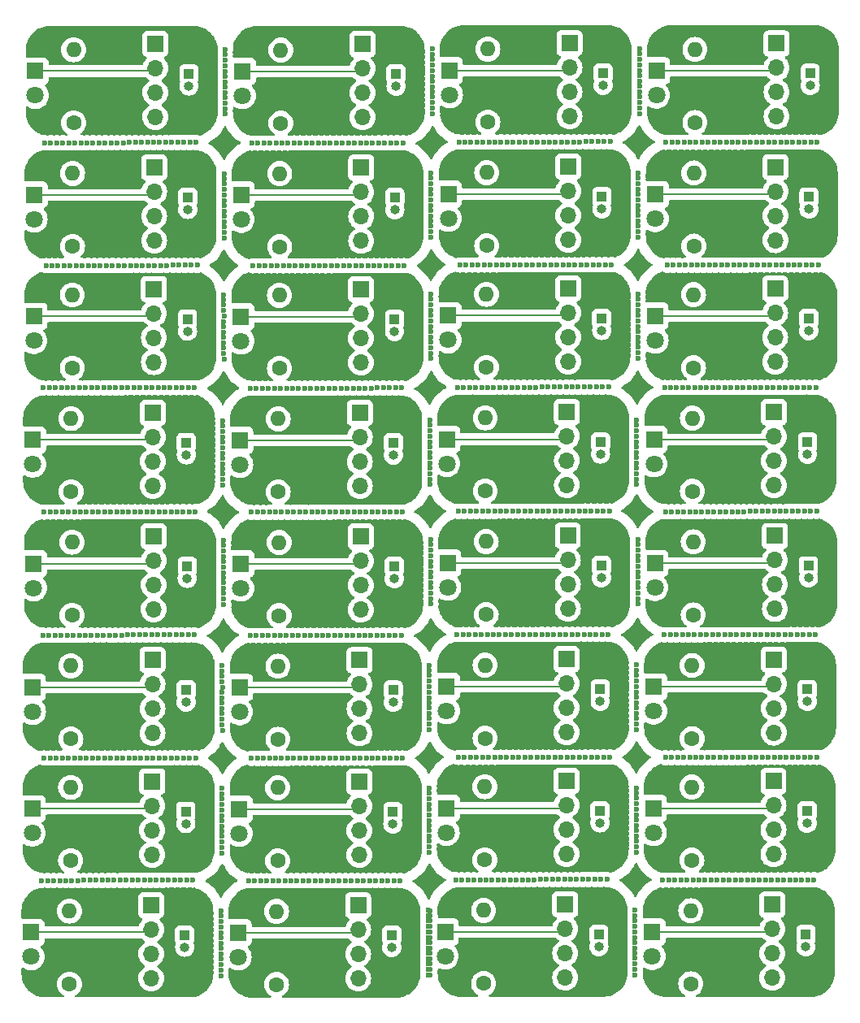
<source format=gbr>
%TF.GenerationSoftware,KiCad,Pcbnew,8.0.4*%
%TF.CreationDate,2024-08-16T15:36:08-07:00*%
%TF.ProjectId,LED2 full perf board,4c454432-2066-4756-9c6c-207065726620,rev?*%
%TF.SameCoordinates,Original*%
%TF.FileFunction,Copper,L2,Bot*%
%TF.FilePolarity,Positive*%
%FSLAX46Y46*%
G04 Gerber Fmt 4.6, Leading zero omitted, Abs format (unit mm)*
G04 Created by KiCad (PCBNEW 8.0.4) date 2024-08-16 15:36:08*
%MOMM*%
%LPD*%
G01*
G04 APERTURE LIST*
%TA.AperFunction,ComponentPad*%
%ADD10R,1.800000X1.800000*%
%TD*%
%TA.AperFunction,ComponentPad*%
%ADD11C,1.800000*%
%TD*%
%TA.AperFunction,ComponentPad*%
%ADD12R,1.700000X1.700000*%
%TD*%
%TA.AperFunction,ComponentPad*%
%ADD13O,1.700000X1.700000*%
%TD*%
%TA.AperFunction,ComponentPad*%
%ADD14R,1.000000X1.000000*%
%TD*%
%TA.AperFunction,ComponentPad*%
%ADD15O,1.000000X1.000000*%
%TD*%
%TA.AperFunction,ComponentPad*%
%ADD16C,1.600000*%
%TD*%
%TA.AperFunction,ComponentPad*%
%ADD17O,1.600000X1.600000*%
%TD*%
%TA.AperFunction,ViaPad*%
%ADD18C,0.600000*%
%TD*%
%TA.AperFunction,Conductor*%
%ADD19C,0.200000*%
%TD*%
G04 APERTURE END LIST*
D10*
%TO.P,D1,1,K*%
%TO.N,N/C*%
X139981320Y-79571320D03*
D11*
%TO.P,D1,2,A*%
X139981320Y-82111320D03*
%TD*%
D12*
%TO.P,BatteryChargeModule1,1,Bat+*%
%TO.N,N/C*%
X152360000Y-89605000D03*
D13*
%TO.P,BatteryChargeModule1,2,Bat-*%
X152360000Y-92145000D03*
%TO.P,BatteryChargeModule1,3,+*%
X152360000Y-94685000D03*
%TO.P,BatteryChargeModule1,4,-*%
X152360000Y-97225000D03*
%TD*%
D12*
%TO.P,BatteryChargeModule1,1,Bat+*%
%TO.N,N/C*%
X152481320Y-76726320D03*
D13*
%TO.P,BatteryChargeModule1,2,Bat-*%
X152481320Y-79266320D03*
%TO.P,BatteryChargeModule1,3,+*%
X152481320Y-81806320D03*
%TO.P,BatteryChargeModule1,4,-*%
X152481320Y-84346320D03*
%TD*%
D14*
%TO.P,BT1,1,+*%
%TO.N,N/C*%
X155981320Y-79846320D03*
D15*
%TO.P,BT1,2,-*%
X155981320Y-81116320D03*
%TD*%
D10*
%TO.P,D1,1,K*%
%TO.N,N/C*%
X139807500Y-130885000D03*
D11*
%TO.P,D1,2,A*%
X139807500Y-133425000D03*
%TD*%
D12*
%TO.P,BatteryChargeModule1,1,Bat+*%
%TO.N,N/C*%
X152186180Y-140918680D03*
D13*
%TO.P,BatteryChargeModule1,2,Bat-*%
X152186180Y-143458680D03*
%TO.P,BatteryChargeModule1,3,+*%
X152186180Y-145998680D03*
%TO.P,BatteryChargeModule1,4,-*%
X152186180Y-148538680D03*
%TD*%
D16*
%TO.P,R1,1*%
%TO.N,N/C*%
X144008680Y-72293680D03*
D17*
%TO.P,R1,2*%
X144008680Y-64673680D03*
%TD*%
D10*
%TO.P,D1,1,K*%
%TO.N,N/C*%
X140008680Y-66898680D03*
D11*
%TO.P,D1,2,A*%
X140008680Y-69438680D03*
%TD*%
D16*
%TO.P,R1,1*%
%TO.N,N/C*%
X143860000Y-97845000D03*
D17*
%TO.P,R1,2*%
X143860000Y-90225000D03*
%TD*%
D12*
%TO.P,BatteryChargeModule1,1,Bat+*%
%TO.N,N/C*%
X152630000Y-51175000D03*
D13*
%TO.P,BatteryChargeModule1,2,Bat-*%
X152630000Y-53715000D03*
%TO.P,BatteryChargeModule1,3,+*%
X152630000Y-56255000D03*
%TO.P,BatteryChargeModule1,4,-*%
X152630000Y-58795000D03*
%TD*%
D16*
%TO.P,R1,1*%
%TO.N,N/C*%
X144130000Y-59415000D03*
D17*
%TO.P,R1,2*%
X144130000Y-51795000D03*
%TD*%
D14*
%TO.P,BT1,1,+*%
%TO.N,N/C*%
X156130000Y-54295000D03*
D15*
%TO.P,BT1,2,-*%
X156130000Y-55565000D03*
%TD*%
D14*
%TO.P,BT1,1,+*%
%TO.N,N/C*%
X156008680Y-67173680D03*
D15*
%TO.P,BT1,2,-*%
X156008680Y-68443680D03*
%TD*%
D10*
%TO.P,D1,1,K*%
%TO.N,N/C*%
X139860000Y-92450000D03*
D11*
%TO.P,D1,2,A*%
X139860000Y-94990000D03*
%TD*%
D12*
%TO.P,BatteryChargeModule1,1,Bat+*%
%TO.N,N/C*%
X152508680Y-64053680D03*
D13*
%TO.P,BatteryChargeModule1,2,Bat-*%
X152508680Y-66593680D03*
%TO.P,BatteryChargeModule1,3,+*%
X152508680Y-69133680D03*
%TO.P,BatteryChargeModule1,4,-*%
X152508680Y-71673680D03*
%TD*%
D16*
%TO.P,R1,1*%
%TO.N,N/C*%
X143981320Y-84966320D03*
D17*
%TO.P,R1,2*%
X143981320Y-77346320D03*
%TD*%
D14*
%TO.P,BT1,1,+*%
%TO.N,N/C*%
X155860000Y-92725000D03*
D15*
%TO.P,BT1,2,-*%
X155860000Y-93995000D03*
%TD*%
D14*
%TO.P,BT1,1,+*%
%TO.N,N/C*%
X155807500Y-131160000D03*
D15*
%TO.P,BT1,2,-*%
X155807500Y-132430000D03*
%TD*%
D14*
%TO.P,BT1,1,+*%
%TO.N,N/C*%
X155956180Y-105608680D03*
D15*
%TO.P,BT1,2,-*%
X155956180Y-106878680D03*
%TD*%
D16*
%TO.P,R1,1*%
%TO.N,N/C*%
X143686180Y-149158680D03*
D17*
%TO.P,R1,2*%
X143686180Y-141538680D03*
%TD*%
D16*
%TO.P,R1,1*%
%TO.N,N/C*%
X143807500Y-136280000D03*
D17*
%TO.P,R1,2*%
X143807500Y-128660000D03*
%TD*%
D12*
%TO.P,BatteryChargeModule1,1,Bat+*%
%TO.N,N/C*%
X152334860Y-115367360D03*
D13*
%TO.P,BatteryChargeModule1,2,Bat-*%
X152334860Y-117907360D03*
%TO.P,BatteryChargeModule1,3,+*%
X152334860Y-120447360D03*
%TO.P,BatteryChargeModule1,4,-*%
X152334860Y-122987360D03*
%TD*%
D12*
%TO.P,BatteryChargeModule1,1,Bat+*%
%TO.N,N/C*%
X152456180Y-102488680D03*
D13*
%TO.P,BatteryChargeModule1,2,Bat-*%
X152456180Y-105028680D03*
%TO.P,BatteryChargeModule1,3,+*%
X152456180Y-107568680D03*
%TO.P,BatteryChargeModule1,4,-*%
X152456180Y-110108680D03*
%TD*%
D16*
%TO.P,R1,1*%
%TO.N,N/C*%
X143956180Y-110728680D03*
D17*
%TO.P,R1,2*%
X143956180Y-103108680D03*
%TD*%
D14*
%TO.P,BT1,1,+*%
%TO.N,N/C*%
X155834860Y-118487360D03*
D15*
%TO.P,BT1,2,-*%
X155834860Y-119757360D03*
%TD*%
D10*
%TO.P,D1,1,K*%
%TO.N,N/C*%
X139834860Y-118212360D03*
D11*
%TO.P,D1,2,A*%
X139834860Y-120752360D03*
%TD*%
D14*
%TO.P,BT1,1,+*%
%TO.N,N/C*%
X155686180Y-144038680D03*
D15*
%TO.P,BT1,2,-*%
X155686180Y-145308680D03*
%TD*%
D12*
%TO.P,BatteryChargeModule1,1,Bat+*%
%TO.N,N/C*%
X152307500Y-128040000D03*
D13*
%TO.P,BatteryChargeModule1,2,Bat-*%
X152307500Y-130580000D03*
%TO.P,BatteryChargeModule1,3,+*%
X152307500Y-133120000D03*
%TO.P,BatteryChargeModule1,4,-*%
X152307500Y-135660000D03*
%TD*%
D16*
%TO.P,R1,1*%
%TO.N,N/C*%
X143834860Y-123607360D03*
D17*
%TO.P,R1,2*%
X143834860Y-115987360D03*
%TD*%
D10*
%TO.P,D1,1,K*%
%TO.N,N/C*%
X139956180Y-105333680D03*
D11*
%TO.P,D1,2,A*%
X139956180Y-107873680D03*
%TD*%
D10*
%TO.P,D1,1,K*%
%TO.N,N/C*%
X140130000Y-54020000D03*
D11*
%TO.P,D1,2,A*%
X140130000Y-56560000D03*
%TD*%
D10*
%TO.P,D1,1,K*%
%TO.N,N/C*%
X139686180Y-143763680D03*
D11*
%TO.P,D1,2,A*%
X139686180Y-146303680D03*
%TD*%
D16*
%TO.P,R1,1*%
%TO.N,N/C*%
X165404860Y-123637360D03*
D17*
%TO.P,R1,2*%
X165404860Y-116017360D03*
%TD*%
D10*
%TO.P,D1,1,K*%
%TO.N,N/C*%
X161256180Y-143793680D03*
D11*
%TO.P,D1,2,A*%
X161256180Y-146333680D03*
%TD*%
D10*
%TO.P,D1,1,K*%
%TO.N,N/C*%
X161404860Y-118242360D03*
D11*
%TO.P,D1,2,A*%
X161404860Y-120782360D03*
%TD*%
D14*
%TO.P,BT1,1,+*%
%TO.N,N/C*%
X177256180Y-144068680D03*
D15*
%TO.P,BT1,2,-*%
X177256180Y-145338680D03*
%TD*%
D12*
%TO.P,BatteryChargeModule1,1,Bat+*%
%TO.N,N/C*%
X173877500Y-128070000D03*
D13*
%TO.P,BatteryChargeModule1,2,Bat-*%
X173877500Y-130610000D03*
%TO.P,BatteryChargeModule1,3,+*%
X173877500Y-133150000D03*
%TO.P,BatteryChargeModule1,4,-*%
X173877500Y-135690000D03*
%TD*%
D10*
%TO.P,D1,1,K*%
%TO.N,N/C*%
X161700000Y-54050000D03*
D11*
%TO.P,D1,2,A*%
X161700000Y-56590000D03*
%TD*%
D10*
%TO.P,D1,1,K*%
%TO.N,N/C*%
X161526180Y-105363680D03*
D11*
%TO.P,D1,2,A*%
X161526180Y-107903680D03*
%TD*%
D12*
%TO.P,BatteryChargeModule1,1,Bat+*%
%TO.N,N/C*%
X173930000Y-89635000D03*
D13*
%TO.P,BatteryChargeModule1,2,Bat-*%
X173930000Y-92175000D03*
%TO.P,BatteryChargeModule1,3,+*%
X173930000Y-94715000D03*
%TO.P,BatteryChargeModule1,4,-*%
X173930000Y-97255000D03*
%TD*%
D10*
%TO.P,D1,1,K*%
%TO.N,N/C*%
X161551320Y-79601320D03*
D11*
%TO.P,D1,2,A*%
X161551320Y-82141320D03*
%TD*%
D12*
%TO.P,BatteryChargeModule1,1,Bat+*%
%TO.N,N/C*%
X173756180Y-140948680D03*
D13*
%TO.P,BatteryChargeModule1,2,Bat-*%
X173756180Y-143488680D03*
%TO.P,BatteryChargeModule1,3,+*%
X173756180Y-146028680D03*
%TO.P,BatteryChargeModule1,4,-*%
X173756180Y-148568680D03*
%TD*%
D10*
%TO.P,D1,1,K*%
%TO.N,N/C*%
X161377500Y-130915000D03*
D11*
%TO.P,D1,2,A*%
X161377500Y-133455000D03*
%TD*%
D12*
%TO.P,BatteryChargeModule1,1,Bat+*%
%TO.N,N/C*%
X174051320Y-76756320D03*
D13*
%TO.P,BatteryChargeModule1,2,Bat-*%
X174051320Y-79296320D03*
%TO.P,BatteryChargeModule1,3,+*%
X174051320Y-81836320D03*
%TO.P,BatteryChargeModule1,4,-*%
X174051320Y-84376320D03*
%TD*%
D14*
%TO.P,BT1,1,+*%
%TO.N,N/C*%
X177551320Y-79876320D03*
D15*
%TO.P,BT1,2,-*%
X177551320Y-81146320D03*
%TD*%
D10*
%TO.P,D1,1,K*%
%TO.N,N/C*%
X161578680Y-66928680D03*
D11*
%TO.P,D1,2,A*%
X161578680Y-69468680D03*
%TD*%
D12*
%TO.P,BatteryChargeModule1,1,Bat+*%
%TO.N,N/C*%
X174200000Y-51205000D03*
D13*
%TO.P,BatteryChargeModule1,2,Bat-*%
X174200000Y-53745000D03*
%TO.P,BatteryChargeModule1,3,+*%
X174200000Y-56285000D03*
%TO.P,BatteryChargeModule1,4,-*%
X174200000Y-58825000D03*
%TD*%
D14*
%TO.P,BT1,1,+*%
%TO.N,N/C*%
X177700000Y-54325000D03*
D15*
%TO.P,BT1,2,-*%
X177700000Y-55595000D03*
%TD*%
D12*
%TO.P,BatteryChargeModule1,1,Bat+*%
%TO.N,N/C*%
X174026180Y-102518680D03*
D13*
%TO.P,BatteryChargeModule1,2,Bat-*%
X174026180Y-105058680D03*
%TO.P,BatteryChargeModule1,3,+*%
X174026180Y-107598680D03*
%TO.P,BatteryChargeModule1,4,-*%
X174026180Y-110138680D03*
%TD*%
D14*
%TO.P,BT1,1,+*%
%TO.N,N/C*%
X177430000Y-92755000D03*
D15*
%TO.P,BT1,2,-*%
X177430000Y-94025000D03*
%TD*%
D14*
%TO.P,BT1,1,+*%
%TO.N,N/C*%
X177404860Y-118517360D03*
D15*
%TO.P,BT1,2,-*%
X177404860Y-119787360D03*
%TD*%
D12*
%TO.P,BatteryChargeModule1,1,Bat+*%
%TO.N,N/C*%
X174078680Y-64083680D03*
D13*
%TO.P,BatteryChargeModule1,2,Bat-*%
X174078680Y-66623680D03*
%TO.P,BatteryChargeModule1,3,+*%
X174078680Y-69163680D03*
%TO.P,BatteryChargeModule1,4,-*%
X174078680Y-71703680D03*
%TD*%
D16*
%TO.P,R1,1*%
%TO.N,N/C*%
X165526180Y-110758680D03*
D17*
%TO.P,R1,2*%
X165526180Y-103138680D03*
%TD*%
D16*
%TO.P,R1,1*%
%TO.N,N/C*%
X165551320Y-84996320D03*
D17*
%TO.P,R1,2*%
X165551320Y-77376320D03*
%TD*%
D16*
%TO.P,R1,1*%
%TO.N,N/C*%
X165256180Y-149188680D03*
D17*
%TO.P,R1,2*%
X165256180Y-141568680D03*
%TD*%
D10*
%TO.P,D1,1,K*%
%TO.N,N/C*%
X161430000Y-92480000D03*
D11*
%TO.P,D1,2,A*%
X161430000Y-95020000D03*
%TD*%
D16*
%TO.P,R1,1*%
%TO.N,N/C*%
X165377500Y-136310000D03*
D17*
%TO.P,R1,2*%
X165377500Y-128690000D03*
%TD*%
D14*
%TO.P,BT1,1,+*%
%TO.N,N/C*%
X177377500Y-131190000D03*
D15*
%TO.P,BT1,2,-*%
X177377500Y-132460000D03*
%TD*%
D14*
%TO.P,BT1,1,+*%
%TO.N,N/C*%
X177526180Y-105638680D03*
D15*
%TO.P,BT1,2,-*%
X177526180Y-106908680D03*
%TD*%
D16*
%TO.P,R1,1*%
%TO.N,N/C*%
X165578680Y-72323680D03*
D17*
%TO.P,R1,2*%
X165578680Y-64703680D03*
%TD*%
D16*
%TO.P,R1,1*%
%TO.N,N/C*%
X165430000Y-97875000D03*
D17*
%TO.P,R1,2*%
X165430000Y-90255000D03*
%TD*%
D16*
%TO.P,R1,1*%
%TO.N,N/C*%
X165700000Y-59445000D03*
D17*
%TO.P,R1,2*%
X165700000Y-51825000D03*
%TD*%
D14*
%TO.P,BT1,1,+*%
%TO.N,N/C*%
X177578680Y-67203680D03*
D15*
%TO.P,BT1,2,-*%
X177578680Y-68473680D03*
%TD*%
D12*
%TO.P,BatteryChargeModule1,1,Bat+*%
%TO.N,N/C*%
X173904860Y-115397360D03*
D13*
%TO.P,BatteryChargeModule1,2,Bat-*%
X173904860Y-117937360D03*
%TO.P,BatteryChargeModule1,3,+*%
X173904860Y-120477360D03*
%TO.P,BatteryChargeModule1,4,-*%
X173904860Y-123017360D03*
%TD*%
D10*
%TO.P,D1,1,K*%
%TO.N,N/C*%
X118413820Y-79671320D03*
D11*
%TO.P,D1,2,A*%
X118413820Y-82211320D03*
%TD*%
D12*
%TO.P,BatteryChargeModule1,1,Bat+*%
%TO.N,N/C*%
X130792500Y-89705000D03*
D13*
%TO.P,BatteryChargeModule1,2,Bat-*%
X130792500Y-92245000D03*
%TO.P,BatteryChargeModule1,3,+*%
X130792500Y-94785000D03*
%TO.P,BatteryChargeModule1,4,-*%
X130792500Y-97325000D03*
%TD*%
D12*
%TO.P,BatteryChargeModule1,1,Bat+*%
%TO.N,N/C*%
X130913820Y-76826320D03*
D13*
%TO.P,BatteryChargeModule1,2,Bat-*%
X130913820Y-79366320D03*
%TO.P,BatteryChargeModule1,3,+*%
X130913820Y-81906320D03*
%TO.P,BatteryChargeModule1,4,-*%
X130913820Y-84446320D03*
%TD*%
D14*
%TO.P,BT1,1,+*%
%TO.N,N/C*%
X134413820Y-79946320D03*
D15*
%TO.P,BT1,2,-*%
X134413820Y-81216320D03*
%TD*%
D10*
%TO.P,D1,1,K*%
%TO.N,N/C*%
X118240000Y-130985000D03*
D11*
%TO.P,D1,2,A*%
X118240000Y-133525000D03*
%TD*%
D12*
%TO.P,BatteryChargeModule1,1,Bat+*%
%TO.N,N/C*%
X130618680Y-141018680D03*
D13*
%TO.P,BatteryChargeModule1,2,Bat-*%
X130618680Y-143558680D03*
%TO.P,BatteryChargeModule1,3,+*%
X130618680Y-146098680D03*
%TO.P,BatteryChargeModule1,4,-*%
X130618680Y-148638680D03*
%TD*%
D16*
%TO.P,R1,1*%
%TO.N,N/C*%
X122441180Y-72393680D03*
D17*
%TO.P,R1,2*%
X122441180Y-64773680D03*
%TD*%
D10*
%TO.P,D1,1,K*%
%TO.N,N/C*%
X118441180Y-66998680D03*
D11*
%TO.P,D1,2,A*%
X118441180Y-69538680D03*
%TD*%
D16*
%TO.P,R1,1*%
%TO.N,N/C*%
X122292500Y-97945000D03*
D17*
%TO.P,R1,2*%
X122292500Y-90325000D03*
%TD*%
D12*
%TO.P,BatteryChargeModule1,1,Bat+*%
%TO.N,N/C*%
X131062500Y-51275000D03*
D13*
%TO.P,BatteryChargeModule1,2,Bat-*%
X131062500Y-53815000D03*
%TO.P,BatteryChargeModule1,3,+*%
X131062500Y-56355000D03*
%TO.P,BatteryChargeModule1,4,-*%
X131062500Y-58895000D03*
%TD*%
D16*
%TO.P,R1,1*%
%TO.N,N/C*%
X122562500Y-59515000D03*
D17*
%TO.P,R1,2*%
X122562500Y-51895000D03*
%TD*%
D14*
%TO.P,BT1,1,+*%
%TO.N,N/C*%
X134562500Y-54395000D03*
D15*
%TO.P,BT1,2,-*%
X134562500Y-55665000D03*
%TD*%
D14*
%TO.P,BT1,1,+*%
%TO.N,N/C*%
X134441180Y-67273680D03*
D15*
%TO.P,BT1,2,-*%
X134441180Y-68543680D03*
%TD*%
D10*
%TO.P,D1,1,K*%
%TO.N,N/C*%
X118292500Y-92550000D03*
D11*
%TO.P,D1,2,A*%
X118292500Y-95090000D03*
%TD*%
D12*
%TO.P,BatteryChargeModule1,1,Bat+*%
%TO.N,N/C*%
X130941180Y-64153680D03*
D13*
%TO.P,BatteryChargeModule1,2,Bat-*%
X130941180Y-66693680D03*
%TO.P,BatteryChargeModule1,3,+*%
X130941180Y-69233680D03*
%TO.P,BatteryChargeModule1,4,-*%
X130941180Y-71773680D03*
%TD*%
D16*
%TO.P,R1,1*%
%TO.N,N/C*%
X122413820Y-85066320D03*
D17*
%TO.P,R1,2*%
X122413820Y-77446320D03*
%TD*%
D14*
%TO.P,BT1,1,+*%
%TO.N,N/C*%
X134292500Y-92825000D03*
D15*
%TO.P,BT1,2,-*%
X134292500Y-94095000D03*
%TD*%
D14*
%TO.P,BT1,1,+*%
%TO.N,N/C*%
X134240000Y-131260000D03*
D15*
%TO.P,BT1,2,-*%
X134240000Y-132530000D03*
%TD*%
D14*
%TO.P,BT1,1,+*%
%TO.N,N/C*%
X134388680Y-105708680D03*
D15*
%TO.P,BT1,2,-*%
X134388680Y-106978680D03*
%TD*%
D16*
%TO.P,R1,1*%
%TO.N,N/C*%
X122118680Y-149258680D03*
D17*
%TO.P,R1,2*%
X122118680Y-141638680D03*
%TD*%
D16*
%TO.P,R1,1*%
%TO.N,N/C*%
X122240000Y-136380000D03*
D17*
%TO.P,R1,2*%
X122240000Y-128760000D03*
%TD*%
D12*
%TO.P,BatteryChargeModule1,1,Bat+*%
%TO.N,N/C*%
X130767360Y-115467360D03*
D13*
%TO.P,BatteryChargeModule1,2,Bat-*%
X130767360Y-118007360D03*
%TO.P,BatteryChargeModule1,3,+*%
X130767360Y-120547360D03*
%TO.P,BatteryChargeModule1,4,-*%
X130767360Y-123087360D03*
%TD*%
D12*
%TO.P,BatteryChargeModule1,1,Bat+*%
%TO.N,N/C*%
X130888680Y-102588680D03*
D13*
%TO.P,BatteryChargeModule1,2,Bat-*%
X130888680Y-105128680D03*
%TO.P,BatteryChargeModule1,3,+*%
X130888680Y-107668680D03*
%TO.P,BatteryChargeModule1,4,-*%
X130888680Y-110208680D03*
%TD*%
D16*
%TO.P,R1,1*%
%TO.N,N/C*%
X122388680Y-110828680D03*
D17*
%TO.P,R1,2*%
X122388680Y-103208680D03*
%TD*%
D14*
%TO.P,BT1,1,+*%
%TO.N,N/C*%
X134267360Y-118587360D03*
D15*
%TO.P,BT1,2,-*%
X134267360Y-119857360D03*
%TD*%
D10*
%TO.P,D1,1,K*%
%TO.N,N/C*%
X118267360Y-118312360D03*
D11*
%TO.P,D1,2,A*%
X118267360Y-120852360D03*
%TD*%
D14*
%TO.P,BT1,1,+*%
%TO.N,N/C*%
X134118680Y-144138680D03*
D15*
%TO.P,BT1,2,-*%
X134118680Y-145408680D03*
%TD*%
D12*
%TO.P,BatteryChargeModule1,1,Bat+*%
%TO.N,N/C*%
X130740000Y-128140000D03*
D13*
%TO.P,BatteryChargeModule1,2,Bat-*%
X130740000Y-130680000D03*
%TO.P,BatteryChargeModule1,3,+*%
X130740000Y-133220000D03*
%TO.P,BatteryChargeModule1,4,-*%
X130740000Y-135760000D03*
%TD*%
D16*
%TO.P,R1,1*%
%TO.N,N/C*%
X122267360Y-123707360D03*
D17*
%TO.P,R1,2*%
X122267360Y-116087360D03*
%TD*%
D10*
%TO.P,D1,1,K*%
%TO.N,N/C*%
X118388680Y-105433680D03*
D11*
%TO.P,D1,2,A*%
X118388680Y-107973680D03*
%TD*%
D10*
%TO.P,D1,1,K*%
%TO.N,N/C*%
X118562500Y-54120000D03*
D11*
%TO.P,D1,2,A*%
X118562500Y-56660000D03*
%TD*%
D10*
%TO.P,D1,1,K*%
%TO.N,N/C*%
X118118680Y-143863680D03*
D11*
%TO.P,D1,2,A*%
X118118680Y-146403680D03*
%TD*%
D10*
%TO.P,D1,1,K*%
%TO.N,N/C*%
X96843820Y-79641320D03*
D11*
%TO.P,D1,2,A*%
X96843820Y-82181320D03*
%TD*%
D12*
%TO.P,BatteryChargeModule1,1,Bat+*%
%TO.N,N/C*%
X109222500Y-89675000D03*
D13*
%TO.P,BatteryChargeModule1,2,Bat-*%
X109222500Y-92215000D03*
%TO.P,BatteryChargeModule1,3,+*%
X109222500Y-94755000D03*
%TO.P,BatteryChargeModule1,4,-*%
X109222500Y-97295000D03*
%TD*%
D12*
%TO.P,BatteryChargeModule1,1,Bat+*%
%TO.N,N/C*%
X109343820Y-76796320D03*
D13*
%TO.P,BatteryChargeModule1,2,Bat-*%
X109343820Y-79336320D03*
%TO.P,BatteryChargeModule1,3,+*%
X109343820Y-81876320D03*
%TO.P,BatteryChargeModule1,4,-*%
X109343820Y-84416320D03*
%TD*%
D16*
%TO.P,R1,1*%
%TO.N,N/C*%
X100843820Y-85036320D03*
D17*
%TO.P,R1,2*%
X100843820Y-77416320D03*
%TD*%
D14*
%TO.P,BT1,1,+*%
%TO.N,N/C*%
X112843820Y-79916320D03*
D15*
%TO.P,BT1,2,-*%
X112843820Y-81186320D03*
%TD*%
D10*
%TO.P,D1,1,K*%
%TO.N,N/C*%
X96722500Y-92520000D03*
D11*
%TO.P,D1,2,A*%
X96722500Y-95060000D03*
%TD*%
D16*
%TO.P,R1,1*%
%TO.N,N/C*%
X100722500Y-97915000D03*
D17*
%TO.P,R1,2*%
X100722500Y-90295000D03*
%TD*%
D14*
%TO.P,BT1,1,+*%
%TO.N,N/C*%
X112722500Y-92795000D03*
D15*
%TO.P,BT1,2,-*%
X112722500Y-94065000D03*
%TD*%
D12*
%TO.P,BatteryChargeModule1,1,Bat+*%
%TO.N,N/C*%
X109048680Y-140988680D03*
D13*
%TO.P,BatteryChargeModule1,2,Bat-*%
X109048680Y-143528680D03*
%TO.P,BatteryChargeModule1,3,+*%
X109048680Y-146068680D03*
%TO.P,BatteryChargeModule1,4,-*%
X109048680Y-148608680D03*
%TD*%
D10*
%TO.P,D1,1,K*%
%TO.N,N/C*%
X96670000Y-130955000D03*
D11*
%TO.P,D1,2,A*%
X96670000Y-133495000D03*
%TD*%
D16*
%TO.P,R1,1*%
%TO.N,N/C*%
X100871180Y-72363680D03*
D17*
%TO.P,R1,2*%
X100871180Y-64743680D03*
%TD*%
D14*
%TO.P,BT1,1,+*%
%TO.N,N/C*%
X112871180Y-67243680D03*
D15*
%TO.P,BT1,2,-*%
X112871180Y-68513680D03*
%TD*%
D12*
%TO.P,BatteryChargeModule1,1,Bat+*%
%TO.N,N/C*%
X109371180Y-64123680D03*
D13*
%TO.P,BatteryChargeModule1,2,Bat-*%
X109371180Y-66663680D03*
%TO.P,BatteryChargeModule1,3,+*%
X109371180Y-69203680D03*
%TO.P,BatteryChargeModule1,4,-*%
X109371180Y-71743680D03*
%TD*%
D10*
%TO.P,D1,1,K*%
%TO.N,N/C*%
X96871180Y-66968680D03*
D11*
%TO.P,D1,2,A*%
X96871180Y-69508680D03*
%TD*%
D12*
%TO.P,BatteryChargeModule1,1,Bat+*%
%TO.N,N/C*%
X109492500Y-51245000D03*
D13*
%TO.P,BatteryChargeModule1,2,Bat-*%
X109492500Y-53785000D03*
%TO.P,BatteryChargeModule1,3,+*%
X109492500Y-56325000D03*
%TO.P,BatteryChargeModule1,4,-*%
X109492500Y-58865000D03*
%TD*%
D16*
%TO.P,R1,1*%
%TO.N,N/C*%
X100992500Y-59485000D03*
D17*
%TO.P,R1,2*%
X100992500Y-51865000D03*
%TD*%
D14*
%TO.P,BT1,1,+*%
%TO.N,N/C*%
X112992500Y-54365000D03*
D15*
%TO.P,BT1,2,-*%
X112992500Y-55635000D03*
%TD*%
D10*
%TO.P,D1,1,K*%
%TO.N,N/C*%
X96992500Y-54090000D03*
D11*
%TO.P,D1,2,A*%
X96992500Y-56630000D03*
%TD*%
D14*
%TO.P,BT1,1,+*%
%TO.N,N/C*%
X112670000Y-131230000D03*
D15*
%TO.P,BT1,2,-*%
X112670000Y-132500000D03*
%TD*%
D16*
%TO.P,R1,1*%
%TO.N,N/C*%
X100548680Y-149228680D03*
D17*
%TO.P,R1,2*%
X100548680Y-141608680D03*
%TD*%
D14*
%TO.P,BT1,1,+*%
%TO.N,N/C*%
X112548680Y-144108680D03*
D15*
%TO.P,BT1,2,-*%
X112548680Y-145378680D03*
%TD*%
D12*
%TO.P,BatteryChargeModule1,1,Bat+*%
%TO.N,N/C*%
X109170000Y-128110000D03*
D13*
%TO.P,BatteryChargeModule1,2,Bat-*%
X109170000Y-130650000D03*
%TO.P,BatteryChargeModule1,3,+*%
X109170000Y-133190000D03*
%TO.P,BatteryChargeModule1,4,-*%
X109170000Y-135730000D03*
%TD*%
D16*
%TO.P,R1,1*%
%TO.N,N/C*%
X100697360Y-123677360D03*
D17*
%TO.P,R1,2*%
X100697360Y-116057360D03*
%TD*%
D10*
%TO.P,D1,1,K*%
%TO.N,N/C*%
X96548680Y-143833680D03*
D11*
%TO.P,D1,2,A*%
X96548680Y-146373680D03*
%TD*%
D16*
%TO.P,R1,1*%
%TO.N,N/C*%
X100670000Y-136350000D03*
D17*
%TO.P,R1,2*%
X100670000Y-128730000D03*
%TD*%
D14*
%TO.P,BT1,1,+*%
%TO.N,N/C*%
X112697360Y-118557360D03*
D15*
%TO.P,BT1,2,-*%
X112697360Y-119827360D03*
%TD*%
D12*
%TO.P,BatteryChargeModule1,1,Bat+*%
%TO.N,N/C*%
X109197360Y-115437360D03*
D13*
%TO.P,BatteryChargeModule1,2,Bat-*%
X109197360Y-117977360D03*
%TO.P,BatteryChargeModule1,3,+*%
X109197360Y-120517360D03*
%TO.P,BatteryChargeModule1,4,-*%
X109197360Y-123057360D03*
%TD*%
D10*
%TO.P,D1,1,K*%
%TO.N,N/C*%
X96697360Y-118282360D03*
D11*
%TO.P,D1,2,A*%
X96697360Y-120822360D03*
%TD*%
D12*
%TO.P,BatteryChargeModule1,1,Bat+*%
%TO.N,N/C*%
X109318680Y-102558680D03*
D13*
%TO.P,BatteryChargeModule1,2,Bat-*%
X109318680Y-105098680D03*
%TO.P,BatteryChargeModule1,3,+*%
X109318680Y-107638680D03*
%TO.P,BatteryChargeModule1,4,-*%
X109318680Y-110178680D03*
%TD*%
D16*
%TO.P,R1,1*%
%TO.N,N/C*%
X100818680Y-110798680D03*
D17*
%TO.P,R1,2*%
X100818680Y-103178680D03*
%TD*%
D10*
%TO.P,D1,1,K*%
%TO.N,N/C*%
X96818680Y-105403680D03*
D11*
%TO.P,D1,2,A*%
X96818680Y-107943680D03*
%TD*%
D14*
%TO.P,BT1,1,+*%
%TO.N,N/C*%
X112818680Y-105678680D03*
D15*
%TO.P,BT1,2,-*%
X112818680Y-106948680D03*
%TD*%
D18*
%TO.N,*%
X138120000Y-148270000D03*
X138110000Y-147680000D03*
X138100000Y-147120000D03*
X138100000Y-146550000D03*
X138100000Y-146030000D03*
X138090000Y-145480000D03*
X138100000Y-144930000D03*
X138090000Y-144370000D03*
X138100000Y-143800000D03*
X138110000Y-143220000D03*
X138100000Y-142630000D03*
X138120000Y-142100000D03*
X138100000Y-141560000D03*
X138180000Y-106280000D03*
X138030000Y-129870000D03*
X138180000Y-102900000D03*
X138180000Y-107900000D03*
X138040000Y-118800000D03*
X138040000Y-119370000D03*
X138040000Y-115990000D03*
X138050000Y-118240000D03*
X138040000Y-117080000D03*
X138180000Y-105710000D03*
X138180000Y-106810000D03*
X138050000Y-122710000D03*
X137910000Y-143800000D03*
X138040000Y-117670000D03*
X138180000Y-104580000D03*
X138030000Y-133250000D03*
X138040000Y-120460000D03*
X138040000Y-120990000D03*
X138180000Y-108460000D03*
X138030000Y-130460000D03*
X138180000Y-109050000D03*
X138030000Y-134340000D03*
X138030000Y-128780000D03*
X138030000Y-131590000D03*
X138040000Y-131030000D03*
X138040000Y-121550000D03*
X138040000Y-122140000D03*
X138040000Y-116520000D03*
X138180000Y-103430000D03*
X138030000Y-133780000D03*
X138030000Y-134930000D03*
X138030000Y-132160000D03*
X138030000Y-129310000D03*
X138040000Y-119900000D03*
X138030000Y-132690000D03*
X138040000Y-135500000D03*
X137900000Y-147110000D03*
X137900000Y-141550000D03*
X137900000Y-144360000D03*
X137900000Y-146550000D03*
X137900000Y-145460000D03*
X137910000Y-148270000D03*
X137900000Y-144930000D03*
X137900000Y-147700000D03*
X137900000Y-146020000D03*
X137900000Y-142080000D03*
X137900000Y-143230000D03*
X137900000Y-142640000D03*
X138230000Y-66950000D03*
X138220000Y-65230000D03*
X138220000Y-66380000D03*
X138220000Y-69170000D03*
X138220000Y-68610000D03*
X138230000Y-71420000D03*
X138220000Y-65790000D03*
X138220000Y-68080000D03*
X138210000Y-78410000D03*
X138220000Y-67510000D03*
X138070000Y-90990000D03*
X138070000Y-94370000D03*
X138220000Y-64700000D03*
X138210000Y-83470000D03*
X138070000Y-96020000D03*
X138070000Y-95460000D03*
X138210000Y-77320000D03*
X138070000Y-91550000D03*
X138210000Y-82320000D03*
X138210000Y-77850000D03*
X138070000Y-96610000D03*
X138070000Y-93840000D03*
X138070000Y-94930000D03*
X138210000Y-82880000D03*
X138210000Y-81230000D03*
X138210000Y-80130000D03*
X138220000Y-84040000D03*
X138220000Y-69700000D03*
X138210000Y-79000000D03*
X138210000Y-81790000D03*
X138220000Y-70260000D03*
X138190000Y-109620000D03*
X138210000Y-80700000D03*
X138180000Y-107370000D03*
X138180000Y-103990000D03*
X138190000Y-105150000D03*
X138070000Y-90460000D03*
X138070000Y-93270000D03*
X138080000Y-92710000D03*
X138220000Y-79570000D03*
X138070000Y-92140000D03*
X138080000Y-97180000D03*
X138220000Y-70850000D03*
X138350000Y-57350000D03*
X138350000Y-51790000D03*
X138350000Y-54600000D03*
X138350000Y-56790000D03*
X138350000Y-57940000D03*
X138350000Y-55170000D03*
X138350000Y-52320000D03*
X138350000Y-55700000D03*
X138350000Y-53470000D03*
X138360000Y-58510000D03*
X138350000Y-56260000D03*
X138350000Y-52880000D03*
X138360000Y-54040000D03*
X176486180Y-125598680D03*
X165786180Y-125628680D03*
X178386180Y-125598680D03*
X162357500Y-138380000D03*
X167536180Y-112818680D03*
X165166180Y-125628680D03*
X175226180Y-125608680D03*
X170186180Y-125618680D03*
X170816180Y-125618680D03*
X146087500Y-99950000D03*
X143587500Y-99960000D03*
X155537500Y-99930000D03*
X151127500Y-99940000D03*
X145457500Y-99950000D03*
X153551320Y-87016320D03*
X150497500Y-99940000D03*
X142317500Y-99960000D03*
X156807500Y-99930000D03*
X162987500Y-138380000D03*
X177116180Y-125598680D03*
X167036180Y-125618680D03*
X168287500Y-99980000D03*
X174466180Y-112808680D03*
X169566180Y-125618680D03*
X163896180Y-125628680D03*
X173976180Y-125608680D03*
X163766180Y-112828680D03*
X164527500Y-99990000D03*
X171437500Y-99970000D03*
X170807500Y-99980000D03*
X162627500Y-99990000D03*
X174587500Y-99970000D03*
X175847500Y-99960000D03*
X170177500Y-99980000D03*
X163257500Y-99990000D03*
X177747500Y-99960000D03*
X142370000Y-61485000D03*
X144890000Y-61485000D03*
X146140000Y-61475000D03*
X150550000Y-61465000D03*
X146770000Y-61475000D03*
X153070000Y-61465000D03*
X152450000Y-61465000D03*
X148660000Y-61475000D03*
X149920000Y-61465000D03*
X148967500Y-138340000D03*
X149876180Y-125578680D03*
X154007500Y-138320000D03*
X146726180Y-125588680D03*
X151776180Y-125578680D03*
X141566180Y-112798680D03*
X144846180Y-125598680D03*
X156186180Y-125568680D03*
X142966180Y-125598680D03*
X152747500Y-138330000D03*
X156056180Y-112768680D03*
X146447500Y-138340000D03*
X148337500Y-138340000D03*
X156537500Y-138320000D03*
X151136180Y-125578680D03*
X150857500Y-138330000D03*
X156686180Y-112768680D03*
X153377500Y-138330000D03*
X155267500Y-138320000D03*
X155907500Y-138320000D03*
X143466180Y-112798680D03*
X154786180Y-112768680D03*
X145187500Y-138340000D03*
X143770000Y-74285000D03*
X148790000Y-74275000D03*
X153200000Y-74265000D03*
X155720000Y-74255000D03*
X155090000Y-74255000D03*
X154460000Y-74255000D03*
X156360000Y-74255000D03*
X142836180Y-112798680D03*
X146270000Y-74275000D03*
X145336180Y-112788680D03*
X154286180Y-125568680D03*
X140936180Y-112798680D03*
X154637500Y-138320000D03*
X144390000Y-74285000D03*
X150680000Y-74265000D03*
X142500000Y-74285000D03*
X154156180Y-112768680D03*
X149420000Y-74275000D03*
X152580000Y-74265000D03*
X142047500Y-138350000D03*
X150050000Y-74265000D03*
X147866180Y-112788680D03*
X151950000Y-74265000D03*
X151310000Y-74265000D03*
X147717500Y-138340000D03*
X146900000Y-74275000D03*
X143317500Y-138350000D03*
X145020000Y-74285000D03*
X143140000Y-74285000D03*
X141240000Y-74285000D03*
X145817500Y-138340000D03*
X141066180Y-125598680D03*
X146096180Y-125588680D03*
X144086180Y-112798680D03*
X149597500Y-138330000D03*
X159747500Y-106270000D03*
X159597500Y-129860000D03*
X159747500Y-102890000D03*
X159747500Y-107890000D03*
X159607500Y-118790000D03*
X159607500Y-119360000D03*
X159607500Y-115980000D03*
X159617500Y-118230000D03*
X159607500Y-117070000D03*
X159747500Y-105700000D03*
X159747500Y-106800000D03*
X159617500Y-122700000D03*
X159477500Y-143790000D03*
X159607500Y-117660000D03*
X159747500Y-104570000D03*
X159597500Y-133240000D03*
X159607500Y-120450000D03*
X159607500Y-120980000D03*
X159747500Y-108450000D03*
X159597500Y-130450000D03*
X159747500Y-109040000D03*
X159597500Y-134330000D03*
X159597500Y-128770000D03*
X159597500Y-131580000D03*
X159607500Y-131020000D03*
X159607500Y-121540000D03*
X159607500Y-122130000D03*
X159607500Y-116510000D03*
X159747500Y-103420000D03*
X159597500Y-133770000D03*
X159597500Y-134920000D03*
X159597500Y-132150000D03*
X159597500Y-129300000D03*
X159607500Y-119890000D03*
X159597500Y-132680000D03*
X159607500Y-135490000D03*
X148511320Y-87026320D03*
X154811320Y-87006320D03*
X149771320Y-87016320D03*
X142221320Y-87036320D03*
X147261320Y-87026320D03*
X156711320Y-87006320D03*
X143491320Y-87036320D03*
X147891320Y-87026320D03*
X154960000Y-61455000D03*
X170056180Y-112818680D03*
X175751320Y-87036320D03*
X170860000Y-61505000D03*
X172750000Y-61495000D03*
X168191320Y-87056320D03*
X172601320Y-87046320D03*
X175900000Y-61485000D03*
X167080000Y-61505000D03*
X165210000Y-61515000D03*
X177800000Y-61485000D03*
X178281320Y-87036320D03*
X176530000Y-61485000D03*
X167561320Y-87056320D03*
X165061320Y-87066320D03*
X169461320Y-87056320D03*
X177651320Y-87036320D03*
X174491320Y-87046320D03*
X166931320Y-87056320D03*
X177011320Y-87036320D03*
X165507500Y-138380000D03*
X176986180Y-112798680D03*
X171797500Y-138360000D03*
X173216180Y-112808680D03*
X168657500Y-138370000D03*
X168166180Y-112818680D03*
X173697500Y-138360000D03*
X172076180Y-125608680D03*
X170686180Y-112818680D03*
X159467500Y-147100000D03*
X159467500Y-141540000D03*
X159467500Y-144350000D03*
X159467500Y-146540000D03*
X159467500Y-145450000D03*
X159477500Y-148260000D03*
X159467500Y-144920000D03*
X159467500Y-147690000D03*
X159467500Y-146010000D03*
X159467500Y-142070000D03*
X159467500Y-143220000D03*
X159467500Y-142630000D03*
X156081320Y-87006320D03*
X145361320Y-87026320D03*
X145991320Y-87026320D03*
X155441320Y-87006320D03*
X156230000Y-61455000D03*
X154181320Y-87006320D03*
X146621320Y-87026320D03*
X151031320Y-87016320D03*
X152921320Y-87016320D03*
X173967500Y-99970000D03*
X176477500Y-99960000D03*
X169557500Y-99980000D03*
X173871320Y-87046320D03*
X173337500Y-99970000D03*
X163161320Y-87066320D03*
X168927500Y-99980000D03*
X166311320Y-87066320D03*
X165777500Y-99990000D03*
X151180000Y-61465000D03*
X145510000Y-61475000D03*
X154330000Y-61455000D03*
X149290000Y-61475000D03*
X143640000Y-61485000D03*
X148486180Y-112788680D03*
X141740000Y-61485000D03*
X144260000Y-61485000D03*
X151820000Y-61465000D03*
X141110000Y-61485000D03*
X147410000Y-61475000D03*
X153700000Y-61465000D03*
X149746180Y-112778680D03*
X155590000Y-61455000D03*
X144716180Y-112798680D03*
X156860000Y-61455000D03*
X151497500Y-138330000D03*
X143010000Y-61485000D03*
X148040000Y-61475000D03*
X149141320Y-87026320D03*
X140961320Y-87036320D03*
X142861320Y-87036320D03*
X144111320Y-87036320D03*
X150401320Y-87016320D03*
X151671320Y-87016320D03*
X144741320Y-87036320D03*
X152301320Y-87016320D03*
X141591320Y-87036320D03*
X151767500Y-99940000D03*
X144207500Y-99960000D03*
X172576180Y-112808680D03*
X178560000Y-74285000D03*
X175400000Y-74295000D03*
X167210000Y-74305000D03*
X175217500Y-99970000D03*
X169110000Y-74305000D03*
X174596180Y-125608680D03*
X163440000Y-74315000D03*
X169740000Y-74305000D03*
X159797500Y-66940000D03*
X159787500Y-65220000D03*
X159787500Y-66370000D03*
X159787500Y-69160000D03*
X159787500Y-68600000D03*
X159797500Y-71410000D03*
X159787500Y-65780000D03*
X152397500Y-99940000D03*
X147357500Y-99950000D03*
X154907500Y-99930000D03*
X147987500Y-99950000D03*
X154277500Y-99930000D03*
X156177500Y-99930000D03*
X166590000Y-74315000D03*
X162636180Y-125628680D03*
X171341320Y-87046320D03*
X164887500Y-138380000D03*
X167387500Y-138370000D03*
X172880000Y-74295000D03*
X162810000Y-74315000D03*
X169287500Y-138370000D03*
X168831320Y-87056320D03*
X168470000Y-74305000D03*
X165656180Y-112828680D03*
X170081320Y-87056320D03*
X171167500Y-138360000D03*
X176381320Y-87036320D03*
X163791320Y-87066320D03*
X173520000Y-74295000D03*
X164710000Y-74315000D03*
X167666180Y-125618680D03*
X169436180Y-112818680D03*
X169610000Y-61505000D03*
X164431320Y-87066320D03*
X170711320Y-87056320D03*
X162531320Y-87066320D03*
X171971320Y-87046320D03*
X175270000Y-61495000D03*
X164580000Y-61515000D03*
X163310000Y-61515000D03*
X165830000Y-61515000D03*
X171316180Y-112808680D03*
X173390000Y-61495000D03*
X168980000Y-61505000D03*
X173241320Y-87046320D03*
X162680000Y-61515000D03*
X177160000Y-61485000D03*
X178430000Y-61485000D03*
X173067500Y-138360000D03*
X166286180Y-112828680D03*
X165681320Y-87066320D03*
X159787500Y-68070000D03*
X159777500Y-78400000D03*
X159787500Y-67500000D03*
X159637500Y-90980000D03*
X159637500Y-94360000D03*
X159787500Y-64690000D03*
X159777500Y-83460000D03*
X159637500Y-96010000D03*
X159637500Y-95450000D03*
X159777500Y-77310000D03*
X159637500Y-91540000D03*
X159777500Y-82310000D03*
X159777500Y-77840000D03*
X159637500Y-96600000D03*
X159637500Y-93830000D03*
X159637500Y-94920000D03*
X159777500Y-82870000D03*
X159777500Y-81220000D03*
X159777500Y-80120000D03*
X159787500Y-84030000D03*
X159787500Y-69690000D03*
X159777500Y-78990000D03*
X159777500Y-81780000D03*
X159787500Y-70250000D03*
X159757500Y-109610000D03*
X159777500Y-80690000D03*
X159747500Y-107360000D03*
X159747500Y-103980000D03*
X159757500Y-105140000D03*
X159637500Y-90450000D03*
X159637500Y-93260000D03*
X159647500Y-92700000D03*
X159787500Y-79560000D03*
X159637500Y-92130000D03*
X159647500Y-97170000D03*
X159787500Y-70840000D03*
X163266180Y-125628680D03*
X166137500Y-138380000D03*
X168936180Y-125618680D03*
X164257500Y-138380000D03*
X166407500Y-99990000D03*
X168806180Y-112818680D03*
X171946180Y-112808680D03*
X173846180Y-112808680D03*
X175096180Y-112808680D03*
X141687500Y-99960000D03*
X141057500Y-99960000D03*
X149237500Y-99950000D03*
X148607500Y-99950000D03*
X149867500Y-99940000D03*
X153017500Y-99940000D03*
X142957500Y-99960000D03*
X144837500Y-99960000D03*
X150376180Y-112778680D03*
X152276180Y-112778680D03*
X141696180Y-125598680D03*
X147366180Y-125588680D03*
X147236180Y-112788680D03*
X142687500Y-138350000D03*
X153526180Y-112778680D03*
X144567500Y-138350000D03*
X151646180Y-112778680D03*
X146596180Y-112788680D03*
X150506180Y-125578680D03*
X149116180Y-112788680D03*
X147087500Y-138340000D03*
X150227500Y-138330000D03*
X143937500Y-138350000D03*
X152127500Y-138330000D03*
X155416180Y-112768680D03*
X151006180Y-112778680D03*
X153026180Y-125578680D03*
X156990000Y-74255000D03*
X148170000Y-74275000D03*
X147540000Y-74275000D03*
X145640000Y-74275000D03*
X141870000Y-74285000D03*
X153830000Y-74265000D03*
X153647500Y-99940000D03*
X143596180Y-125598680D03*
X144216180Y-125598680D03*
X153656180Y-125578680D03*
X156816180Y-125568680D03*
X145966180Y-112788680D03*
X148616180Y-125588680D03*
X140787500Y-138350000D03*
X149246180Y-125588680D03*
X154916180Y-125568680D03*
X155546180Y-125568680D03*
X142326180Y-125598680D03*
X152406180Y-125578680D03*
X147996180Y-125588680D03*
X145466180Y-125588680D03*
X152896180Y-112778680D03*
X142196180Y-112798680D03*
X146717500Y-99950000D03*
X141417500Y-138350000D03*
X173346180Y-125608680D03*
X174317500Y-138360000D03*
X174640000Y-61495000D03*
X177756180Y-125598680D03*
X169907500Y-138370000D03*
X172427500Y-138360000D03*
X165036180Y-112828680D03*
X163940000Y-61515000D03*
X172120000Y-61495000D03*
X163136180Y-112828680D03*
X168017500Y-138370000D03*
X168340000Y-61505000D03*
X178107500Y-138350000D03*
X176356180Y-112798680D03*
X165340000Y-74315000D03*
X171490000Y-61495000D03*
X170360000Y-74305000D03*
X166460000Y-61515000D03*
X170230000Y-61505000D03*
X174947500Y-138360000D03*
X172706180Y-125608680D03*
X175577500Y-138350000D03*
X164536180Y-125628680D03*
X177477500Y-138350000D03*
X168296180Y-125618680D03*
X177626180Y-112798680D03*
X178256180Y-112798680D03*
X176837500Y-138350000D03*
X166416180Y-125628680D03*
X163887500Y-99990000D03*
X178377500Y-99960000D03*
X174020000Y-61495000D03*
X171446180Y-125608680D03*
X170537500Y-138370000D03*
X166757500Y-138370000D03*
X167027500Y-99980000D03*
X167710000Y-61505000D03*
X175121320Y-87046320D03*
X172067500Y-99970000D03*
X164070000Y-74315000D03*
X176030000Y-74285000D03*
X177930000Y-74285000D03*
X162506180Y-112828680D03*
X166906180Y-112818680D03*
X167840000Y-74305000D03*
X172250000Y-74295000D03*
X163617500Y-138380000D03*
X171620000Y-74295000D03*
X174770000Y-74295000D03*
X165960000Y-74315000D03*
X170990000Y-74305000D03*
X175726180Y-112798680D03*
X176207500Y-138350000D03*
X174150000Y-74295000D03*
X177290000Y-74285000D03*
X175856180Y-125598680D03*
X176660000Y-74285000D03*
X164406180Y-112828680D03*
X167657500Y-99980000D03*
X159917500Y-57340000D03*
X159917500Y-51780000D03*
X165157500Y-99990000D03*
X172697500Y-99970000D03*
X159917500Y-54590000D03*
X159917500Y-56780000D03*
X159917500Y-57930000D03*
X159917500Y-55160000D03*
X159917500Y-52310000D03*
X159917500Y-55690000D03*
X159917500Y-53460000D03*
X159927500Y-58500000D03*
X159917500Y-56250000D03*
X177107500Y-99960000D03*
X159917500Y-52870000D03*
X159927500Y-54030000D03*
X116330000Y-147170000D03*
X116330000Y-141610000D03*
X116330000Y-144420000D03*
X116330000Y-146610000D03*
X116330000Y-147760000D03*
X116330000Y-144990000D03*
X116330000Y-142140000D03*
X116330000Y-145520000D03*
X116330000Y-143290000D03*
X116340000Y-148330000D03*
X116330000Y-146080000D03*
X116330000Y-142700000D03*
X116340000Y-143860000D03*
X116460000Y-134400000D03*
X116460000Y-128840000D03*
X116460000Y-131650000D03*
X116460000Y-133840000D03*
X116460000Y-134990000D03*
X116460000Y-132220000D03*
X116460000Y-129370000D03*
X116460000Y-132750000D03*
X116460000Y-130520000D03*
X116470000Y-135560000D03*
X116460000Y-133310000D03*
X116460000Y-129930000D03*
X116470000Y-131090000D03*
X116470000Y-121610000D03*
X116470000Y-116050000D03*
X116470000Y-118860000D03*
X116470000Y-121050000D03*
X116470000Y-122200000D03*
X116470000Y-119430000D03*
X116470000Y-116580000D03*
X116470000Y-119960000D03*
X116470000Y-117730000D03*
X116480000Y-122770000D03*
X116470000Y-120520000D03*
X116470000Y-117140000D03*
X116480000Y-118300000D03*
X116610000Y-108520000D03*
X116610000Y-102960000D03*
X116610000Y-105770000D03*
X116610000Y-107960000D03*
X116610000Y-109110000D03*
X116610000Y-106340000D03*
X116610000Y-103490000D03*
X116610000Y-106870000D03*
X116610000Y-104640000D03*
X116620000Y-109680000D03*
X116610000Y-107430000D03*
X116610000Y-104050000D03*
X116620000Y-105210000D03*
X116500000Y-96080000D03*
X116500000Y-90520000D03*
X116500000Y-93330000D03*
X116500000Y-95520000D03*
X116500000Y-96670000D03*
X116500000Y-93900000D03*
X116500000Y-91050000D03*
X116500000Y-94430000D03*
X116500000Y-92200000D03*
X116510000Y-97240000D03*
X116500000Y-94990000D03*
X116500000Y-91610000D03*
X116510000Y-92770000D03*
X116640000Y-82940000D03*
X116640000Y-77380000D03*
X116640000Y-80190000D03*
X116640000Y-82380000D03*
X116640000Y-83530000D03*
X116640000Y-80760000D03*
X116640000Y-77910000D03*
X116640000Y-81290000D03*
X116640000Y-79060000D03*
X116650000Y-84100000D03*
X116640000Y-81850000D03*
X116640000Y-78470000D03*
X116650000Y-79630000D03*
X116650000Y-70320000D03*
X116650000Y-64760000D03*
X116650000Y-67570000D03*
X116650000Y-69760000D03*
X116650000Y-70910000D03*
X116650000Y-68140000D03*
X116650000Y-65290000D03*
X116650000Y-68670000D03*
X116650000Y-66440000D03*
X116660000Y-71480000D03*
X116650000Y-69230000D03*
X116650000Y-65850000D03*
X116660000Y-67010000D03*
X116780000Y-56320000D03*
X116780000Y-56850000D03*
X116780000Y-58000000D03*
X116780000Y-57410000D03*
X116790000Y-58570000D03*
X116780000Y-55760000D03*
X116780000Y-55230000D03*
X116780000Y-54660000D03*
X116790000Y-54100000D03*
X116780000Y-53530000D03*
X116780000Y-52940000D03*
X116780000Y-52380000D03*
X116780000Y-51850000D03*
X124520000Y-100050000D03*
X122020000Y-100060000D03*
X133970000Y-100030000D03*
X129560000Y-100040000D03*
X123890000Y-100050000D03*
X131983820Y-87116320D03*
X128930000Y-100040000D03*
X120750000Y-100060000D03*
X135240000Y-100030000D03*
X120802500Y-61585000D03*
X123322500Y-61585000D03*
X124572500Y-61575000D03*
X128982500Y-61565000D03*
X125202500Y-61575000D03*
X131502500Y-61565000D03*
X130882500Y-61565000D03*
X127092500Y-61575000D03*
X128352500Y-61565000D03*
X127400000Y-138440000D03*
X128308680Y-125678680D03*
X132440000Y-138420000D03*
X125158680Y-125688680D03*
X130208680Y-125678680D03*
X119998680Y-112898680D03*
X123278680Y-125698680D03*
X134618680Y-125668680D03*
X121398680Y-125698680D03*
X131180000Y-138430000D03*
X134488680Y-112868680D03*
X124880000Y-138440000D03*
X126770000Y-138440000D03*
X134970000Y-138420000D03*
X129568680Y-125678680D03*
X129290000Y-138430000D03*
X135118680Y-112868680D03*
X131810000Y-138430000D03*
X133700000Y-138420000D03*
X134340000Y-138420000D03*
X121898680Y-112898680D03*
X133218680Y-112868680D03*
X123620000Y-138440000D03*
X122202500Y-74385000D03*
X127222500Y-74375000D03*
X131632500Y-74365000D03*
X134152500Y-74355000D03*
X133522500Y-74355000D03*
X132892500Y-74355000D03*
X134792500Y-74355000D03*
X121268680Y-112898680D03*
X124702500Y-74375000D03*
X123768680Y-112888680D03*
X132718680Y-125668680D03*
X119368680Y-112898680D03*
X133070000Y-138420000D03*
X122822500Y-74385000D03*
X129112500Y-74365000D03*
X120932500Y-74385000D03*
X132588680Y-112868680D03*
X127852500Y-74375000D03*
X131012500Y-74365000D03*
X120480000Y-138450000D03*
X128482500Y-74365000D03*
X126298680Y-112888680D03*
X130382500Y-74365000D03*
X129742500Y-74365000D03*
X126150000Y-138440000D03*
X125332500Y-74375000D03*
X121750000Y-138450000D03*
X123452500Y-74385000D03*
X121572500Y-74385000D03*
X119672500Y-74385000D03*
X124250000Y-138440000D03*
X119498680Y-125698680D03*
X124528680Y-125688680D03*
X122518680Y-112898680D03*
X128030000Y-138430000D03*
X126943820Y-87126320D03*
X133243820Y-87106320D03*
X128203820Y-87116320D03*
X120653820Y-87136320D03*
X125693820Y-87126320D03*
X135143820Y-87106320D03*
X121923820Y-87136320D03*
X126323820Y-87126320D03*
X133392500Y-61555000D03*
X134513820Y-87106320D03*
X123793820Y-87126320D03*
X124423820Y-87126320D03*
X133873820Y-87106320D03*
X134662500Y-61555000D03*
X132613820Y-87106320D03*
X125053820Y-87126320D03*
X129463820Y-87116320D03*
X131353820Y-87116320D03*
X129612500Y-61565000D03*
X123942500Y-61575000D03*
X132762500Y-61555000D03*
X127722500Y-61575000D03*
X122072500Y-61585000D03*
X126918680Y-112888680D03*
X120172500Y-61585000D03*
X122692500Y-61585000D03*
X130252500Y-61565000D03*
X119542500Y-61585000D03*
X125842500Y-61575000D03*
X132132500Y-61565000D03*
X128178680Y-112878680D03*
X134022500Y-61555000D03*
X123148680Y-112898680D03*
X135292500Y-61555000D03*
X129930000Y-138430000D03*
X121442500Y-61585000D03*
X126472500Y-61575000D03*
X127573820Y-87126320D03*
X119393820Y-87136320D03*
X121293820Y-87136320D03*
X122543820Y-87136320D03*
X128833820Y-87116320D03*
X130103820Y-87116320D03*
X123173820Y-87136320D03*
X130733820Y-87116320D03*
X120023820Y-87136320D03*
X130200000Y-100040000D03*
X122640000Y-100060000D03*
X130830000Y-100040000D03*
X125790000Y-100050000D03*
X133340000Y-100030000D03*
X126420000Y-100050000D03*
X132710000Y-100030000D03*
X134610000Y-100030000D03*
X120120000Y-100060000D03*
X119490000Y-100060000D03*
X127670000Y-100050000D03*
X127040000Y-100050000D03*
X128300000Y-100040000D03*
X131450000Y-100040000D03*
X121390000Y-100060000D03*
X123270000Y-100060000D03*
X128808680Y-112878680D03*
X130708680Y-112878680D03*
X120128680Y-125698680D03*
X125798680Y-125688680D03*
X125668680Y-112888680D03*
X121120000Y-138450000D03*
X131958680Y-112878680D03*
X123000000Y-138450000D03*
X130078680Y-112878680D03*
X125028680Y-112888680D03*
X128938680Y-125678680D03*
X127548680Y-112888680D03*
X125520000Y-138440000D03*
X128660000Y-138430000D03*
X122370000Y-138450000D03*
X130560000Y-138430000D03*
X133848680Y-112868680D03*
X129438680Y-112878680D03*
X131458680Y-125678680D03*
X135422500Y-74355000D03*
X126602500Y-74375000D03*
X125972500Y-74375000D03*
X124072500Y-74375000D03*
X120302500Y-74385000D03*
X132262500Y-74365000D03*
X132080000Y-100040000D03*
X122028680Y-125698680D03*
X122648680Y-125698680D03*
X132088680Y-125678680D03*
X135248680Y-125668680D03*
X124398680Y-112888680D03*
X127048680Y-125688680D03*
X119220000Y-138450000D03*
X127678680Y-125688680D03*
X133348680Y-125668680D03*
X133978680Y-125668680D03*
X120758680Y-125698680D03*
X130838680Y-125678680D03*
X126428680Y-125688680D03*
X123898680Y-125688680D03*
X131328680Y-112878680D03*
X120628680Y-112898680D03*
X125150000Y-100050000D03*
X119850000Y-138450000D03*
X113852500Y-74325000D03*
X102502500Y-74345000D03*
X105032500Y-74345000D03*
X110692500Y-74335000D03*
X98732500Y-74355000D03*
X104402500Y-74345000D03*
X100632500Y-74355000D03*
X105652500Y-74345000D03*
X110062500Y-74335000D03*
X112582500Y-74325000D03*
X111952500Y-74325000D03*
X101252500Y-74355000D03*
X107542500Y-74335000D03*
X99362500Y-74355000D03*
X106282500Y-74345000D03*
X109442500Y-74335000D03*
X111322500Y-74325000D03*
X108812500Y-74335000D03*
X108172500Y-74335000D03*
X106912500Y-74335000D03*
X103762500Y-74345000D03*
X101882500Y-74355000D03*
X100002500Y-74355000D03*
X98102500Y-74355000D03*
X113222500Y-74325000D03*
X103132500Y-74345000D03*
X102050000Y-138410000D03*
X102680000Y-138410000D03*
X111500000Y-138390000D03*
X104580000Y-138410000D03*
X98910000Y-138420000D03*
X111648680Y-112838680D03*
X100180000Y-138420000D03*
X106460000Y-138400000D03*
X112770000Y-138390000D03*
X97928680Y-125668680D03*
X100328680Y-112868680D03*
X100948680Y-112868680D03*
X104728680Y-112858680D03*
X102198680Y-112858680D03*
X111018680Y-112838680D03*
X111148680Y-125638680D03*
X99698680Y-112868680D03*
X97798680Y-112868680D03*
X102958680Y-125658680D03*
X108638680Y-125648680D03*
X98428680Y-112868680D03*
X101708680Y-125668680D03*
X113548680Y-112838680D03*
X113048680Y-125638680D03*
X107998680Y-125648680D03*
X106738680Y-125648680D03*
X103588680Y-125658680D03*
X99828680Y-125668680D03*
X112130000Y-138390000D03*
X103310000Y-138410000D03*
X110240000Y-138400000D03*
X109610000Y-138400000D03*
X107720000Y-138400000D03*
X110870000Y-138390000D03*
X112918680Y-112838680D03*
X105200000Y-138410000D03*
X105830000Y-138410000D03*
X113400000Y-138390000D03*
X99550000Y-138420000D03*
X103950000Y-138410000D03*
X107090000Y-138400000D03*
X100800000Y-138420000D03*
X101430000Y-138420000D03*
X108990000Y-138400000D03*
X105978680Y-112858680D03*
X112278680Y-112838680D03*
X107238680Y-112848680D03*
X108508680Y-112848680D03*
X107868680Y-112848680D03*
X109138680Y-112848680D03*
X104098680Y-112858680D03*
X103458680Y-112858680D03*
X110388680Y-112848680D03*
X98558680Y-125668680D03*
X109888680Y-125648680D03*
X104228680Y-125658680D03*
X107368680Y-125648680D03*
X109268680Y-125648680D03*
X104858680Y-125658680D03*
X102328680Y-125658680D03*
X103580000Y-100020000D03*
X110510000Y-100010000D03*
X101078680Y-125668680D03*
X99188680Y-125668680D03*
X113678680Y-125638680D03*
X110518680Y-125648680D03*
X100458680Y-125668680D03*
X105478680Y-125658680D03*
X112408680Y-125638680D03*
X111778680Y-125638680D03*
X106108680Y-125658680D03*
X97650000Y-138420000D03*
X99058680Y-112868680D03*
X102828680Y-112858680D03*
X98280000Y-138420000D03*
X109758680Y-112848680D03*
X105348680Y-112858680D03*
X106608680Y-112848680D03*
X101578680Y-112868680D03*
X108360000Y-138400000D03*
X101122500Y-61555000D03*
X99872500Y-61555000D03*
X102372500Y-61545000D03*
X98602500Y-61555000D03*
X113722500Y-61525000D03*
X100502500Y-61555000D03*
X97972500Y-61555000D03*
X111192500Y-61525000D03*
X104902500Y-61545000D03*
X112452500Y-61525000D03*
X108682500Y-61535000D03*
X108042500Y-61535000D03*
X104272500Y-61545000D03*
X110562500Y-61535000D03*
X106152500Y-61545000D03*
X107412500Y-61535000D03*
X103632500Y-61545000D03*
X109312500Y-61535000D03*
X109932500Y-61535000D03*
X105522500Y-61545000D03*
X103002500Y-61545000D03*
X106782500Y-61535000D03*
X101752500Y-61555000D03*
X99232500Y-61555000D03*
X98453820Y-87106320D03*
X108533820Y-87086320D03*
X97823820Y-87106320D03*
X100973820Y-87106320D03*
X99723820Y-87106320D03*
X106003820Y-87096320D03*
X107263820Y-87086320D03*
X109163820Y-87086320D03*
X101603820Y-87106320D03*
X105373820Y-87096320D03*
X104123820Y-87096320D03*
X113573820Y-87076320D03*
X111673820Y-87076320D03*
X104753820Y-87096320D03*
X99083820Y-87106320D03*
X111822500Y-61525000D03*
X100353820Y-87106320D03*
X106633820Y-87086320D03*
X112943820Y-87076320D03*
X102223820Y-87096320D03*
X102853820Y-87096320D03*
X111043820Y-87076320D03*
X112303820Y-87076320D03*
X107893820Y-87086320D03*
X113092500Y-61525000D03*
X109783820Y-87086320D03*
X103483820Y-87096320D03*
X110413820Y-87086320D03*
X99180000Y-100030000D03*
X102950000Y-100020000D03*
X107360000Y-100010000D03*
X112400000Y-100000000D03*
X113670000Y-100000000D03*
X100450000Y-100030000D03*
X107990000Y-100010000D03*
X102320000Y-100020000D03*
X109260000Y-100010000D03*
X104220000Y-100020000D03*
X111770000Y-100000000D03*
X104850000Y-100020000D03*
X111140000Y-100000000D03*
X113040000Y-100000000D03*
X106100000Y-100020000D03*
X106730000Y-100010000D03*
X105470000Y-100020000D03*
X109880000Y-100010000D03*
X101700000Y-100030000D03*
X97920000Y-100030000D03*
X99820000Y-100030000D03*
X98550000Y-100030000D03*
X108630000Y-100010000D03*
X101070000Y-100030000D03*
%TD*%
D19*
%TO.N,*%
X161377500Y-130915000D02*
X173572500Y-130915000D01*
X161256180Y-143793680D02*
X173451180Y-143793680D01*
X173451180Y-143793680D02*
X173756180Y-143488680D01*
X173773680Y-66928680D02*
X174078680Y-66623680D01*
X173746320Y-79601320D02*
X174051320Y-79296320D01*
X173572500Y-130915000D02*
X173877500Y-130610000D01*
X161578680Y-66928680D02*
X173773680Y-66928680D01*
X161404860Y-118242360D02*
X173599860Y-118242360D01*
X173721180Y-105363680D02*
X174026180Y-105058680D01*
X161526180Y-105363680D02*
X173721180Y-105363680D01*
X173625000Y-92480000D02*
X173930000Y-92175000D01*
X161430000Y-92480000D02*
X173625000Y-92480000D01*
X173599860Y-118242360D02*
X173904860Y-117937360D01*
X161700000Y-54050000D02*
X173895000Y-54050000D01*
X161551320Y-79601320D02*
X173746320Y-79601320D01*
X173895000Y-54050000D02*
X174200000Y-53745000D01*
X140130000Y-54020000D02*
X152325000Y-54020000D01*
X152325000Y-54020000D02*
X152630000Y-53715000D01*
X152055000Y-92450000D02*
X152360000Y-92145000D01*
X139956180Y-105333680D02*
X152151180Y-105333680D01*
X139860000Y-92450000D02*
X152055000Y-92450000D01*
X139981320Y-79571320D02*
X152176320Y-79571320D01*
X152029860Y-118212360D02*
X152334860Y-117907360D01*
X140008680Y-66898680D02*
X152203680Y-66898680D01*
X152203680Y-66898680D02*
X152508680Y-66593680D01*
X152151180Y-105333680D02*
X152456180Y-105028680D01*
X152176320Y-79571320D02*
X152481320Y-79266320D01*
X152002500Y-130885000D02*
X152307500Y-130580000D01*
X139834860Y-118212360D02*
X152029860Y-118212360D01*
X139807500Y-130885000D02*
X152002500Y-130885000D01*
X139686180Y-143763680D02*
X151881180Y-143763680D01*
X151881180Y-143763680D02*
X152186180Y-143458680D01*
X118562500Y-54120000D02*
X130757500Y-54120000D01*
X130757500Y-54120000D02*
X131062500Y-53815000D01*
X130487500Y-92550000D02*
X130792500Y-92245000D01*
X118388680Y-105433680D02*
X130583680Y-105433680D01*
X118292500Y-92550000D02*
X130487500Y-92550000D01*
X118413820Y-79671320D02*
X130608820Y-79671320D01*
X130462360Y-118312360D02*
X130767360Y-118007360D01*
X118441180Y-66998680D02*
X130636180Y-66998680D01*
X130636180Y-66998680D02*
X130941180Y-66693680D01*
X130583680Y-105433680D02*
X130888680Y-105128680D01*
X130608820Y-79671320D02*
X130913820Y-79366320D01*
X130435000Y-130985000D02*
X130740000Y-130680000D01*
X118267360Y-118312360D02*
X130462360Y-118312360D01*
X118240000Y-130985000D02*
X130435000Y-130985000D01*
X118118680Y-143863680D02*
X130313680Y-143863680D01*
X130313680Y-143863680D02*
X130618680Y-143558680D01*
X109187500Y-54090000D02*
X109492500Y-53785000D01*
X96992500Y-54090000D02*
X109187500Y-54090000D01*
X109066180Y-66968680D02*
X109371180Y-66663680D01*
X96871180Y-66968680D02*
X109066180Y-66968680D01*
X109038820Y-79641320D02*
X109343820Y-79336320D01*
X96722500Y-92520000D02*
X108917500Y-92520000D01*
X108917500Y-92520000D02*
X109222500Y-92215000D01*
X96843820Y-79641320D02*
X109038820Y-79641320D01*
X96818680Y-105403680D02*
X109013680Y-105403680D01*
X109013680Y-105403680D02*
X109318680Y-105098680D01*
X108892360Y-118282360D02*
X109197360Y-117977360D01*
X108865000Y-130955000D02*
X109170000Y-130650000D01*
X96697360Y-118282360D02*
X108892360Y-118282360D01*
X96670000Y-130955000D02*
X108865000Y-130955000D01*
X108743680Y-143833680D02*
X109048680Y-143528680D01*
X96548680Y-143833680D02*
X108743680Y-143833680D01*
%TD*%
%TA.AperFunction,NonConductor*%
G36*
X156633736Y-49295726D02*
G01*
X156923796Y-49313271D01*
X156938657Y-49315075D01*
X157220798Y-49366780D01*
X157235335Y-49370363D01*
X157509172Y-49455695D01*
X157523163Y-49461000D01*
X157784743Y-49578727D01*
X157797989Y-49585680D01*
X158043465Y-49734075D01*
X158055776Y-49742573D01*
X158257878Y-49900909D01*
X158281573Y-49919473D01*
X158292781Y-49929403D01*
X158495596Y-50132218D01*
X158505526Y-50143426D01*
X158512769Y-50152671D01*
X158665115Y-50347127D01*
X158682422Y-50369217D01*
X158690926Y-50381537D01*
X158747500Y-50475122D01*
X158839316Y-50627004D01*
X158846275Y-50640263D01*
X158963997Y-50901831D01*
X158969306Y-50915832D01*
X159054635Y-51189663D01*
X159058219Y-51204201D01*
X159109923Y-51486340D01*
X159111728Y-51501205D01*
X159122125Y-51673095D01*
X159121571Y-51694464D01*
X159111935Y-51779995D01*
X159111935Y-51780002D01*
X159128720Y-51928971D01*
X159129500Y-51942855D01*
X159129500Y-52147143D01*
X159128720Y-52161027D01*
X159111935Y-52309997D01*
X159111935Y-52310002D01*
X159128720Y-52458971D01*
X159129500Y-52472855D01*
X159129500Y-52707143D01*
X159128720Y-52721027D01*
X159111935Y-52869997D01*
X159111935Y-52870002D01*
X159128720Y-53018971D01*
X159129500Y-53032855D01*
X159129500Y-53297143D01*
X159128720Y-53311027D01*
X159111935Y-53459997D01*
X159111935Y-53460002D01*
X159128720Y-53608971D01*
X159129500Y-53622855D01*
X159129500Y-53955897D01*
X159128720Y-53969781D01*
X159121935Y-54029997D01*
X159121935Y-54030002D01*
X159128720Y-54090218D01*
X159129500Y-54104102D01*
X159129500Y-54427143D01*
X159128720Y-54441027D01*
X159111935Y-54589997D01*
X159111935Y-54590002D01*
X159119417Y-54656402D01*
X159125476Y-54710185D01*
X159128720Y-54738971D01*
X159129500Y-54752855D01*
X159129500Y-54997143D01*
X159128720Y-55011027D01*
X159111935Y-55159997D01*
X159111935Y-55160002D01*
X159118302Y-55216506D01*
X159128559Y-55307547D01*
X159128720Y-55308971D01*
X159129500Y-55322855D01*
X159129500Y-55527143D01*
X159128720Y-55541027D01*
X159111935Y-55689997D01*
X159111935Y-55690002D01*
X159128720Y-55838971D01*
X159129500Y-55852855D01*
X159129500Y-56087143D01*
X159128720Y-56101027D01*
X159111935Y-56249997D01*
X159111935Y-56250002D01*
X159122263Y-56341669D01*
X159126118Y-56375883D01*
X159128720Y-56398971D01*
X159129500Y-56412855D01*
X159129500Y-56617143D01*
X159128720Y-56631027D01*
X159111935Y-56779997D01*
X159111935Y-56780002D01*
X159128720Y-56928971D01*
X159129500Y-56942855D01*
X159129500Y-57177143D01*
X159128720Y-57191027D01*
X159111935Y-57339997D01*
X159111935Y-57340002D01*
X159117962Y-57393493D01*
X159124683Y-57453147D01*
X159128720Y-57488971D01*
X159129500Y-57502855D01*
X159129500Y-57767143D01*
X159128720Y-57781027D01*
X159111935Y-57929997D01*
X159111935Y-57930002D01*
X159128720Y-58078971D01*
X159129500Y-58092855D01*
X159129500Y-58291249D01*
X159129274Y-58298736D01*
X159111728Y-58588794D01*
X159109923Y-58603659D01*
X159058219Y-58885798D01*
X159054635Y-58900336D01*
X158969306Y-59174167D01*
X158963997Y-59188168D01*
X158846275Y-59449736D01*
X158839316Y-59462995D01*
X158690928Y-59708459D01*
X158682422Y-59720782D01*
X158505526Y-59946573D01*
X158495596Y-59957781D01*
X158292781Y-60160596D01*
X158281573Y-60170526D01*
X158055782Y-60347422D01*
X158043459Y-60355928D01*
X157797995Y-60504316D01*
X157784736Y-60511275D01*
X157523168Y-60628997D01*
X157509167Y-60634306D01*
X157246353Y-60716202D01*
X157176493Y-60717354D01*
X157168509Y-60714859D01*
X157039257Y-60669632D01*
X157039249Y-60669630D01*
X156860004Y-60649435D01*
X156859996Y-60649435D01*
X156680750Y-60669630D01*
X156680742Y-60669632D01*
X156585954Y-60702800D01*
X156516175Y-60706361D01*
X156504046Y-60702800D01*
X156409257Y-60669632D01*
X156409249Y-60669630D01*
X156230004Y-60649435D01*
X156229996Y-60649435D01*
X156050746Y-60669631D01*
X156050745Y-60669631D01*
X155950953Y-60704549D01*
X155881174Y-60708110D01*
X155869047Y-60704549D01*
X155769253Y-60669631D01*
X155590004Y-60649435D01*
X155589996Y-60649435D01*
X155410750Y-60669630D01*
X155410742Y-60669632D01*
X155315954Y-60702800D01*
X155246175Y-60706361D01*
X155234046Y-60702800D01*
X155139257Y-60669632D01*
X155139249Y-60669630D01*
X154960004Y-60649435D01*
X154959996Y-60649435D01*
X154780750Y-60669630D01*
X154780742Y-60669632D01*
X154685954Y-60702800D01*
X154616175Y-60706361D01*
X154604046Y-60702800D01*
X154509257Y-60669632D01*
X154509249Y-60669630D01*
X154330004Y-60649435D01*
X154329996Y-60649435D01*
X154150747Y-60669631D01*
X154041664Y-60707800D01*
X153971885Y-60711361D01*
X153959757Y-60707800D01*
X153879255Y-60679632D01*
X153879246Y-60679630D01*
X153700004Y-60659435D01*
X153699996Y-60659435D01*
X153520750Y-60679630D01*
X153520742Y-60679632D01*
X153425954Y-60712800D01*
X153356175Y-60716361D01*
X153344046Y-60712800D01*
X153249257Y-60679632D01*
X153249249Y-60679630D01*
X153070004Y-60659435D01*
X153069996Y-60659435D01*
X152890746Y-60679631D01*
X152890745Y-60679631D01*
X152800953Y-60711050D01*
X152731174Y-60714611D01*
X152719047Y-60711050D01*
X152629253Y-60679631D01*
X152450004Y-60659435D01*
X152449996Y-60659435D01*
X152270750Y-60679630D01*
X152270742Y-60679632D01*
X152175954Y-60712800D01*
X152106175Y-60716361D01*
X152094046Y-60712800D01*
X151999257Y-60679632D01*
X151999249Y-60679630D01*
X151820004Y-60659435D01*
X151819996Y-60659435D01*
X151640746Y-60679631D01*
X151640745Y-60679631D01*
X151540953Y-60714549D01*
X151471174Y-60718110D01*
X151459047Y-60714549D01*
X151359253Y-60679631D01*
X151180004Y-60659435D01*
X151179996Y-60659435D01*
X151000750Y-60679630D01*
X151000742Y-60679632D01*
X150905954Y-60712800D01*
X150836175Y-60716361D01*
X150824046Y-60712800D01*
X150729257Y-60679632D01*
X150729249Y-60679630D01*
X150550004Y-60659435D01*
X150549996Y-60659435D01*
X150370750Y-60679630D01*
X150370742Y-60679632D01*
X150275954Y-60712800D01*
X150206175Y-60716361D01*
X150194046Y-60712800D01*
X150099257Y-60679632D01*
X150099249Y-60679630D01*
X149920004Y-60659435D01*
X149919996Y-60659435D01*
X149740747Y-60679631D01*
X149631664Y-60717800D01*
X149561885Y-60721361D01*
X149549757Y-60717800D01*
X149469255Y-60689632D01*
X149469246Y-60689630D01*
X149290004Y-60669435D01*
X149289996Y-60669435D01*
X149110750Y-60689630D01*
X149110742Y-60689632D01*
X149015954Y-60722800D01*
X148946175Y-60726361D01*
X148934046Y-60722800D01*
X148839257Y-60689632D01*
X148839249Y-60689630D01*
X148660004Y-60669435D01*
X148659996Y-60669435D01*
X148480746Y-60689631D01*
X148480745Y-60689631D01*
X148390953Y-60721050D01*
X148321174Y-60724611D01*
X148309047Y-60721050D01*
X148219253Y-60689631D01*
X148040004Y-60669435D01*
X148039996Y-60669435D01*
X147860750Y-60689630D01*
X147860742Y-60689632D01*
X147765954Y-60722800D01*
X147696175Y-60726361D01*
X147684046Y-60722800D01*
X147589257Y-60689632D01*
X147589249Y-60689630D01*
X147410004Y-60669435D01*
X147409996Y-60669435D01*
X147230746Y-60689631D01*
X147230745Y-60689631D01*
X147130953Y-60724549D01*
X147061174Y-60728110D01*
X147049047Y-60724549D01*
X146949253Y-60689631D01*
X146770004Y-60669435D01*
X146769996Y-60669435D01*
X146590750Y-60689630D01*
X146590742Y-60689632D01*
X146495954Y-60722800D01*
X146426175Y-60726361D01*
X146414046Y-60722800D01*
X146319257Y-60689632D01*
X146319249Y-60689630D01*
X146140004Y-60669435D01*
X146139996Y-60669435D01*
X145960750Y-60689630D01*
X145960742Y-60689632D01*
X145865954Y-60722800D01*
X145796175Y-60726361D01*
X145784046Y-60722800D01*
X145689257Y-60689632D01*
X145689249Y-60689630D01*
X145510004Y-60669435D01*
X145509996Y-60669435D01*
X145330746Y-60689631D01*
X145330745Y-60689631D01*
X145226663Y-60726050D01*
X145156884Y-60729611D01*
X145144757Y-60726050D01*
X145069254Y-60699631D01*
X144958767Y-60687182D01*
X144894353Y-60660115D01*
X144854798Y-60602520D01*
X144852661Y-60532683D01*
X144888619Y-60472777D01*
X144901521Y-60462392D01*
X144969139Y-60415047D01*
X145130047Y-60254139D01*
X145260568Y-60067734D01*
X145356739Y-59861496D01*
X145415635Y-59641692D01*
X145435468Y-59415000D01*
X145415635Y-59188308D01*
X145356739Y-58968504D01*
X145260568Y-58762266D01*
X145139664Y-58589596D01*
X145130045Y-58575858D01*
X144969141Y-58414954D01*
X144782734Y-58284432D01*
X144782732Y-58284431D01*
X144576497Y-58188261D01*
X144576488Y-58188258D01*
X144356697Y-58129366D01*
X144356693Y-58129365D01*
X144356692Y-58129365D01*
X144356691Y-58129364D01*
X144356686Y-58129364D01*
X144130002Y-58109532D01*
X144129998Y-58109532D01*
X143903313Y-58129364D01*
X143903302Y-58129366D01*
X143683511Y-58188258D01*
X143683502Y-58188261D01*
X143477267Y-58284431D01*
X143477265Y-58284432D01*
X143290858Y-58414954D01*
X143129954Y-58575858D01*
X142999432Y-58762265D01*
X142999431Y-58762267D01*
X142903261Y-58968502D01*
X142903258Y-58968511D01*
X142844366Y-59188302D01*
X142844364Y-59188313D01*
X142824532Y-59414998D01*
X142824532Y-59415001D01*
X142844364Y-59641686D01*
X142844366Y-59641697D01*
X142903258Y-59861488D01*
X142903261Y-59861497D01*
X142999431Y-60067732D01*
X142999432Y-60067734D01*
X143129954Y-60254141D01*
X143290858Y-60415045D01*
X143420341Y-60505709D01*
X143463966Y-60560285D01*
X143471160Y-60629784D01*
X143439638Y-60692139D01*
X143390172Y-60724326D01*
X143365954Y-60732800D01*
X143296175Y-60736361D01*
X143284046Y-60732800D01*
X143189257Y-60699632D01*
X143189249Y-60699630D01*
X143010004Y-60679435D01*
X143009996Y-60679435D01*
X142830746Y-60699631D01*
X142830745Y-60699631D01*
X142730953Y-60734549D01*
X142661174Y-60738110D01*
X142649047Y-60734549D01*
X142549253Y-60699631D01*
X142370004Y-60679435D01*
X142369996Y-60679435D01*
X142190750Y-60699630D01*
X142190742Y-60699632D01*
X142095954Y-60732800D01*
X142026175Y-60736361D01*
X142014046Y-60732800D01*
X141919257Y-60699632D01*
X141919249Y-60699630D01*
X141740004Y-60679435D01*
X141739996Y-60679435D01*
X141560750Y-60699630D01*
X141560742Y-60699632D01*
X141465954Y-60732800D01*
X141396175Y-60736361D01*
X141384046Y-60732800D01*
X141289257Y-60699632D01*
X141289249Y-60699630D01*
X141110004Y-60679435D01*
X141109997Y-60679435D01*
X140978469Y-60694254D01*
X140927696Y-60689419D01*
X140750832Y-60634306D01*
X140736831Y-60628997D01*
X140475263Y-60511275D01*
X140462004Y-60504316D01*
X140430129Y-60485047D01*
X140216537Y-60355926D01*
X140204217Y-60347422D01*
X140174498Y-60324139D01*
X139978426Y-60170526D01*
X139967218Y-60160596D01*
X139764403Y-59957781D01*
X139754473Y-59946573D01*
X139744227Y-59933495D01*
X139577573Y-59720776D01*
X139569075Y-59708465D01*
X139420680Y-59462989D01*
X139413727Y-59449743D01*
X139296000Y-59188163D01*
X139290696Y-59174177D01*
X139205359Y-58900320D01*
X139201782Y-58885810D01*
X139156434Y-58638362D01*
X139155184Y-58602126D01*
X139156597Y-58589592D01*
X139165565Y-58510000D01*
X139164438Y-58500001D01*
X139150386Y-58375282D01*
X139145368Y-58330745D01*
X139137458Y-58308139D01*
X139130500Y-58267185D01*
X139130500Y-58154236D01*
X139135237Y-58126366D01*
X139133819Y-58126043D01*
X139135369Y-58119252D01*
X139155565Y-57940003D01*
X139155565Y-57939996D01*
X139143611Y-57833900D01*
X139155666Y-57765079D01*
X139203015Y-57713699D01*
X139270625Y-57696075D01*
X139337031Y-57717802D01*
X139342992Y-57722163D01*
X139361374Y-57736470D01*
X139503493Y-57813381D01*
X139546157Y-57836470D01*
X139565497Y-57846936D01*
X139623336Y-57866792D01*
X139785015Y-57922297D01*
X139785017Y-57922297D01*
X139785019Y-57922298D01*
X140013951Y-57960500D01*
X140013952Y-57960500D01*
X140246048Y-57960500D01*
X140246049Y-57960500D01*
X140474981Y-57922298D01*
X140694503Y-57846936D01*
X140898626Y-57736470D01*
X141081784Y-57593913D01*
X141238979Y-57423153D01*
X141365924Y-57228849D01*
X141459157Y-57016300D01*
X141516134Y-56791305D01*
X141516242Y-56790000D01*
X141535300Y-56560006D01*
X141535300Y-56559993D01*
X141516135Y-56328702D01*
X141516133Y-56328691D01*
X141459157Y-56103699D01*
X141365924Y-55891151D01*
X141238983Y-55696852D01*
X141238980Y-55696849D01*
X141238979Y-55696847D01*
X141144195Y-55593884D01*
X141113275Y-55531232D01*
X141121135Y-55461806D01*
X141165283Y-55407651D01*
X141192095Y-55393722D01*
X141272326Y-55363798D01*
X141272326Y-55363797D01*
X141272331Y-55363796D01*
X141387546Y-55277546D01*
X141473796Y-55162331D01*
X141524091Y-55027483D01*
X141530500Y-54967873D01*
X141530500Y-54744500D01*
X141550185Y-54677461D01*
X141602989Y-54631706D01*
X141654500Y-54620500D01*
X151574242Y-54620500D01*
X151641281Y-54640185D01*
X151661923Y-54656819D01*
X151758597Y-54753493D01*
X151758603Y-54753498D01*
X151944158Y-54883425D01*
X151987783Y-54938002D01*
X151994977Y-55007500D01*
X151963454Y-55069855D01*
X151944158Y-55086575D01*
X151758597Y-55216505D01*
X151591505Y-55383597D01*
X151455965Y-55577169D01*
X151455964Y-55577171D01*
X151356098Y-55791335D01*
X151356094Y-55791344D01*
X151294938Y-56019586D01*
X151294936Y-56019596D01*
X151274341Y-56254999D01*
X151274341Y-56255000D01*
X151294936Y-56490403D01*
X151294938Y-56490413D01*
X151356094Y-56718655D01*
X151356096Y-56718659D01*
X151356097Y-56718663D01*
X151417339Y-56849997D01*
X151455965Y-56932830D01*
X151455967Y-56932834D01*
X151591501Y-57126395D01*
X151591506Y-57126402D01*
X151758597Y-57293493D01*
X151758603Y-57293498D01*
X151944158Y-57423425D01*
X151987783Y-57478002D01*
X151994977Y-57547500D01*
X151963454Y-57609855D01*
X151944158Y-57626575D01*
X151758597Y-57756505D01*
X151591505Y-57923597D01*
X151455965Y-58117169D01*
X151455964Y-58117171D01*
X151356098Y-58331335D01*
X151356094Y-58331344D01*
X151294938Y-58559586D01*
X151294936Y-58559596D01*
X151274341Y-58794999D01*
X151274341Y-58795000D01*
X151294936Y-59030403D01*
X151294938Y-59030413D01*
X151356094Y-59258655D01*
X151356096Y-59258659D01*
X151356097Y-59258663D01*
X151428998Y-59415000D01*
X151455965Y-59472830D01*
X151455967Y-59472834D01*
X151527999Y-59575705D01*
X151591505Y-59666401D01*
X151758599Y-59833495D01*
X151801448Y-59863498D01*
X151952165Y-59969032D01*
X151952167Y-59969033D01*
X151952170Y-59969035D01*
X152166337Y-60068903D01*
X152166343Y-60068904D01*
X152166344Y-60068905D01*
X152221285Y-60083626D01*
X152394592Y-60130063D01*
X152582918Y-60146539D01*
X152629999Y-60150659D01*
X152630000Y-60150659D01*
X152630001Y-60150659D01*
X152669234Y-60147226D01*
X152865408Y-60130063D01*
X153093663Y-60068903D01*
X153307830Y-59969035D01*
X153501401Y-59833495D01*
X153668495Y-59666401D01*
X153804035Y-59472830D01*
X153903903Y-59258663D01*
X153965063Y-59030408D01*
X153985659Y-58795000D01*
X153965063Y-58559592D01*
X153903903Y-58331337D01*
X153804035Y-58117171D01*
X153803339Y-58116176D01*
X153668494Y-57923597D01*
X153501402Y-57756506D01*
X153501396Y-57756501D01*
X153315842Y-57626575D01*
X153272217Y-57571998D01*
X153265023Y-57502500D01*
X153296546Y-57440145D01*
X153315842Y-57423425D01*
X153401426Y-57363498D01*
X153501401Y-57293495D01*
X153668495Y-57126401D01*
X153804035Y-56932830D01*
X153903903Y-56718663D01*
X153965063Y-56490408D01*
X153985659Y-56255000D01*
X153965063Y-56019592D01*
X153903903Y-55791337D01*
X153804035Y-55577171D01*
X153795513Y-55565000D01*
X155124659Y-55565000D01*
X155143975Y-55761129D01*
X155153076Y-55791132D01*
X155193034Y-55922855D01*
X155201188Y-55949733D01*
X155294086Y-56123532D01*
X155294090Y-56123539D01*
X155419116Y-56275883D01*
X155571460Y-56400909D01*
X155571467Y-56400913D01*
X155745266Y-56493811D01*
X155745269Y-56493811D01*
X155745273Y-56493814D01*
X155933868Y-56551024D01*
X156130000Y-56570341D01*
X156326132Y-56551024D01*
X156514727Y-56493814D01*
X156521100Y-56490408D01*
X156673457Y-56408971D01*
X156688538Y-56400910D01*
X156840883Y-56275883D01*
X156965910Y-56123538D01*
X157036672Y-55991151D01*
X157058811Y-55949733D01*
X157058811Y-55949732D01*
X157058814Y-55949727D01*
X157116024Y-55761132D01*
X157135341Y-55565000D01*
X157116024Y-55368868D01*
X157058814Y-55180273D01*
X157057677Y-55178146D01*
X157057418Y-55176904D01*
X157056483Y-55174645D01*
X157056911Y-55174467D01*
X157043435Y-55109746D01*
X157067771Y-55045379D01*
X157073796Y-55037331D01*
X157124091Y-54902483D01*
X157130500Y-54842873D01*
X157130499Y-53747128D01*
X157124091Y-53687517D01*
X157111094Y-53652671D01*
X157073797Y-53552671D01*
X157073793Y-53552664D01*
X156987547Y-53437455D01*
X156987544Y-53437452D01*
X156872335Y-53351206D01*
X156872328Y-53351202D01*
X156737482Y-53300908D01*
X156737483Y-53300908D01*
X156677883Y-53294501D01*
X156677881Y-53294500D01*
X156677873Y-53294500D01*
X156677864Y-53294500D01*
X155582129Y-53294500D01*
X155582123Y-53294501D01*
X155522516Y-53300908D01*
X155387671Y-53351202D01*
X155387664Y-53351206D01*
X155272455Y-53437452D01*
X155272452Y-53437455D01*
X155186206Y-53552664D01*
X155186202Y-53552671D01*
X155135908Y-53687517D01*
X155129501Y-53747116D01*
X155129501Y-53747123D01*
X155129500Y-53747135D01*
X155129500Y-54842870D01*
X155129501Y-54842876D01*
X155135908Y-54902483D01*
X155186202Y-55037328D01*
X155186204Y-55037331D01*
X155192231Y-55045382D01*
X155216648Y-55110846D01*
X155203105Y-55174470D01*
X155203518Y-55174641D01*
X155202595Y-55176869D01*
X155202324Y-55178143D01*
X155201188Y-55180267D01*
X155201186Y-55180272D01*
X155201186Y-55180273D01*
X155192087Y-55210267D01*
X155143975Y-55368870D01*
X155124659Y-55565000D01*
X153795513Y-55565000D01*
X153793277Y-55561806D01*
X153668494Y-55383597D01*
X153501402Y-55216506D01*
X153501396Y-55216501D01*
X153315842Y-55086575D01*
X153272217Y-55031998D01*
X153265023Y-54962500D01*
X153296546Y-54900145D01*
X153315842Y-54883425D01*
X153358589Y-54853493D01*
X153501401Y-54753495D01*
X153668495Y-54586401D01*
X153804035Y-54392830D01*
X153903903Y-54178663D01*
X153965063Y-53950408D01*
X153985659Y-53715000D01*
X153983254Y-53687517D01*
X153973812Y-53579592D01*
X153965063Y-53479592D01*
X153903903Y-53251337D01*
X153804035Y-53037171D01*
X153798293Y-53028971D01*
X153668496Y-52843600D01*
X153609000Y-52784104D01*
X153546567Y-52721671D01*
X153513084Y-52660351D01*
X153518068Y-52590659D01*
X153559939Y-52534725D01*
X153590915Y-52517810D01*
X153722331Y-52468796D01*
X153837546Y-52382546D01*
X153923796Y-52267331D01*
X153974091Y-52132483D01*
X153980500Y-52072873D01*
X153980499Y-50277128D01*
X153974091Y-50217517D01*
X153972565Y-50213426D01*
X153923797Y-50082671D01*
X153923793Y-50082664D01*
X153837547Y-49967455D01*
X153837544Y-49967452D01*
X153722335Y-49881206D01*
X153722328Y-49881202D01*
X153587482Y-49830908D01*
X153587483Y-49830908D01*
X153527883Y-49824501D01*
X153527881Y-49824500D01*
X153527873Y-49824500D01*
X153527864Y-49824500D01*
X151732129Y-49824500D01*
X151732123Y-49824501D01*
X151672516Y-49830908D01*
X151537671Y-49881202D01*
X151537664Y-49881206D01*
X151422455Y-49967452D01*
X151422452Y-49967455D01*
X151336206Y-50082664D01*
X151336202Y-50082671D01*
X151285908Y-50217517D01*
X151279501Y-50277116D01*
X151279501Y-50277123D01*
X151279500Y-50277135D01*
X151279500Y-52072870D01*
X151279501Y-52072876D01*
X151285908Y-52132483D01*
X151336202Y-52267328D01*
X151336206Y-52267335D01*
X151422452Y-52382544D01*
X151422455Y-52382547D01*
X151537664Y-52468793D01*
X151537671Y-52468797D01*
X151669081Y-52517810D01*
X151725015Y-52559681D01*
X151749432Y-52625145D01*
X151734580Y-52693418D01*
X151713430Y-52721673D01*
X151591503Y-52843600D01*
X151455965Y-53037169D01*
X151455964Y-53037171D01*
X151356098Y-53251335D01*
X151356094Y-53251344D01*
X151335664Y-53327593D01*
X151299299Y-53387254D01*
X151236452Y-53417783D01*
X151215889Y-53419500D01*
X141654499Y-53419500D01*
X141587460Y-53399815D01*
X141541705Y-53347011D01*
X141530499Y-53295500D01*
X141530499Y-53072129D01*
X141530498Y-53072123D01*
X141524091Y-53012516D01*
X141473797Y-52877671D01*
X141473793Y-52877664D01*
X141387547Y-52762455D01*
X141387544Y-52762452D01*
X141272335Y-52676206D01*
X141272328Y-52676202D01*
X141137482Y-52625908D01*
X141137483Y-52625908D01*
X141077883Y-52619501D01*
X141077881Y-52619500D01*
X141077873Y-52619500D01*
X141077865Y-52619500D01*
X139260575Y-52619500D01*
X139193536Y-52599815D01*
X139147781Y-52547011D01*
X139137355Y-52481616D01*
X139137793Y-52477734D01*
X139150232Y-52367331D01*
X139155565Y-52320002D01*
X139155565Y-52319996D01*
X139135369Y-52140750D01*
X139133818Y-52133953D01*
X139135228Y-52133631D01*
X139130500Y-52105762D01*
X139130500Y-52004236D01*
X139135237Y-51976366D01*
X139133819Y-51976043D01*
X139135369Y-51969252D01*
X139155002Y-51794998D01*
X142824532Y-51794998D01*
X142824532Y-51795001D01*
X142844364Y-52021686D01*
X142844366Y-52021697D01*
X142903258Y-52241488D01*
X142903261Y-52241497D01*
X142999431Y-52447732D01*
X142999432Y-52447734D01*
X143129954Y-52634141D01*
X143290858Y-52795045D01*
X143290861Y-52795047D01*
X143477266Y-52925568D01*
X143683504Y-53021739D01*
X143903308Y-53080635D01*
X144065230Y-53094801D01*
X144129998Y-53100468D01*
X144130000Y-53100468D01*
X144130002Y-53100468D01*
X144186673Y-53095509D01*
X144356692Y-53080635D01*
X144576496Y-53021739D01*
X144782734Y-52925568D01*
X144969139Y-52795047D01*
X145130047Y-52634139D01*
X145260568Y-52447734D01*
X145356739Y-52241496D01*
X145415635Y-52021692D01*
X145435468Y-51795000D01*
X145435030Y-51789998D01*
X145423193Y-51654698D01*
X145415635Y-51568308D01*
X145356739Y-51348504D01*
X145260568Y-51142266D01*
X145130047Y-50955861D01*
X145130045Y-50955858D01*
X144969141Y-50794954D01*
X144782734Y-50664432D01*
X144782732Y-50664431D01*
X144576497Y-50568261D01*
X144576488Y-50568258D01*
X144356697Y-50509366D01*
X144356693Y-50509365D01*
X144356692Y-50509365D01*
X144356691Y-50509364D01*
X144356686Y-50509364D01*
X144130002Y-50489532D01*
X144129998Y-50489532D01*
X143903313Y-50509364D01*
X143903302Y-50509366D01*
X143683511Y-50568258D01*
X143683502Y-50568261D01*
X143477267Y-50664431D01*
X143477265Y-50664432D01*
X143290858Y-50794954D01*
X143129954Y-50955858D01*
X142999432Y-51142265D01*
X142999431Y-51142267D01*
X142903261Y-51348502D01*
X142903258Y-51348511D01*
X142844366Y-51568302D01*
X142844364Y-51568313D01*
X142824532Y-51794998D01*
X139155002Y-51794998D01*
X139155565Y-51790003D01*
X139155565Y-51789998D01*
X139150280Y-51743095D01*
X139140652Y-51657653D01*
X139140099Y-51636296D01*
X139148271Y-51501200D01*
X139150076Y-51486340D01*
X139157009Y-51448511D01*
X139201780Y-51204197D01*
X139205364Y-51189663D01*
X139210785Y-51172266D01*
X139290696Y-50915822D01*
X139295998Y-50901841D01*
X139413731Y-50640249D01*
X139420676Y-50627016D01*
X139569080Y-50381526D01*
X139577567Y-50369230D01*
X139754480Y-50143417D01*
X139764395Y-50132226D01*
X139967226Y-49929395D01*
X139978417Y-49919480D01*
X140204230Y-49742567D01*
X140216526Y-49734080D01*
X140462016Y-49585676D01*
X140475249Y-49578731D01*
X140736841Y-49460998D01*
X140750822Y-49455696D01*
X141024668Y-49370362D01*
X141039197Y-49366780D01*
X141321344Y-49315075D01*
X141336201Y-49313271D01*
X141626264Y-49295726D01*
X141633751Y-49295500D01*
X141695892Y-49295500D01*
X156564108Y-49295500D01*
X156626249Y-49295500D01*
X156633736Y-49295726D01*
G37*
%TD.AperFunction*%
%TA.AperFunction,NonConductor*%
G36*
X178203736Y-49325726D02*
G01*
X178493796Y-49343271D01*
X178508657Y-49345075D01*
X178790798Y-49396780D01*
X178805335Y-49400363D01*
X179079172Y-49485695D01*
X179093163Y-49491000D01*
X179354743Y-49608727D01*
X179367989Y-49615680D01*
X179613465Y-49764075D01*
X179625776Y-49772573D01*
X179827878Y-49930909D01*
X179851573Y-49949473D01*
X179862781Y-49959403D01*
X180065596Y-50162218D01*
X180075526Y-50173426D01*
X180082769Y-50182671D01*
X180248088Y-50393686D01*
X180252422Y-50399217D01*
X180260926Y-50411537D01*
X180391180Y-50627004D01*
X180409316Y-50657004D01*
X180416275Y-50670263D01*
X180533997Y-50931831D01*
X180539306Y-50945832D01*
X180624635Y-51219663D01*
X180628219Y-51234201D01*
X180679923Y-51516340D01*
X180681728Y-51531205D01*
X180699274Y-51821263D01*
X180699500Y-51828750D01*
X180699500Y-58321249D01*
X180699274Y-58328736D01*
X180681728Y-58618794D01*
X180679923Y-58633659D01*
X180628219Y-58915798D01*
X180624635Y-58930336D01*
X180539306Y-59204167D01*
X180533997Y-59218168D01*
X180416275Y-59479736D01*
X180409316Y-59492995D01*
X180260928Y-59738459D01*
X180252422Y-59750782D01*
X180075526Y-59976573D01*
X180065596Y-59987781D01*
X179862781Y-60190596D01*
X179851573Y-60200526D01*
X179625782Y-60377422D01*
X179613459Y-60385928D01*
X179367995Y-60534316D01*
X179354736Y-60541275D01*
X179093168Y-60658997D01*
X179079167Y-60664306D01*
X178816353Y-60746202D01*
X178746493Y-60747354D01*
X178738509Y-60744859D01*
X178609257Y-60699632D01*
X178609249Y-60699630D01*
X178430004Y-60679435D01*
X178429996Y-60679435D01*
X178250750Y-60699630D01*
X178250742Y-60699632D01*
X178155954Y-60732800D01*
X178086175Y-60736361D01*
X178074046Y-60732800D01*
X177979257Y-60699632D01*
X177979249Y-60699630D01*
X177800004Y-60679435D01*
X177799996Y-60679435D01*
X177620746Y-60699631D01*
X177620745Y-60699631D01*
X177520953Y-60734549D01*
X177451174Y-60738110D01*
X177439047Y-60734549D01*
X177339253Y-60699631D01*
X177160004Y-60679435D01*
X177159996Y-60679435D01*
X176980750Y-60699630D01*
X176980742Y-60699632D01*
X176885954Y-60732800D01*
X176816175Y-60736361D01*
X176804046Y-60732800D01*
X176709257Y-60699632D01*
X176709249Y-60699630D01*
X176530004Y-60679435D01*
X176529996Y-60679435D01*
X176350750Y-60699630D01*
X176350742Y-60699632D01*
X176255954Y-60732800D01*
X176186175Y-60736361D01*
X176174046Y-60732800D01*
X176079257Y-60699632D01*
X176079249Y-60699630D01*
X175900004Y-60679435D01*
X175899996Y-60679435D01*
X175720747Y-60699631D01*
X175611664Y-60737800D01*
X175541885Y-60741361D01*
X175529757Y-60737800D01*
X175449255Y-60709632D01*
X175449246Y-60709630D01*
X175270004Y-60689435D01*
X175269996Y-60689435D01*
X175090750Y-60709630D01*
X175090742Y-60709632D01*
X174995954Y-60742800D01*
X174926175Y-60746361D01*
X174914046Y-60742800D01*
X174819257Y-60709632D01*
X174819249Y-60709630D01*
X174640004Y-60689435D01*
X174639996Y-60689435D01*
X174460746Y-60709631D01*
X174460745Y-60709631D01*
X174370953Y-60741050D01*
X174301174Y-60744611D01*
X174289047Y-60741050D01*
X174199253Y-60709631D01*
X174020004Y-60689435D01*
X174019996Y-60689435D01*
X173840750Y-60709630D01*
X173840742Y-60709632D01*
X173745954Y-60742800D01*
X173676175Y-60746361D01*
X173664046Y-60742800D01*
X173569257Y-60709632D01*
X173569249Y-60709630D01*
X173390004Y-60689435D01*
X173389996Y-60689435D01*
X173210746Y-60709631D01*
X173210745Y-60709631D01*
X173110953Y-60744549D01*
X173041174Y-60748110D01*
X173029047Y-60744549D01*
X172929253Y-60709631D01*
X172750004Y-60689435D01*
X172749996Y-60689435D01*
X172570750Y-60709630D01*
X172570742Y-60709632D01*
X172475954Y-60742800D01*
X172406175Y-60746361D01*
X172394046Y-60742800D01*
X172299257Y-60709632D01*
X172299249Y-60709630D01*
X172120004Y-60689435D01*
X172119996Y-60689435D01*
X171940750Y-60709630D01*
X171940742Y-60709632D01*
X171845954Y-60742800D01*
X171776175Y-60746361D01*
X171764046Y-60742800D01*
X171669257Y-60709632D01*
X171669249Y-60709630D01*
X171490004Y-60689435D01*
X171489996Y-60689435D01*
X171310747Y-60709631D01*
X171201664Y-60747800D01*
X171131885Y-60751361D01*
X171119757Y-60747800D01*
X171039255Y-60719632D01*
X171039246Y-60719630D01*
X170860004Y-60699435D01*
X170859996Y-60699435D01*
X170680750Y-60719630D01*
X170680742Y-60719632D01*
X170585954Y-60752800D01*
X170516175Y-60756361D01*
X170504046Y-60752800D01*
X170409257Y-60719632D01*
X170409249Y-60719630D01*
X170230004Y-60699435D01*
X170229996Y-60699435D01*
X170050746Y-60719631D01*
X170050745Y-60719631D01*
X169960953Y-60751050D01*
X169891174Y-60754611D01*
X169879047Y-60751050D01*
X169789253Y-60719631D01*
X169610004Y-60699435D01*
X169609996Y-60699435D01*
X169430750Y-60719630D01*
X169430742Y-60719632D01*
X169335954Y-60752800D01*
X169266175Y-60756361D01*
X169254046Y-60752800D01*
X169159257Y-60719632D01*
X169159249Y-60719630D01*
X168980004Y-60699435D01*
X168979996Y-60699435D01*
X168800746Y-60719631D01*
X168800745Y-60719631D01*
X168700953Y-60754549D01*
X168631174Y-60758110D01*
X168619047Y-60754549D01*
X168519253Y-60719631D01*
X168340004Y-60699435D01*
X168339996Y-60699435D01*
X168160750Y-60719630D01*
X168160742Y-60719632D01*
X168065954Y-60752800D01*
X167996175Y-60756361D01*
X167984046Y-60752800D01*
X167889257Y-60719632D01*
X167889249Y-60719630D01*
X167710004Y-60699435D01*
X167709996Y-60699435D01*
X167530750Y-60719630D01*
X167530742Y-60719632D01*
X167435954Y-60752800D01*
X167366175Y-60756361D01*
X167354046Y-60752800D01*
X167259257Y-60719632D01*
X167259249Y-60719630D01*
X167080004Y-60699435D01*
X167079996Y-60699435D01*
X166900746Y-60719631D01*
X166900745Y-60719631D01*
X166796663Y-60756050D01*
X166726884Y-60759611D01*
X166714757Y-60756050D01*
X166639254Y-60729631D01*
X166528767Y-60717182D01*
X166464353Y-60690115D01*
X166424798Y-60632520D01*
X166422661Y-60562683D01*
X166458619Y-60502777D01*
X166471521Y-60492392D01*
X166539139Y-60445047D01*
X166700047Y-60284139D01*
X166830568Y-60097734D01*
X166926739Y-59891496D01*
X166985635Y-59671692D01*
X167005468Y-59445000D01*
X167002843Y-59415001D01*
X166991790Y-59288663D01*
X166985635Y-59218308D01*
X166926739Y-58998504D01*
X166830568Y-58792266D01*
X166716666Y-58629596D01*
X166700045Y-58605858D01*
X166539141Y-58444954D01*
X166352734Y-58314432D01*
X166352732Y-58314431D01*
X166146497Y-58218261D01*
X166146488Y-58218258D01*
X165926697Y-58159366D01*
X165926693Y-58159365D01*
X165926692Y-58159365D01*
X165926691Y-58159364D01*
X165926686Y-58159364D01*
X165700002Y-58139532D01*
X165699998Y-58139532D01*
X165473313Y-58159364D01*
X165473302Y-58159366D01*
X165253511Y-58218258D01*
X165253502Y-58218261D01*
X165047267Y-58314431D01*
X165047265Y-58314432D01*
X164860858Y-58444954D01*
X164699954Y-58605858D01*
X164569432Y-58792265D01*
X164569431Y-58792267D01*
X164473261Y-58998502D01*
X164473258Y-58998511D01*
X164414366Y-59218302D01*
X164414364Y-59218313D01*
X164394532Y-59444998D01*
X164394532Y-59445001D01*
X164414364Y-59671686D01*
X164414366Y-59671697D01*
X164473258Y-59891488D01*
X164473261Y-59891497D01*
X164569431Y-60097732D01*
X164569432Y-60097734D01*
X164699954Y-60284141D01*
X164860858Y-60445045D01*
X164990341Y-60535709D01*
X165033966Y-60590285D01*
X165041160Y-60659784D01*
X165009638Y-60722139D01*
X164960172Y-60754326D01*
X164935954Y-60762800D01*
X164866175Y-60766361D01*
X164854046Y-60762800D01*
X164759257Y-60729632D01*
X164759249Y-60729630D01*
X164580004Y-60709435D01*
X164579996Y-60709435D01*
X164400746Y-60729631D01*
X164400745Y-60729631D01*
X164300953Y-60764549D01*
X164231174Y-60768110D01*
X164219047Y-60764549D01*
X164119253Y-60729631D01*
X163940004Y-60709435D01*
X163939996Y-60709435D01*
X163760750Y-60729630D01*
X163760742Y-60729632D01*
X163665954Y-60762800D01*
X163596175Y-60766361D01*
X163584046Y-60762800D01*
X163489257Y-60729632D01*
X163489249Y-60729630D01*
X163310004Y-60709435D01*
X163309996Y-60709435D01*
X163130750Y-60729630D01*
X163130742Y-60729632D01*
X163035954Y-60762800D01*
X162966175Y-60766361D01*
X162954046Y-60762800D01*
X162859257Y-60729632D01*
X162859249Y-60729630D01*
X162680004Y-60709435D01*
X162679997Y-60709435D01*
X162548469Y-60724254D01*
X162497696Y-60719419D01*
X162320832Y-60664306D01*
X162306831Y-60658997D01*
X162045263Y-60541275D01*
X162032004Y-60534316D01*
X162000129Y-60515047D01*
X161786537Y-60385926D01*
X161774217Y-60377422D01*
X161744498Y-60354139D01*
X161593581Y-60235903D01*
X161548426Y-60200526D01*
X161537218Y-60190596D01*
X161334403Y-59987781D01*
X161324473Y-59976573D01*
X161312655Y-59961488D01*
X161147573Y-59750776D01*
X161139075Y-59738465D01*
X160990680Y-59492989D01*
X160983727Y-59479743D01*
X160866000Y-59218163D01*
X160860693Y-59204167D01*
X160855749Y-59188302D01*
X160796606Y-58998504D01*
X160775364Y-58930335D01*
X160771780Y-58915797D01*
X160731621Y-58696661D01*
X160722095Y-58644684D01*
X160720845Y-58608448D01*
X160721558Y-58602126D01*
X160733065Y-58500000D01*
X160732723Y-58496969D01*
X160716663Y-58354431D01*
X160712868Y-58320745D01*
X160710659Y-58314431D01*
X160707458Y-58305282D01*
X160700500Y-58264329D01*
X160700500Y-58133602D01*
X160702459Y-58116217D01*
X160702089Y-58116176D01*
X160723065Y-57930003D01*
X160723065Y-57929998D01*
X160720834Y-57910202D01*
X160715810Y-57865612D01*
X160727864Y-57796792D01*
X160775213Y-57745412D01*
X160842823Y-57727787D01*
X160909229Y-57749513D01*
X160915193Y-57753876D01*
X160929586Y-57765079D01*
X160931374Y-57766470D01*
X161061966Y-57837143D01*
X161116752Y-57866792D01*
X161135497Y-57876936D01*
X161249487Y-57916068D01*
X161355015Y-57952297D01*
X161355017Y-57952297D01*
X161355019Y-57952298D01*
X161583951Y-57990500D01*
X161583952Y-57990500D01*
X161816048Y-57990500D01*
X161816049Y-57990500D01*
X162044981Y-57952298D01*
X162264503Y-57876936D01*
X162468626Y-57766470D01*
X162490413Y-57749513D01*
X162561845Y-57693915D01*
X162651784Y-57623913D01*
X162808979Y-57453153D01*
X162935924Y-57258849D01*
X163029157Y-57046300D01*
X163086134Y-56821305D01*
X163088620Y-56791305D01*
X163105300Y-56590006D01*
X163105300Y-56589993D01*
X163086135Y-56358702D01*
X163086133Y-56358691D01*
X163029157Y-56133699D01*
X162935924Y-55921151D01*
X162808983Y-55726852D01*
X162808980Y-55726849D01*
X162808979Y-55726847D01*
X162714195Y-55623884D01*
X162683275Y-55561232D01*
X162691135Y-55491806D01*
X162735283Y-55437651D01*
X162762095Y-55423722D01*
X162842326Y-55393798D01*
X162842326Y-55393797D01*
X162842331Y-55393796D01*
X162957546Y-55307546D01*
X163043796Y-55192331D01*
X163094091Y-55057483D01*
X163100500Y-54997873D01*
X163100500Y-54774500D01*
X163120185Y-54707461D01*
X163172989Y-54661706D01*
X163224500Y-54650500D01*
X173144242Y-54650500D01*
X173211281Y-54670185D01*
X173231923Y-54686819D01*
X173328597Y-54783493D01*
X173328603Y-54783498D01*
X173514158Y-54913425D01*
X173557783Y-54968002D01*
X173564977Y-55037500D01*
X173533454Y-55099855D01*
X173514158Y-55116575D01*
X173328597Y-55246505D01*
X173161505Y-55413597D01*
X173025965Y-55607169D01*
X173025964Y-55607171D01*
X172926098Y-55821335D01*
X172926094Y-55821344D01*
X172864938Y-56049586D01*
X172864936Y-56049596D01*
X172844341Y-56284999D01*
X172844341Y-56285000D01*
X172864936Y-56520403D01*
X172864938Y-56520413D01*
X172926094Y-56748655D01*
X172926096Y-56748659D01*
X172926097Y-56748663D01*
X173018068Y-56945895D01*
X173025965Y-56962830D01*
X173025967Y-56962834D01*
X173074982Y-57032834D01*
X173140499Y-57126402D01*
X173161501Y-57156395D01*
X173161506Y-57156402D01*
X173328597Y-57323493D01*
X173328603Y-57323498D01*
X173514158Y-57453425D01*
X173557783Y-57508002D01*
X173564977Y-57577500D01*
X173533454Y-57639855D01*
X173514158Y-57656575D01*
X173328597Y-57786505D01*
X173161505Y-57953597D01*
X173025965Y-58147169D01*
X173025964Y-58147171D01*
X172926098Y-58361335D01*
X172926094Y-58361344D01*
X172864938Y-58589586D01*
X172864936Y-58589596D01*
X172844341Y-58824999D01*
X172844341Y-58825000D01*
X172864936Y-59060403D01*
X172864938Y-59060413D01*
X172926094Y-59288655D01*
X172926096Y-59288659D01*
X172926097Y-59288663D01*
X172998998Y-59445000D01*
X173025965Y-59502830D01*
X173025967Y-59502834D01*
X173123193Y-59641686D01*
X173161505Y-59696401D01*
X173328599Y-59863495D01*
X173385722Y-59903493D01*
X173522165Y-59999032D01*
X173522167Y-59999033D01*
X173522170Y-59999035D01*
X173736337Y-60098903D01*
X173964592Y-60160063D01*
X174152918Y-60176539D01*
X174199999Y-60180659D01*
X174200000Y-60180659D01*
X174200001Y-60180659D01*
X174239234Y-60177226D01*
X174435408Y-60160063D01*
X174663663Y-60098903D01*
X174877830Y-59999035D01*
X175071401Y-59863495D01*
X175238495Y-59696401D01*
X175374035Y-59502830D01*
X175473903Y-59288663D01*
X175535063Y-59060408D01*
X175555659Y-58825000D01*
X175535063Y-58589592D01*
X175475886Y-58368736D01*
X175473905Y-58361344D01*
X175473904Y-58361343D01*
X175473903Y-58361337D01*
X175374035Y-58147171D01*
X175368687Y-58139532D01*
X175238494Y-57953597D01*
X175071402Y-57786506D01*
X175071396Y-57786501D01*
X174885842Y-57656575D01*
X174842217Y-57601998D01*
X174835023Y-57532500D01*
X174866546Y-57470145D01*
X174885842Y-57453425D01*
X174971426Y-57393498D01*
X175071401Y-57323495D01*
X175238495Y-57156401D01*
X175374035Y-56962830D01*
X175473903Y-56748663D01*
X175535063Y-56520408D01*
X175555659Y-56285000D01*
X175553471Y-56259997D01*
X175544157Y-56153532D01*
X175535063Y-56049592D01*
X175473903Y-55821337D01*
X175374035Y-55607171D01*
X175371888Y-55604104D01*
X175365513Y-55595000D01*
X176694659Y-55595000D01*
X176713975Y-55791129D01*
X176714038Y-55791337D01*
X176762087Y-55949733D01*
X176771188Y-55979733D01*
X176864086Y-56153532D01*
X176864090Y-56153539D01*
X176989116Y-56305883D01*
X177141460Y-56430909D01*
X177141467Y-56430913D01*
X177315266Y-56523811D01*
X177315269Y-56523811D01*
X177315273Y-56523814D01*
X177503868Y-56581024D01*
X177700000Y-56600341D01*
X177896132Y-56581024D01*
X178084727Y-56523814D01*
X178091100Y-56520408D01*
X178258532Y-56430913D01*
X178258538Y-56430910D01*
X178410883Y-56305883D01*
X178535910Y-56153538D01*
X178628814Y-55979727D01*
X178686024Y-55791132D01*
X178705341Y-55595000D01*
X178686024Y-55398868D01*
X178628814Y-55210273D01*
X178627677Y-55208146D01*
X178627418Y-55206904D01*
X178626483Y-55204645D01*
X178626911Y-55204467D01*
X178613435Y-55139746D01*
X178637771Y-55075379D01*
X178643796Y-55067331D01*
X178694091Y-54932483D01*
X178700500Y-54872873D01*
X178700499Y-53777128D01*
X178694091Y-53717517D01*
X178693152Y-53715000D01*
X178643797Y-53582671D01*
X178643793Y-53582664D01*
X178557547Y-53467455D01*
X178557544Y-53467452D01*
X178442335Y-53381206D01*
X178442328Y-53381202D01*
X178307482Y-53330908D01*
X178307483Y-53330908D01*
X178247883Y-53324501D01*
X178247881Y-53324500D01*
X178247873Y-53324500D01*
X178247864Y-53324500D01*
X177152129Y-53324500D01*
X177152123Y-53324501D01*
X177092516Y-53330908D01*
X176957671Y-53381202D01*
X176957664Y-53381206D01*
X176842455Y-53467452D01*
X176842452Y-53467455D01*
X176756206Y-53582664D01*
X176756202Y-53582671D01*
X176705908Y-53717517D01*
X176701608Y-53757516D01*
X176699501Y-53777123D01*
X176699500Y-53777135D01*
X176699500Y-54872870D01*
X176699501Y-54872876D01*
X176705908Y-54932483D01*
X176756202Y-55067328D01*
X176756204Y-55067331D01*
X176762231Y-55075382D01*
X176786648Y-55140846D01*
X176773105Y-55204470D01*
X176773518Y-55204641D01*
X176772595Y-55206869D01*
X176772324Y-55208143D01*
X176771188Y-55210267D01*
X176713975Y-55398870D01*
X176694659Y-55595000D01*
X175365513Y-55595000D01*
X175238494Y-55413597D01*
X175071402Y-55246506D01*
X175071396Y-55246501D01*
X174885842Y-55116575D01*
X174842217Y-55061998D01*
X174835023Y-54992500D01*
X174866546Y-54930145D01*
X174885842Y-54913425D01*
X174943756Y-54872873D01*
X175071401Y-54783495D01*
X175238495Y-54616401D01*
X175374035Y-54422830D01*
X175473903Y-54208663D01*
X175535063Y-53980408D01*
X175555659Y-53745000D01*
X175553254Y-53717517D01*
X175544956Y-53622664D01*
X175535063Y-53509592D01*
X175473903Y-53281337D01*
X175374035Y-53067171D01*
X175363229Y-53051739D01*
X175238496Y-52873600D01*
X175186569Y-52821673D01*
X175116567Y-52751671D01*
X175083084Y-52690351D01*
X175088068Y-52620659D01*
X175129939Y-52564725D01*
X175160915Y-52547810D01*
X175292331Y-52498796D01*
X175407546Y-52412546D01*
X175493796Y-52297331D01*
X175544091Y-52162483D01*
X175550500Y-52102873D01*
X175550499Y-50307128D01*
X175544091Y-50247517D01*
X175542565Y-50243426D01*
X175493797Y-50112671D01*
X175493793Y-50112664D01*
X175407547Y-49997455D01*
X175407544Y-49997452D01*
X175292335Y-49911206D01*
X175292328Y-49911202D01*
X175157482Y-49860908D01*
X175157483Y-49860908D01*
X175097883Y-49854501D01*
X175097881Y-49854500D01*
X175097873Y-49854500D01*
X175097864Y-49854500D01*
X173302129Y-49854500D01*
X173302123Y-49854501D01*
X173242516Y-49860908D01*
X173107671Y-49911202D01*
X173107664Y-49911206D01*
X172992455Y-49997452D01*
X172992452Y-49997455D01*
X172906206Y-50112664D01*
X172906202Y-50112671D01*
X172855908Y-50247517D01*
X172851608Y-50287516D01*
X172849501Y-50307123D01*
X172849500Y-50307135D01*
X172849500Y-52102870D01*
X172849501Y-52102876D01*
X172855908Y-52162483D01*
X172906202Y-52297328D01*
X172906206Y-52297335D01*
X172992452Y-52412544D01*
X172992455Y-52412547D01*
X173107664Y-52498793D01*
X173107671Y-52498797D01*
X173239081Y-52547810D01*
X173295015Y-52589681D01*
X173319432Y-52655145D01*
X173304580Y-52723418D01*
X173283430Y-52751673D01*
X173161503Y-52873600D01*
X173025965Y-53067169D01*
X173025964Y-53067171D01*
X172926098Y-53281335D01*
X172926094Y-53281344D01*
X172905664Y-53357593D01*
X172869299Y-53417254D01*
X172806452Y-53447783D01*
X172785889Y-53449500D01*
X163224499Y-53449500D01*
X163157460Y-53429815D01*
X163111705Y-53377011D01*
X163100499Y-53325500D01*
X163100499Y-53102129D01*
X163100498Y-53102123D01*
X163100320Y-53100468D01*
X163094091Y-53042517D01*
X163092096Y-53037169D01*
X163043797Y-52907671D01*
X163043793Y-52907664D01*
X162957547Y-52792455D01*
X162957544Y-52792452D01*
X162842335Y-52706206D01*
X162842328Y-52706202D01*
X162707482Y-52655908D01*
X162707483Y-52655908D01*
X162647883Y-52649501D01*
X162647881Y-52649500D01*
X162647873Y-52649500D01*
X162647865Y-52649500D01*
X160824500Y-52649500D01*
X160757461Y-52629815D01*
X160711706Y-52577011D01*
X160700500Y-52525500D01*
X160700500Y-52513602D01*
X160702459Y-52496217D01*
X160702089Y-52496176D01*
X160723065Y-52310003D01*
X160723065Y-52309996D01*
X160702089Y-52123826D01*
X160702458Y-52123784D01*
X160700500Y-52106398D01*
X160700500Y-51983602D01*
X160702459Y-51966217D01*
X160702089Y-51966176D01*
X160717995Y-51824998D01*
X164394532Y-51824998D01*
X164394532Y-51825001D01*
X164414364Y-52051686D01*
X164414366Y-52051697D01*
X164473258Y-52271488D01*
X164473261Y-52271497D01*
X164569431Y-52477732D01*
X164569432Y-52477734D01*
X164699954Y-52664141D01*
X164860858Y-52825045D01*
X164871439Y-52832454D01*
X165047266Y-52955568D01*
X165253504Y-53051739D01*
X165473308Y-53110635D01*
X165635230Y-53124801D01*
X165699998Y-53130468D01*
X165700000Y-53130468D01*
X165700002Y-53130468D01*
X165756673Y-53125509D01*
X165926692Y-53110635D01*
X166146496Y-53051739D01*
X166352734Y-52955568D01*
X166539139Y-52825047D01*
X166700047Y-52664139D01*
X166830568Y-52477734D01*
X166926739Y-52271496D01*
X166985635Y-52051692D01*
X167005468Y-51825000D01*
X167002843Y-51795001D01*
X166997673Y-51735903D01*
X166985635Y-51598308D01*
X166926739Y-51378504D01*
X166830568Y-51172266D01*
X166700047Y-50985861D01*
X166700045Y-50985858D01*
X166539141Y-50824954D01*
X166352734Y-50694432D01*
X166352732Y-50694431D01*
X166146497Y-50598261D01*
X166146488Y-50598258D01*
X165926697Y-50539366D01*
X165926693Y-50539365D01*
X165926692Y-50539365D01*
X165926691Y-50539364D01*
X165926686Y-50539364D01*
X165700002Y-50519532D01*
X165699998Y-50519532D01*
X165473313Y-50539364D01*
X165473302Y-50539366D01*
X165253511Y-50598258D01*
X165253502Y-50598261D01*
X165047267Y-50694431D01*
X165047265Y-50694432D01*
X164860858Y-50824954D01*
X164699954Y-50985858D01*
X164569432Y-51172265D01*
X164569431Y-51172267D01*
X164473261Y-51378502D01*
X164473258Y-51378511D01*
X164414366Y-51598302D01*
X164414364Y-51598313D01*
X164394532Y-51824998D01*
X160717995Y-51824998D01*
X160723065Y-51780003D01*
X160723065Y-51779998D01*
X160716834Y-51724698D01*
X160711353Y-51676063D01*
X160710800Y-51654706D01*
X160718271Y-51531200D01*
X160720076Y-51516340D01*
X160724222Y-51493719D01*
X160771780Y-51234197D01*
X160775364Y-51219663D01*
X160777669Y-51212266D01*
X160860696Y-50945822D01*
X160865998Y-50931841D01*
X160983731Y-50670249D01*
X160990676Y-50657016D01*
X161139080Y-50411526D01*
X161147567Y-50399230D01*
X161324480Y-50173417D01*
X161334395Y-50162226D01*
X161537226Y-49959395D01*
X161548417Y-49949480D01*
X161774230Y-49772567D01*
X161786526Y-49764080D01*
X162032016Y-49615676D01*
X162045249Y-49608731D01*
X162306841Y-49490998D01*
X162320822Y-49485696D01*
X162594668Y-49400362D01*
X162609197Y-49396780D01*
X162891344Y-49345075D01*
X162906201Y-49343271D01*
X163196264Y-49325726D01*
X163203751Y-49325500D01*
X163265892Y-49325500D01*
X178134108Y-49325500D01*
X178196249Y-49325500D01*
X178203736Y-49325726D01*
G37*
%TD.AperFunction*%
%TA.AperFunction,NonConductor*%
G36*
X113496236Y-49365726D02*
G01*
X113786296Y-49383271D01*
X113801157Y-49385075D01*
X113964863Y-49415076D01*
X114083298Y-49436780D01*
X114097835Y-49440363D01*
X114371672Y-49525695D01*
X114385663Y-49531000D01*
X114647243Y-49648727D01*
X114660489Y-49655680D01*
X114905965Y-49804075D01*
X114918276Y-49812573D01*
X115095226Y-49951204D01*
X115144073Y-49989473D01*
X115155281Y-49999403D01*
X115358096Y-50202218D01*
X115368026Y-50213426D01*
X115520925Y-50408588D01*
X115544922Y-50439217D01*
X115553426Y-50451537D01*
X115694132Y-50684293D01*
X115701816Y-50697004D01*
X115708775Y-50710263D01*
X115826497Y-50971831D01*
X115831806Y-50985832D01*
X115917135Y-51259663D01*
X115920719Y-51274201D01*
X115972423Y-51556340D01*
X115974228Y-51571205D01*
X115984625Y-51743095D01*
X115984071Y-51764464D01*
X115974435Y-51849995D01*
X115974435Y-51850002D01*
X115991220Y-51998971D01*
X115992000Y-52012855D01*
X115992000Y-52217143D01*
X115991220Y-52231027D01*
X115974435Y-52379997D01*
X115974435Y-52380002D01*
X115991220Y-52528971D01*
X115992000Y-52542855D01*
X115992000Y-52777143D01*
X115991220Y-52791027D01*
X115974435Y-52939997D01*
X115974435Y-52940002D01*
X115982606Y-53012517D01*
X115990280Y-53080633D01*
X115991220Y-53088971D01*
X115992000Y-53102855D01*
X115992000Y-53367143D01*
X115991220Y-53381027D01*
X115974435Y-53529997D01*
X115974435Y-53530002D01*
X115991220Y-53678971D01*
X115992000Y-53692855D01*
X115992000Y-54025897D01*
X115991220Y-54039781D01*
X115984435Y-54099997D01*
X115984435Y-54100002D01*
X115991220Y-54160218D01*
X115992000Y-54174102D01*
X115992000Y-54497143D01*
X115991220Y-54511027D01*
X115974435Y-54659997D01*
X115974435Y-54660002D01*
X115980089Y-54710185D01*
X115988349Y-54783495D01*
X115991220Y-54808971D01*
X115992000Y-54822855D01*
X115992000Y-55067143D01*
X115991220Y-55081027D01*
X115974435Y-55229997D01*
X115974435Y-55230002D01*
X115980802Y-55286506D01*
X115991059Y-55377547D01*
X115991220Y-55378971D01*
X115992000Y-55392855D01*
X115992000Y-55597143D01*
X115991220Y-55611027D01*
X115974435Y-55759997D01*
X115974435Y-55760002D01*
X115991220Y-55908971D01*
X115992000Y-55922855D01*
X115992000Y-56157143D01*
X115991220Y-56171027D01*
X115974435Y-56319997D01*
X115974435Y-56320002D01*
X115991220Y-56468971D01*
X115992000Y-56482855D01*
X115992000Y-56687143D01*
X115991220Y-56701027D01*
X115974435Y-56849997D01*
X115974435Y-56850002D01*
X115991220Y-56998971D01*
X115992000Y-57012855D01*
X115992000Y-57247143D01*
X115991220Y-57261027D01*
X115974435Y-57409997D01*
X115974435Y-57410002D01*
X115976580Y-57429035D01*
X115990772Y-57555000D01*
X115991220Y-57558971D01*
X115992000Y-57572855D01*
X115992000Y-57837143D01*
X115991220Y-57851027D01*
X115974435Y-57999997D01*
X115974435Y-58000002D01*
X115991220Y-58148971D01*
X115992000Y-58162855D01*
X115992000Y-58361249D01*
X115991774Y-58368736D01*
X115974228Y-58658794D01*
X115972423Y-58673659D01*
X115920719Y-58955798D01*
X115917135Y-58970336D01*
X115831806Y-59244167D01*
X115826497Y-59258168D01*
X115708775Y-59519736D01*
X115701816Y-59532995D01*
X115553428Y-59778459D01*
X115544922Y-59790782D01*
X115368026Y-60016573D01*
X115358096Y-60027781D01*
X115155281Y-60230596D01*
X115144073Y-60240526D01*
X114918282Y-60417422D01*
X114905959Y-60425928D01*
X114660495Y-60574316D01*
X114647236Y-60581275D01*
X114385668Y-60698997D01*
X114371667Y-60704306D01*
X114108853Y-60786202D01*
X114038993Y-60787354D01*
X114031009Y-60784859D01*
X113901757Y-60739632D01*
X113901749Y-60739630D01*
X113722504Y-60719435D01*
X113722496Y-60719435D01*
X113543250Y-60739630D01*
X113543242Y-60739632D01*
X113448454Y-60772800D01*
X113378675Y-60776361D01*
X113366546Y-60772800D01*
X113271757Y-60739632D01*
X113271749Y-60739630D01*
X113092504Y-60719435D01*
X113092496Y-60719435D01*
X112913246Y-60739631D01*
X112913245Y-60739631D01*
X112813453Y-60774549D01*
X112743674Y-60778110D01*
X112731547Y-60774549D01*
X112631753Y-60739631D01*
X112452504Y-60719435D01*
X112452496Y-60719435D01*
X112273250Y-60739630D01*
X112273242Y-60739632D01*
X112178454Y-60772800D01*
X112108675Y-60776361D01*
X112096546Y-60772800D01*
X112001757Y-60739632D01*
X112001749Y-60739630D01*
X111822504Y-60719435D01*
X111822496Y-60719435D01*
X111643250Y-60739630D01*
X111643242Y-60739632D01*
X111548454Y-60772800D01*
X111478675Y-60776361D01*
X111466546Y-60772800D01*
X111371757Y-60739632D01*
X111371749Y-60739630D01*
X111192504Y-60719435D01*
X111192496Y-60719435D01*
X111013247Y-60739631D01*
X110904164Y-60777800D01*
X110834385Y-60781361D01*
X110822257Y-60777800D01*
X110741755Y-60749632D01*
X110741746Y-60749630D01*
X110562504Y-60729435D01*
X110562496Y-60729435D01*
X110383250Y-60749630D01*
X110383242Y-60749632D01*
X110288454Y-60782800D01*
X110218675Y-60786361D01*
X110206546Y-60782800D01*
X110111757Y-60749632D01*
X110111749Y-60749630D01*
X109932504Y-60729435D01*
X109932496Y-60729435D01*
X109753246Y-60749631D01*
X109753245Y-60749631D01*
X109663453Y-60781050D01*
X109593674Y-60784611D01*
X109581547Y-60781050D01*
X109491753Y-60749631D01*
X109312504Y-60729435D01*
X109312496Y-60729435D01*
X109133250Y-60749630D01*
X109133242Y-60749632D01*
X109038454Y-60782800D01*
X108968675Y-60786361D01*
X108956546Y-60782800D01*
X108861757Y-60749632D01*
X108861749Y-60749630D01*
X108682504Y-60729435D01*
X108682496Y-60729435D01*
X108503246Y-60749631D01*
X108503245Y-60749631D01*
X108403453Y-60784549D01*
X108333674Y-60788110D01*
X108321547Y-60784549D01*
X108221753Y-60749631D01*
X108042504Y-60729435D01*
X108042496Y-60729435D01*
X107863250Y-60749630D01*
X107863242Y-60749632D01*
X107768454Y-60782800D01*
X107698675Y-60786361D01*
X107686546Y-60782800D01*
X107591757Y-60749632D01*
X107591749Y-60749630D01*
X107412504Y-60729435D01*
X107412496Y-60729435D01*
X107233250Y-60749630D01*
X107233242Y-60749632D01*
X107138454Y-60782800D01*
X107068675Y-60786361D01*
X107056546Y-60782800D01*
X106961757Y-60749632D01*
X106961749Y-60749630D01*
X106782504Y-60729435D01*
X106782496Y-60729435D01*
X106603247Y-60749631D01*
X106494164Y-60787800D01*
X106424385Y-60791361D01*
X106412257Y-60787800D01*
X106331755Y-60759632D01*
X106331746Y-60759630D01*
X106152504Y-60739435D01*
X106152496Y-60739435D01*
X105973250Y-60759630D01*
X105973242Y-60759632D01*
X105878454Y-60792800D01*
X105808675Y-60796361D01*
X105796546Y-60792800D01*
X105701757Y-60759632D01*
X105701749Y-60759630D01*
X105522504Y-60739435D01*
X105522496Y-60739435D01*
X105343246Y-60759631D01*
X105343245Y-60759631D01*
X105253453Y-60791050D01*
X105183674Y-60794611D01*
X105171547Y-60791050D01*
X105081753Y-60759631D01*
X104902504Y-60739435D01*
X104902496Y-60739435D01*
X104723250Y-60759630D01*
X104723242Y-60759632D01*
X104628454Y-60792800D01*
X104558675Y-60796361D01*
X104546546Y-60792800D01*
X104451757Y-60759632D01*
X104451749Y-60759630D01*
X104272504Y-60739435D01*
X104272496Y-60739435D01*
X104093246Y-60759631D01*
X104093245Y-60759631D01*
X103993453Y-60794549D01*
X103923674Y-60798110D01*
X103911547Y-60794549D01*
X103811753Y-60759631D01*
X103632504Y-60739435D01*
X103632496Y-60739435D01*
X103453250Y-60759630D01*
X103453242Y-60759632D01*
X103358454Y-60792800D01*
X103288675Y-60796361D01*
X103276546Y-60792800D01*
X103181757Y-60759632D01*
X103181749Y-60759630D01*
X103002504Y-60739435D01*
X103002496Y-60739435D01*
X102823250Y-60759630D01*
X102823242Y-60759632D01*
X102728454Y-60792800D01*
X102658675Y-60796361D01*
X102646546Y-60792800D01*
X102551757Y-60759632D01*
X102551749Y-60759630D01*
X102372504Y-60739435D01*
X102372496Y-60739435D01*
X102193246Y-60759631D01*
X102193245Y-60759631D01*
X102089163Y-60796050D01*
X102019384Y-60799611D01*
X102007257Y-60796050D01*
X101931754Y-60769631D01*
X101821267Y-60757182D01*
X101756853Y-60730115D01*
X101717298Y-60672520D01*
X101715161Y-60602683D01*
X101751119Y-60542777D01*
X101764021Y-60532392D01*
X101831639Y-60485047D01*
X101992547Y-60324139D01*
X102123068Y-60137734D01*
X102219239Y-59931496D01*
X102278135Y-59711692D01*
X102297968Y-59485000D01*
X102297507Y-59479736D01*
X102284290Y-59328663D01*
X102278135Y-59258308D01*
X102227277Y-59068502D01*
X102219241Y-59038511D01*
X102219238Y-59038502D01*
X102200590Y-58998511D01*
X102123068Y-58832266D01*
X102002164Y-58659596D01*
X101992545Y-58645858D01*
X101831641Y-58484954D01*
X101645234Y-58354432D01*
X101645232Y-58354431D01*
X101438997Y-58258261D01*
X101438988Y-58258258D01*
X101219197Y-58199366D01*
X101219193Y-58199365D01*
X101219192Y-58199365D01*
X101219191Y-58199364D01*
X101219186Y-58199364D01*
X100992502Y-58179532D01*
X100992498Y-58179532D01*
X100765813Y-58199364D01*
X100765802Y-58199366D01*
X100546011Y-58258258D01*
X100546002Y-58258261D01*
X100339767Y-58354431D01*
X100339765Y-58354432D01*
X100153358Y-58484954D01*
X99992454Y-58645858D01*
X99861932Y-58832265D01*
X99861931Y-58832267D01*
X99765761Y-59038502D01*
X99765758Y-59038511D01*
X99706866Y-59258302D01*
X99706864Y-59258313D01*
X99687032Y-59484998D01*
X99687032Y-59485001D01*
X99706864Y-59711686D01*
X99706866Y-59711697D01*
X99765758Y-59931488D01*
X99765761Y-59931497D01*
X99861931Y-60137732D01*
X99861932Y-60137734D01*
X99992454Y-60324141D01*
X100153358Y-60485045D01*
X100282841Y-60575709D01*
X100326466Y-60630285D01*
X100333660Y-60699784D01*
X100302138Y-60762139D01*
X100252672Y-60794326D01*
X100228454Y-60802800D01*
X100158675Y-60806361D01*
X100146546Y-60802800D01*
X100051757Y-60769632D01*
X100051749Y-60769630D01*
X99872504Y-60749435D01*
X99872496Y-60749435D01*
X99693246Y-60769631D01*
X99693245Y-60769631D01*
X99593453Y-60804549D01*
X99523674Y-60808110D01*
X99511547Y-60804549D01*
X99411753Y-60769631D01*
X99232504Y-60749435D01*
X99232496Y-60749435D01*
X99053250Y-60769630D01*
X99053242Y-60769632D01*
X98958454Y-60802800D01*
X98888675Y-60806361D01*
X98876546Y-60802800D01*
X98781757Y-60769632D01*
X98781749Y-60769630D01*
X98602504Y-60749435D01*
X98602496Y-60749435D01*
X98423250Y-60769630D01*
X98423242Y-60769632D01*
X98328454Y-60802800D01*
X98258675Y-60806361D01*
X98246546Y-60802800D01*
X98151757Y-60769632D01*
X98151749Y-60769630D01*
X97972504Y-60749435D01*
X97972497Y-60749435D01*
X97840969Y-60764254D01*
X97790196Y-60759419D01*
X97613332Y-60704306D01*
X97599331Y-60698997D01*
X97337763Y-60581275D01*
X97324504Y-60574316D01*
X97272332Y-60542777D01*
X97079037Y-60425926D01*
X97066717Y-60417422D01*
X97063684Y-60415046D01*
X96840926Y-60240526D01*
X96829718Y-60230596D01*
X96626903Y-60027781D01*
X96616973Y-60016573D01*
X96585635Y-59976573D01*
X96440073Y-59790776D01*
X96431575Y-59778465D01*
X96283180Y-59532989D01*
X96276227Y-59519743D01*
X96158500Y-59258163D01*
X96153193Y-59244167D01*
X96145091Y-59218168D01*
X96067863Y-58970335D01*
X96064280Y-58955798D01*
X96012576Y-58673659D01*
X96010771Y-58658794D01*
X96008351Y-58618794D01*
X95993226Y-58368736D01*
X95993000Y-58361249D01*
X95993000Y-57880420D01*
X96012685Y-57813381D01*
X96065489Y-57767626D01*
X96134647Y-57757682D01*
X96193162Y-57782567D01*
X96223865Y-57806464D01*
X96223871Y-57806468D01*
X96223874Y-57806470D01*
X96427997Y-57916936D01*
X96495186Y-57940002D01*
X96647515Y-57992297D01*
X96647517Y-57992297D01*
X96647519Y-57992298D01*
X96876451Y-58030500D01*
X96876452Y-58030500D01*
X97108548Y-58030500D01*
X97108549Y-58030500D01*
X97337481Y-57992298D01*
X97557003Y-57916936D01*
X97761126Y-57806470D01*
X97773561Y-57796792D01*
X97862218Y-57727787D01*
X97944284Y-57663913D01*
X98101479Y-57493153D01*
X98228424Y-57298849D01*
X98321657Y-57086300D01*
X98378634Y-56861305D01*
X98379571Y-56849997D01*
X98397800Y-56630006D01*
X98397800Y-56629993D01*
X98378635Y-56398702D01*
X98378633Y-56398691D01*
X98321657Y-56173699D01*
X98228424Y-55961151D01*
X98101483Y-55766852D01*
X98101480Y-55766849D01*
X98101479Y-55766847D01*
X98006695Y-55663884D01*
X97975775Y-55601232D01*
X97983635Y-55531806D01*
X98027783Y-55477651D01*
X98054595Y-55463722D01*
X98134826Y-55433798D01*
X98134826Y-55433797D01*
X98134831Y-55433796D01*
X98250046Y-55347546D01*
X98336296Y-55232331D01*
X98386591Y-55097483D01*
X98393000Y-55037873D01*
X98393000Y-54814500D01*
X98412685Y-54747461D01*
X98465489Y-54701706D01*
X98517000Y-54690500D01*
X108436742Y-54690500D01*
X108503781Y-54710185D01*
X108524423Y-54726819D01*
X108621097Y-54823493D01*
X108621103Y-54823498D01*
X108806658Y-54953425D01*
X108850283Y-55008002D01*
X108857477Y-55077500D01*
X108825954Y-55139855D01*
X108806658Y-55156575D01*
X108621097Y-55286505D01*
X108454005Y-55453597D01*
X108318465Y-55647169D01*
X108318464Y-55647171D01*
X108218598Y-55861335D01*
X108218594Y-55861344D01*
X108157438Y-56089586D01*
X108157436Y-56089596D01*
X108136841Y-56324999D01*
X108136841Y-56325000D01*
X108157436Y-56560403D01*
X108157438Y-56560413D01*
X108218594Y-56788655D01*
X108218596Y-56788659D01*
X108218597Y-56788663D01*
X108285825Y-56932834D01*
X108318465Y-57002830D01*
X108318467Y-57002834D01*
X108404986Y-57126395D01*
X108447522Y-57187143D01*
X108454001Y-57196395D01*
X108454006Y-57196402D01*
X108621097Y-57363493D01*
X108621103Y-57363498D01*
X108806658Y-57493425D01*
X108850283Y-57548002D01*
X108857477Y-57617500D01*
X108825954Y-57679855D01*
X108806658Y-57696575D01*
X108621097Y-57826505D01*
X108454005Y-57993597D01*
X108318465Y-58187169D01*
X108318464Y-58187171D01*
X108218598Y-58401335D01*
X108218594Y-58401344D01*
X108157438Y-58629586D01*
X108157436Y-58629596D01*
X108136841Y-58864999D01*
X108136841Y-58865000D01*
X108157436Y-59100403D01*
X108157438Y-59100413D01*
X108218594Y-59328655D01*
X108218596Y-59328659D01*
X108218597Y-59328663D01*
X108299813Y-59502830D01*
X108318465Y-59542830D01*
X108318467Y-59542834D01*
X108387689Y-59641692D01*
X108454005Y-59736401D01*
X108621099Y-59903495D01*
X108703922Y-59961488D01*
X108814665Y-60039032D01*
X108814667Y-60039033D01*
X108814670Y-60039035D01*
X109028837Y-60138903D01*
X109028843Y-60138904D01*
X109028844Y-60138905D01*
X109083785Y-60153626D01*
X109257092Y-60200063D01*
X109445418Y-60216539D01*
X109492499Y-60220659D01*
X109492500Y-60220659D01*
X109492501Y-60220659D01*
X109531734Y-60217226D01*
X109727908Y-60200063D01*
X109956163Y-60138903D01*
X110170330Y-60039035D01*
X110363901Y-59903495D01*
X110530995Y-59736401D01*
X110666535Y-59542830D01*
X110766403Y-59328663D01*
X110827563Y-59100408D01*
X110848159Y-58865000D01*
X110827563Y-58629592D01*
X110766403Y-58401337D01*
X110666535Y-58187171D01*
X110665839Y-58186176D01*
X110530994Y-57993597D01*
X110363902Y-57826506D01*
X110363896Y-57826501D01*
X110178342Y-57696575D01*
X110134717Y-57641998D01*
X110127523Y-57572500D01*
X110159046Y-57510145D01*
X110178342Y-57493425D01*
X110235865Y-57453147D01*
X110363901Y-57363495D01*
X110530995Y-57196401D01*
X110666535Y-57002830D01*
X110766403Y-56788663D01*
X110827563Y-56560408D01*
X110848159Y-56325000D01*
X110827563Y-56089592D01*
X110766403Y-55861337D01*
X110666535Y-55647171D01*
X110658013Y-55635000D01*
X111987159Y-55635000D01*
X112006475Y-55831129D01*
X112015576Y-55861132D01*
X112042453Y-55949733D01*
X112063688Y-56019733D01*
X112156586Y-56193532D01*
X112156590Y-56193539D01*
X112281616Y-56345883D01*
X112433960Y-56470909D01*
X112433967Y-56470913D01*
X112607766Y-56563811D01*
X112607769Y-56563811D01*
X112607773Y-56563814D01*
X112796368Y-56621024D01*
X112992500Y-56640341D01*
X113188632Y-56621024D01*
X113377227Y-56563814D01*
X113383600Y-56560408D01*
X113494914Y-56500909D01*
X113551038Y-56470910D01*
X113703383Y-56345883D01*
X113828410Y-56193538D01*
X113885279Y-56087143D01*
X113921311Y-56019733D01*
X113921311Y-56019732D01*
X113921314Y-56019727D01*
X113978524Y-55831132D01*
X113997841Y-55635000D01*
X113978524Y-55438868D01*
X113921314Y-55250273D01*
X113920177Y-55248146D01*
X113919918Y-55246904D01*
X113918983Y-55244645D01*
X113919411Y-55244467D01*
X113905935Y-55179746D01*
X113930271Y-55115379D01*
X113936296Y-55107331D01*
X113986591Y-54972483D01*
X113993000Y-54912873D01*
X113992999Y-53817128D01*
X113986591Y-53757517D01*
X113982716Y-53747128D01*
X113936297Y-53622671D01*
X113936293Y-53622664D01*
X113850047Y-53507455D01*
X113850044Y-53507452D01*
X113734835Y-53421206D01*
X113734828Y-53421202D01*
X113599982Y-53370908D01*
X113599983Y-53370908D01*
X113540383Y-53364501D01*
X113540381Y-53364500D01*
X113540373Y-53364500D01*
X113540364Y-53364500D01*
X112444629Y-53364500D01*
X112444623Y-53364501D01*
X112385016Y-53370908D01*
X112250171Y-53421202D01*
X112250164Y-53421206D01*
X112134955Y-53507452D01*
X112134952Y-53507455D01*
X112048706Y-53622664D01*
X112048702Y-53622671D01*
X111998408Y-53757517D01*
X111992001Y-53817116D01*
X111992001Y-53817123D01*
X111992000Y-53817135D01*
X111992000Y-54912870D01*
X111992001Y-54912876D01*
X111998408Y-54972483D01*
X112048702Y-55107328D01*
X112048704Y-55107331D01*
X112054731Y-55115382D01*
X112079148Y-55180846D01*
X112065605Y-55244470D01*
X112066018Y-55244641D01*
X112065095Y-55246869D01*
X112064824Y-55248143D01*
X112063688Y-55250267D01*
X112063686Y-55250272D01*
X112063686Y-55250273D01*
X112055232Y-55278143D01*
X112006475Y-55438870D01*
X111987159Y-55635000D01*
X110658013Y-55635000D01*
X110655375Y-55631232D01*
X110530994Y-55453597D01*
X110363902Y-55286506D01*
X110363896Y-55286501D01*
X110178342Y-55156575D01*
X110134717Y-55101998D01*
X110127523Y-55032500D01*
X110159046Y-54970145D01*
X110178342Y-54953425D01*
X110236256Y-54912873D01*
X110363901Y-54823495D01*
X110530995Y-54656401D01*
X110666535Y-54462830D01*
X110766403Y-54248663D01*
X110827563Y-54020408D01*
X110848159Y-53785000D01*
X110845754Y-53757517D01*
X110833957Y-53622671D01*
X110827563Y-53549592D01*
X110768079Y-53327593D01*
X110766405Y-53321344D01*
X110766404Y-53321343D01*
X110766403Y-53321337D01*
X110666535Y-53107171D01*
X110663000Y-53102123D01*
X110530996Y-52913600D01*
X110479848Y-52862452D01*
X110409067Y-52791671D01*
X110375584Y-52730351D01*
X110380568Y-52660659D01*
X110422439Y-52604725D01*
X110453415Y-52587810D01*
X110584831Y-52538796D01*
X110700046Y-52452546D01*
X110786296Y-52337331D01*
X110836591Y-52202483D01*
X110843000Y-52142873D01*
X110842999Y-50347128D01*
X110836591Y-50287517D01*
X110832716Y-50277128D01*
X110786297Y-50152671D01*
X110786293Y-50152664D01*
X110700047Y-50037455D01*
X110700044Y-50037452D01*
X110584835Y-49951206D01*
X110584828Y-49951202D01*
X110449982Y-49900908D01*
X110449983Y-49900908D01*
X110390383Y-49894501D01*
X110390381Y-49894500D01*
X110390373Y-49894500D01*
X110390364Y-49894500D01*
X108594629Y-49894500D01*
X108594623Y-49894501D01*
X108535016Y-49900908D01*
X108400171Y-49951202D01*
X108400164Y-49951206D01*
X108284955Y-50037452D01*
X108284952Y-50037455D01*
X108198706Y-50152664D01*
X108198702Y-50152671D01*
X108148408Y-50287517D01*
X108144015Y-50328382D01*
X108142001Y-50347123D01*
X108142000Y-50347135D01*
X108142000Y-52142870D01*
X108142001Y-52142876D01*
X108148408Y-52202483D01*
X108198702Y-52337328D01*
X108198706Y-52337335D01*
X108284952Y-52452544D01*
X108284955Y-52452547D01*
X108400164Y-52538793D01*
X108400171Y-52538797D01*
X108531581Y-52587810D01*
X108587515Y-52629681D01*
X108611932Y-52695145D01*
X108597080Y-52763418D01*
X108575930Y-52791673D01*
X108454003Y-52913600D01*
X108318465Y-53107169D01*
X108318464Y-53107171D01*
X108218598Y-53321335D01*
X108218594Y-53321344D01*
X108198164Y-53397593D01*
X108161799Y-53457254D01*
X108098952Y-53487783D01*
X108078389Y-53489500D01*
X98516999Y-53489500D01*
X98449960Y-53469815D01*
X98404205Y-53417011D01*
X98392999Y-53365500D01*
X98392999Y-53142129D01*
X98392998Y-53142123D01*
X98391745Y-53130468D01*
X98386591Y-53082517D01*
X98385888Y-53080633D01*
X98336297Y-52947671D01*
X98336293Y-52947664D01*
X98250047Y-52832455D01*
X98250044Y-52832452D01*
X98134835Y-52746206D01*
X98134828Y-52746202D01*
X97999982Y-52695908D01*
X97999983Y-52695908D01*
X97940383Y-52689501D01*
X97940381Y-52689500D01*
X97940373Y-52689500D01*
X97940365Y-52689500D01*
X96117000Y-52689500D01*
X96049961Y-52669815D01*
X96004206Y-52617011D01*
X95993000Y-52565500D01*
X95993000Y-51868750D01*
X95993113Y-51864998D01*
X99687032Y-51864998D01*
X99687032Y-51865001D01*
X99706864Y-52091686D01*
X99706866Y-52091697D01*
X99765758Y-52311488D01*
X99765761Y-52311497D01*
X99861931Y-52517732D01*
X99861932Y-52517734D01*
X99992454Y-52704141D01*
X100153358Y-52865045D01*
X100165575Y-52873599D01*
X100339766Y-52995568D01*
X100546004Y-53091739D01*
X100765808Y-53150635D01*
X100927730Y-53164801D01*
X100992498Y-53170468D01*
X100992500Y-53170468D01*
X100992502Y-53170468D01*
X101049173Y-53165509D01*
X101219192Y-53150635D01*
X101438996Y-53091739D01*
X101645234Y-52995568D01*
X101831639Y-52865047D01*
X101992547Y-52704139D01*
X102123068Y-52517734D01*
X102219239Y-52311496D01*
X102278135Y-52091692D01*
X102297968Y-51865000D01*
X102296655Y-51849998D01*
X102286630Y-51735406D01*
X102278135Y-51638308D01*
X102219239Y-51418504D01*
X102123068Y-51212266D01*
X101992547Y-51025861D01*
X101992545Y-51025858D01*
X101831641Y-50864954D01*
X101645234Y-50734432D01*
X101645232Y-50734431D01*
X101438997Y-50638261D01*
X101438988Y-50638258D01*
X101219197Y-50579366D01*
X101219193Y-50579365D01*
X101219192Y-50579365D01*
X101219191Y-50579364D01*
X101219186Y-50579364D01*
X100992502Y-50559532D01*
X100992498Y-50559532D01*
X100765813Y-50579364D01*
X100765802Y-50579366D01*
X100546011Y-50638258D01*
X100546002Y-50638261D01*
X100339767Y-50734431D01*
X100339765Y-50734432D01*
X100153358Y-50864954D01*
X99992454Y-51025858D01*
X99861932Y-51212265D01*
X99861931Y-51212267D01*
X99765761Y-51418502D01*
X99765758Y-51418511D01*
X99706866Y-51638302D01*
X99706864Y-51638313D01*
X99687032Y-51864998D01*
X95993113Y-51864998D01*
X95993226Y-51861263D01*
X95995419Y-51825001D01*
X96010771Y-51571201D01*
X96012576Y-51556340D01*
X96017183Y-51531204D01*
X96064280Y-51274197D01*
X96067864Y-51259663D01*
X96073285Y-51242266D01*
X96153196Y-50985822D01*
X96158498Y-50971841D01*
X96276231Y-50710249D01*
X96283176Y-50697016D01*
X96431580Y-50451526D01*
X96440067Y-50439230D01*
X96616980Y-50213417D01*
X96626895Y-50202226D01*
X96829726Y-49999395D01*
X96840917Y-49989480D01*
X97066730Y-49812567D01*
X97079026Y-49804080D01*
X97324516Y-49655676D01*
X97337749Y-49648731D01*
X97599341Y-49530998D01*
X97613322Y-49525696D01*
X97887168Y-49440362D01*
X97901697Y-49436780D01*
X98183844Y-49385075D01*
X98198701Y-49383271D01*
X98488764Y-49365726D01*
X98496251Y-49365500D01*
X98558392Y-49365500D01*
X113426608Y-49365500D01*
X113488749Y-49365500D01*
X113496236Y-49365726D01*
G37*
%TD.AperFunction*%
%TA.AperFunction,NonConductor*%
G36*
X135066236Y-49395726D02*
G01*
X135356296Y-49413271D01*
X135371157Y-49415075D01*
X135653298Y-49466780D01*
X135667835Y-49470363D01*
X135941672Y-49555695D01*
X135955663Y-49561000D01*
X136217243Y-49678727D01*
X136230489Y-49685680D01*
X136475965Y-49834075D01*
X136488276Y-49842573D01*
X136714073Y-50019473D01*
X136725281Y-50029403D01*
X136928096Y-50232218D01*
X136938026Y-50243426D01*
X136964426Y-50277123D01*
X137110588Y-50463686D01*
X137114922Y-50469217D01*
X137123426Y-50481537D01*
X137252125Y-50694431D01*
X137271816Y-50727004D01*
X137278775Y-50740263D01*
X137396497Y-51001831D01*
X137401806Y-51015832D01*
X137487135Y-51289663D01*
X137490719Y-51304201D01*
X137542423Y-51586340D01*
X137544228Y-51601205D01*
X137551083Y-51714534D01*
X137550530Y-51735899D01*
X137544436Y-51789998D01*
X137544435Y-51790003D01*
X137561220Y-51938971D01*
X137562000Y-51952855D01*
X137562000Y-52157143D01*
X137561220Y-52171027D01*
X137544435Y-52319997D01*
X137544435Y-52320002D01*
X137561220Y-52468971D01*
X137562000Y-52482855D01*
X137562000Y-52717143D01*
X137561220Y-52731027D01*
X137544435Y-52879997D01*
X137544435Y-52880002D01*
X137551601Y-52943599D01*
X137560836Y-53025568D01*
X137561220Y-53028971D01*
X137562000Y-53042855D01*
X137562000Y-53307143D01*
X137561220Y-53321027D01*
X137544435Y-53469997D01*
X137544435Y-53470002D01*
X137561220Y-53618971D01*
X137562000Y-53632855D01*
X137562000Y-53965897D01*
X137561220Y-53979781D01*
X137554435Y-54039997D01*
X137554435Y-54040002D01*
X137561220Y-54100218D01*
X137562000Y-54114102D01*
X137562000Y-54437143D01*
X137561220Y-54451027D01*
X137544435Y-54599997D01*
X137544435Y-54600002D01*
X137561220Y-54748971D01*
X137562000Y-54762855D01*
X137562000Y-55007143D01*
X137561220Y-55021027D01*
X137544435Y-55169997D01*
X137544435Y-55170002D01*
X137561220Y-55318971D01*
X137562000Y-55332855D01*
X137562000Y-55537143D01*
X137561220Y-55551027D01*
X137544435Y-55699997D01*
X137544435Y-55700002D01*
X137561220Y-55848971D01*
X137562000Y-55862855D01*
X137562000Y-56097143D01*
X137561220Y-56111027D01*
X137544435Y-56259997D01*
X137544435Y-56260002D01*
X137552175Y-56328695D01*
X137560311Y-56400909D01*
X137561220Y-56408971D01*
X137562000Y-56422855D01*
X137562000Y-56627143D01*
X137561220Y-56641027D01*
X137544435Y-56789997D01*
X137544435Y-56790002D01*
X137552468Y-56861297D01*
X137560528Y-56932834D01*
X137561220Y-56938971D01*
X137562000Y-56952855D01*
X137562000Y-57187143D01*
X137561220Y-57201027D01*
X137544435Y-57349997D01*
X137544435Y-57350002D01*
X137561220Y-57498971D01*
X137562000Y-57512855D01*
X137562000Y-57777143D01*
X137561220Y-57791027D01*
X137544435Y-57939997D01*
X137544435Y-57940002D01*
X137561220Y-58088971D01*
X137562000Y-58102855D01*
X137562000Y-58391247D01*
X137561774Y-58398735D01*
X137555942Y-58495137D01*
X137555389Y-58501524D01*
X137554435Y-58509996D01*
X137554435Y-58516312D01*
X137554209Y-58523799D01*
X137544228Y-58688794D01*
X137542423Y-58703659D01*
X137490719Y-58985798D01*
X137487135Y-59000336D01*
X137401806Y-59274167D01*
X137396497Y-59288168D01*
X137278775Y-59549736D01*
X137271816Y-59562995D01*
X137123428Y-59808459D01*
X137114922Y-59820782D01*
X136938026Y-60046573D01*
X136928096Y-60057781D01*
X136725281Y-60260596D01*
X136714073Y-60270526D01*
X136488282Y-60447422D01*
X136475959Y-60455928D01*
X136230495Y-60604316D01*
X136217236Y-60611275D01*
X135955668Y-60728997D01*
X135941667Y-60734306D01*
X135678853Y-60816202D01*
X135608993Y-60817354D01*
X135601009Y-60814859D01*
X135471757Y-60769632D01*
X135471749Y-60769630D01*
X135292504Y-60749435D01*
X135292496Y-60749435D01*
X135113250Y-60769630D01*
X135113242Y-60769632D01*
X135018454Y-60802800D01*
X134948675Y-60806361D01*
X134936546Y-60802800D01*
X134841757Y-60769632D01*
X134841749Y-60769630D01*
X134662504Y-60749435D01*
X134662496Y-60749435D01*
X134483246Y-60769631D01*
X134483245Y-60769631D01*
X134383453Y-60804549D01*
X134313674Y-60808110D01*
X134301547Y-60804549D01*
X134201753Y-60769631D01*
X134022504Y-60749435D01*
X134022496Y-60749435D01*
X133843250Y-60769630D01*
X133843242Y-60769632D01*
X133748454Y-60802800D01*
X133678675Y-60806361D01*
X133666546Y-60802800D01*
X133571757Y-60769632D01*
X133571749Y-60769630D01*
X133392504Y-60749435D01*
X133392496Y-60749435D01*
X133213250Y-60769630D01*
X133213242Y-60769632D01*
X133118454Y-60802800D01*
X133048675Y-60806361D01*
X133036546Y-60802800D01*
X132941757Y-60769632D01*
X132941749Y-60769630D01*
X132762504Y-60749435D01*
X132762496Y-60749435D01*
X132583247Y-60769631D01*
X132474164Y-60807800D01*
X132404385Y-60811361D01*
X132392257Y-60807800D01*
X132311755Y-60779632D01*
X132311746Y-60779630D01*
X132132504Y-60759435D01*
X132132496Y-60759435D01*
X131953250Y-60779630D01*
X131953242Y-60779632D01*
X131858454Y-60812800D01*
X131788675Y-60816361D01*
X131776546Y-60812800D01*
X131681757Y-60779632D01*
X131681749Y-60779630D01*
X131502504Y-60759435D01*
X131502496Y-60759435D01*
X131323246Y-60779631D01*
X131323245Y-60779631D01*
X131233453Y-60811050D01*
X131163674Y-60814611D01*
X131151547Y-60811050D01*
X131061753Y-60779631D01*
X130882504Y-60759435D01*
X130882496Y-60759435D01*
X130703250Y-60779630D01*
X130703242Y-60779632D01*
X130608454Y-60812800D01*
X130538675Y-60816361D01*
X130526546Y-60812800D01*
X130431757Y-60779632D01*
X130431749Y-60779630D01*
X130252504Y-60759435D01*
X130252496Y-60759435D01*
X130073246Y-60779631D01*
X130073245Y-60779631D01*
X129973453Y-60814549D01*
X129903674Y-60818110D01*
X129891547Y-60814549D01*
X129791753Y-60779631D01*
X129612504Y-60759435D01*
X129612496Y-60759435D01*
X129433250Y-60779630D01*
X129433242Y-60779632D01*
X129338454Y-60812800D01*
X129268675Y-60816361D01*
X129256546Y-60812800D01*
X129161757Y-60779632D01*
X129161749Y-60779630D01*
X128982504Y-60759435D01*
X128982496Y-60759435D01*
X128803250Y-60779630D01*
X128803242Y-60779632D01*
X128708454Y-60812800D01*
X128638675Y-60816361D01*
X128626546Y-60812800D01*
X128531757Y-60779632D01*
X128531749Y-60779630D01*
X128352504Y-60759435D01*
X128352496Y-60759435D01*
X128173247Y-60779631D01*
X128064164Y-60817800D01*
X127994385Y-60821361D01*
X127982257Y-60817800D01*
X127901755Y-60789632D01*
X127901746Y-60789630D01*
X127722504Y-60769435D01*
X127722496Y-60769435D01*
X127543250Y-60789630D01*
X127543242Y-60789632D01*
X127448454Y-60822800D01*
X127378675Y-60826361D01*
X127366546Y-60822800D01*
X127271757Y-60789632D01*
X127271749Y-60789630D01*
X127092504Y-60769435D01*
X127092496Y-60769435D01*
X126913246Y-60789631D01*
X126913245Y-60789631D01*
X126823453Y-60821050D01*
X126753674Y-60824611D01*
X126741547Y-60821050D01*
X126651753Y-60789631D01*
X126472504Y-60769435D01*
X126472496Y-60769435D01*
X126293250Y-60789630D01*
X126293242Y-60789632D01*
X126198454Y-60822800D01*
X126128675Y-60826361D01*
X126116546Y-60822800D01*
X126021757Y-60789632D01*
X126021749Y-60789630D01*
X125842504Y-60769435D01*
X125842496Y-60769435D01*
X125663246Y-60789631D01*
X125663245Y-60789631D01*
X125563453Y-60824549D01*
X125493674Y-60828110D01*
X125481547Y-60824549D01*
X125381753Y-60789631D01*
X125202504Y-60769435D01*
X125202496Y-60769435D01*
X125023250Y-60789630D01*
X125023242Y-60789632D01*
X124928454Y-60822800D01*
X124858675Y-60826361D01*
X124846546Y-60822800D01*
X124751757Y-60789632D01*
X124751749Y-60789630D01*
X124572504Y-60769435D01*
X124572496Y-60769435D01*
X124393250Y-60789630D01*
X124393242Y-60789632D01*
X124298454Y-60822800D01*
X124228675Y-60826361D01*
X124216546Y-60822800D01*
X124121757Y-60789632D01*
X124121749Y-60789630D01*
X123942504Y-60769435D01*
X123942496Y-60769435D01*
X123763246Y-60789631D01*
X123763245Y-60789631D01*
X123659163Y-60826050D01*
X123589384Y-60829611D01*
X123577257Y-60826050D01*
X123501754Y-60799631D01*
X123391267Y-60787182D01*
X123326853Y-60760115D01*
X123287298Y-60702520D01*
X123285161Y-60632683D01*
X123321119Y-60572777D01*
X123334021Y-60562392D01*
X123401639Y-60515047D01*
X123562547Y-60354139D01*
X123693068Y-60167734D01*
X123789239Y-59961496D01*
X123848135Y-59741692D01*
X123867968Y-59515000D01*
X123865343Y-59485001D01*
X123854290Y-59358663D01*
X123848135Y-59288308D01*
X123789239Y-59068504D01*
X123693068Y-58862266D01*
X123571603Y-58688794D01*
X123562545Y-58675858D01*
X123401641Y-58514954D01*
X123215234Y-58384432D01*
X123215232Y-58384431D01*
X123008997Y-58288261D01*
X123008988Y-58288258D01*
X122789197Y-58229366D01*
X122789193Y-58229365D01*
X122789192Y-58229365D01*
X122789191Y-58229364D01*
X122789186Y-58229364D01*
X122562502Y-58209532D01*
X122562498Y-58209532D01*
X122335813Y-58229364D01*
X122335802Y-58229366D01*
X122116011Y-58288258D01*
X122116002Y-58288261D01*
X121909767Y-58384431D01*
X121909765Y-58384432D01*
X121723358Y-58514954D01*
X121562454Y-58675858D01*
X121431932Y-58862265D01*
X121431931Y-58862267D01*
X121335761Y-59068502D01*
X121335758Y-59068511D01*
X121276866Y-59288302D01*
X121276864Y-59288313D01*
X121257032Y-59514998D01*
X121257032Y-59515001D01*
X121276864Y-59741686D01*
X121276866Y-59741697D01*
X121335758Y-59961488D01*
X121335761Y-59961497D01*
X121431931Y-60167732D01*
X121431932Y-60167734D01*
X121562454Y-60354141D01*
X121723358Y-60515045D01*
X121852841Y-60605709D01*
X121896466Y-60660285D01*
X121903660Y-60729784D01*
X121872138Y-60792139D01*
X121822672Y-60824326D01*
X121798454Y-60832800D01*
X121728675Y-60836361D01*
X121716546Y-60832800D01*
X121621757Y-60799632D01*
X121621749Y-60799630D01*
X121442504Y-60779435D01*
X121442496Y-60779435D01*
X121263246Y-60799631D01*
X121263245Y-60799631D01*
X121163453Y-60834549D01*
X121093674Y-60838110D01*
X121081547Y-60834549D01*
X120981753Y-60799631D01*
X120802504Y-60779435D01*
X120802496Y-60779435D01*
X120623250Y-60799630D01*
X120623242Y-60799632D01*
X120528454Y-60832800D01*
X120458675Y-60836361D01*
X120446546Y-60832800D01*
X120351757Y-60799632D01*
X120351749Y-60799630D01*
X120172504Y-60779435D01*
X120172496Y-60779435D01*
X119993250Y-60799630D01*
X119993242Y-60799632D01*
X119898454Y-60832800D01*
X119828675Y-60836361D01*
X119816546Y-60832800D01*
X119721757Y-60799632D01*
X119721749Y-60799630D01*
X119542504Y-60779435D01*
X119542497Y-60779435D01*
X119410969Y-60794254D01*
X119360196Y-60789419D01*
X119183332Y-60734306D01*
X119169331Y-60728997D01*
X118907763Y-60611275D01*
X118894504Y-60604316D01*
X118871294Y-60590285D01*
X118649037Y-60455926D01*
X118636717Y-60447422D01*
X118633684Y-60445046D01*
X118410926Y-60270526D01*
X118399718Y-60260596D01*
X118196903Y-60057781D01*
X118186973Y-60046573D01*
X118181065Y-60039032D01*
X118010073Y-59820776D01*
X118001575Y-59808465D01*
X117853180Y-59562989D01*
X117846227Y-59549743D01*
X117728500Y-59288163D01*
X117723193Y-59274167D01*
X117718359Y-59258655D01*
X117659106Y-59068504D01*
X117637864Y-59000335D01*
X117634280Y-58985797D01*
X117584596Y-58714685D01*
X117583345Y-58678448D01*
X117585471Y-58659586D01*
X117595565Y-58570000D01*
X117594392Y-58559592D01*
X117575847Y-58395000D01*
X117575368Y-58390745D01*
X117573159Y-58384431D01*
X117569958Y-58375282D01*
X117563000Y-58334329D01*
X117563000Y-58203602D01*
X117564959Y-58186217D01*
X117564589Y-58186176D01*
X117585565Y-58000003D01*
X117585565Y-57999998D01*
X117580337Y-57953599D01*
X117578310Y-57935612D01*
X117590364Y-57866792D01*
X117637713Y-57815412D01*
X117705323Y-57797787D01*
X117771729Y-57819513D01*
X117777693Y-57823876D01*
X117793874Y-57836470D01*
X117942560Y-57916935D01*
X117966696Y-57929997D01*
X117997997Y-57946936D01*
X118037508Y-57960500D01*
X118217515Y-58022297D01*
X118217517Y-58022297D01*
X118217519Y-58022298D01*
X118446451Y-58060500D01*
X118446452Y-58060500D01*
X118678548Y-58060500D01*
X118678549Y-58060500D01*
X118907481Y-58022298D01*
X119127003Y-57946936D01*
X119331126Y-57836470D01*
X119352913Y-57819513D01*
X119421070Y-57766464D01*
X119514284Y-57693913D01*
X119671479Y-57523153D01*
X119798424Y-57328849D01*
X119891657Y-57116300D01*
X119948634Y-56891305D01*
X119951120Y-56861305D01*
X119967800Y-56660006D01*
X119967800Y-56659993D01*
X119948635Y-56428702D01*
X119948633Y-56428691D01*
X119891657Y-56203699D01*
X119798424Y-55991151D01*
X119671483Y-55796852D01*
X119671480Y-55796849D01*
X119671479Y-55796847D01*
X119576695Y-55693884D01*
X119545775Y-55631232D01*
X119553635Y-55561806D01*
X119597783Y-55507651D01*
X119624595Y-55493722D01*
X119704826Y-55463798D01*
X119704826Y-55463797D01*
X119704831Y-55463796D01*
X119820046Y-55377546D01*
X119906296Y-55262331D01*
X119956591Y-55127483D01*
X119963000Y-55067873D01*
X119963000Y-54844500D01*
X119982685Y-54777461D01*
X120035489Y-54731706D01*
X120087000Y-54720500D01*
X130006742Y-54720500D01*
X130073781Y-54740185D01*
X130094423Y-54756819D01*
X130191097Y-54853493D01*
X130191103Y-54853498D01*
X130376658Y-54983425D01*
X130420283Y-55038002D01*
X130427477Y-55107500D01*
X130395954Y-55169855D01*
X130376658Y-55186575D01*
X130191097Y-55316505D01*
X130024005Y-55483597D01*
X129888465Y-55677169D01*
X129888464Y-55677171D01*
X129788598Y-55891335D01*
X129788594Y-55891344D01*
X129727438Y-56119586D01*
X129727436Y-56119596D01*
X129706841Y-56354999D01*
X129706841Y-56355000D01*
X129727436Y-56590403D01*
X129727438Y-56590413D01*
X129788594Y-56818655D01*
X129788596Y-56818659D01*
X129788597Y-56818663D01*
X129880757Y-57016300D01*
X129888465Y-57032830D01*
X129888467Y-57032834D01*
X129925905Y-57086300D01*
X130002999Y-57196402D01*
X130024001Y-57226395D01*
X130024006Y-57226402D01*
X130191097Y-57393493D01*
X130191103Y-57393498D01*
X130376658Y-57523425D01*
X130420283Y-57578002D01*
X130427477Y-57647500D01*
X130395954Y-57709855D01*
X130376658Y-57726575D01*
X130191097Y-57856505D01*
X130024005Y-58023597D01*
X129888465Y-58217169D01*
X129888464Y-58217171D01*
X129788598Y-58431335D01*
X129788594Y-58431344D01*
X129727438Y-58659586D01*
X129727436Y-58659596D01*
X129706841Y-58894999D01*
X129706841Y-58895000D01*
X129727436Y-59130403D01*
X129727438Y-59130413D01*
X129788594Y-59358655D01*
X129788596Y-59358659D01*
X129788597Y-59358663D01*
X129861498Y-59515000D01*
X129888465Y-59572830D01*
X129888467Y-59572834D01*
X129985693Y-59711686D01*
X130024005Y-59766401D01*
X130191099Y-59933495D01*
X130284695Y-59999032D01*
X130384665Y-60069032D01*
X130384667Y-60069033D01*
X130384670Y-60069035D01*
X130598837Y-60168903D01*
X130598843Y-60168904D01*
X130598844Y-60168905D01*
X130653785Y-60183626D01*
X130827092Y-60230063D01*
X131015418Y-60246539D01*
X131062499Y-60250659D01*
X131062500Y-60250659D01*
X131062501Y-60250659D01*
X131101734Y-60247226D01*
X131297908Y-60230063D01*
X131526163Y-60168903D01*
X131740330Y-60069035D01*
X131933901Y-59933495D01*
X132100995Y-59766401D01*
X132236535Y-59572830D01*
X132336403Y-59358663D01*
X132397563Y-59130408D01*
X132418159Y-58895000D01*
X132397563Y-58659592D01*
X132336403Y-58431337D01*
X132236535Y-58217171D01*
X132231187Y-58209532D01*
X132100994Y-58023597D01*
X131933902Y-57856506D01*
X131933896Y-57856501D01*
X131748342Y-57726575D01*
X131704717Y-57671998D01*
X131697523Y-57602500D01*
X131729046Y-57540145D01*
X131748342Y-57523425D01*
X131797547Y-57488971D01*
X131933901Y-57393495D01*
X132100995Y-57226401D01*
X132236535Y-57032830D01*
X132336403Y-56818663D01*
X132397563Y-56590408D01*
X132418159Y-56355000D01*
X132397563Y-56119592D01*
X132336403Y-55891337D01*
X132236535Y-55677171D01*
X132228013Y-55665000D01*
X133557159Y-55665000D01*
X133576475Y-55861129D01*
X133576538Y-55861337D01*
X133624587Y-56019733D01*
X133633688Y-56049733D01*
X133726586Y-56223532D01*
X133726590Y-56223539D01*
X133851616Y-56375883D01*
X134003960Y-56500909D01*
X134003967Y-56500913D01*
X134177766Y-56593811D01*
X134177769Y-56593811D01*
X134177773Y-56593814D01*
X134366368Y-56651024D01*
X134562500Y-56670341D01*
X134758632Y-56651024D01*
X134947227Y-56593814D01*
X134953600Y-56590408D01*
X135034132Y-56547362D01*
X135121038Y-56500910D01*
X135273383Y-56375883D01*
X135398410Y-56223538D01*
X135491314Y-56049727D01*
X135548524Y-55861132D01*
X135567841Y-55665000D01*
X135548524Y-55468868D01*
X135491314Y-55280273D01*
X135490177Y-55278146D01*
X135489918Y-55276904D01*
X135488983Y-55274645D01*
X135489411Y-55274467D01*
X135475935Y-55209746D01*
X135500271Y-55145379D01*
X135506296Y-55137331D01*
X135556591Y-55002483D01*
X135563000Y-54942873D01*
X135562999Y-53847128D01*
X135556591Y-53787517D01*
X135555652Y-53785000D01*
X135506297Y-53652671D01*
X135506293Y-53652664D01*
X135420047Y-53537455D01*
X135420044Y-53537452D01*
X135304835Y-53451206D01*
X135304828Y-53451202D01*
X135169982Y-53400908D01*
X135169983Y-53400908D01*
X135110383Y-53394501D01*
X135110381Y-53394500D01*
X135110373Y-53394500D01*
X135110364Y-53394500D01*
X134014629Y-53394500D01*
X134014623Y-53394501D01*
X133955016Y-53400908D01*
X133820171Y-53451202D01*
X133820164Y-53451206D01*
X133704955Y-53537452D01*
X133704952Y-53537455D01*
X133618706Y-53652664D01*
X133618702Y-53652671D01*
X133568408Y-53787517D01*
X133562001Y-53847116D01*
X133562001Y-53847123D01*
X133562000Y-53847135D01*
X133562000Y-54942870D01*
X133562001Y-54942876D01*
X133568408Y-55002483D01*
X133618702Y-55137328D01*
X133618704Y-55137331D01*
X133624731Y-55145382D01*
X133649148Y-55210846D01*
X133635605Y-55274470D01*
X133636018Y-55274641D01*
X133635095Y-55276869D01*
X133634824Y-55278143D01*
X133633688Y-55280267D01*
X133633686Y-55280272D01*
X133633686Y-55280273D01*
X133624981Y-55308971D01*
X133576475Y-55468870D01*
X133557159Y-55665000D01*
X132228013Y-55665000D01*
X132227234Y-55663887D01*
X132100994Y-55483597D01*
X131933902Y-55316506D01*
X131933896Y-55316501D01*
X131748342Y-55186575D01*
X131704717Y-55131998D01*
X131697523Y-55062500D01*
X131729046Y-55000145D01*
X131748342Y-54983425D01*
X131806256Y-54942873D01*
X131933901Y-54853495D01*
X132100995Y-54686401D01*
X132236535Y-54492830D01*
X132336403Y-54278663D01*
X132397563Y-54050408D01*
X132418159Y-53815000D01*
X132415754Y-53787517D01*
X132407005Y-53687516D01*
X132397563Y-53579592D01*
X132336403Y-53351337D01*
X132236535Y-53137171D01*
X132225729Y-53121739D01*
X132100996Y-52943600D01*
X132052441Y-52895045D01*
X131979067Y-52821671D01*
X131945584Y-52760351D01*
X131950568Y-52690659D01*
X131992439Y-52634725D01*
X132023415Y-52617810D01*
X132154831Y-52568796D01*
X132270046Y-52482546D01*
X132356296Y-52367331D01*
X132406591Y-52232483D01*
X132413000Y-52172873D01*
X132412999Y-50377128D01*
X132406591Y-50317517D01*
X132402716Y-50307128D01*
X132356297Y-50182671D01*
X132356293Y-50182664D01*
X132270047Y-50067455D01*
X132270044Y-50067452D01*
X132154835Y-49981206D01*
X132154828Y-49981202D01*
X132019982Y-49930908D01*
X132019983Y-49930908D01*
X131960383Y-49924501D01*
X131960381Y-49924500D01*
X131960373Y-49924500D01*
X131960364Y-49924500D01*
X130164629Y-49924500D01*
X130164623Y-49924501D01*
X130105016Y-49930908D01*
X129970171Y-49981202D01*
X129970164Y-49981206D01*
X129854955Y-50067452D01*
X129854952Y-50067455D01*
X129768706Y-50182664D01*
X129768702Y-50182671D01*
X129718408Y-50317517D01*
X129712001Y-50377116D01*
X129712001Y-50377123D01*
X129712000Y-50377135D01*
X129712000Y-52172870D01*
X129712001Y-52172876D01*
X129718408Y-52232483D01*
X129768702Y-52367328D01*
X129768706Y-52367335D01*
X129854952Y-52482544D01*
X129854955Y-52482547D01*
X129970164Y-52568793D01*
X129970171Y-52568797D01*
X130101581Y-52617810D01*
X130157515Y-52659681D01*
X130181932Y-52725145D01*
X130167080Y-52793418D01*
X130145930Y-52821673D01*
X130024003Y-52943600D01*
X129888465Y-53137169D01*
X129888464Y-53137171D01*
X129788598Y-53351335D01*
X129788594Y-53351344D01*
X129768164Y-53427593D01*
X129731799Y-53487254D01*
X129668952Y-53517783D01*
X129648389Y-53519500D01*
X120086999Y-53519500D01*
X120019960Y-53499815D01*
X119974205Y-53447011D01*
X119962999Y-53395500D01*
X119962999Y-53172129D01*
X119962998Y-53172123D01*
X119962820Y-53170468D01*
X119956591Y-53112517D01*
X119955888Y-53110633D01*
X119906297Y-52977671D01*
X119906293Y-52977664D01*
X119820047Y-52862455D01*
X119820044Y-52862452D01*
X119704835Y-52776206D01*
X119704828Y-52776202D01*
X119569982Y-52725908D01*
X119569983Y-52725908D01*
X119510383Y-52719501D01*
X119510381Y-52719500D01*
X119510373Y-52719500D01*
X119510365Y-52719500D01*
X117687000Y-52719500D01*
X117619961Y-52699815D01*
X117574206Y-52647011D01*
X117563000Y-52595500D01*
X117563000Y-52583602D01*
X117564959Y-52566217D01*
X117564589Y-52566176D01*
X117585565Y-52380003D01*
X117585565Y-52379996D01*
X117564589Y-52193826D01*
X117564958Y-52193784D01*
X117563000Y-52176398D01*
X117563000Y-52053602D01*
X117564959Y-52036217D01*
X117564589Y-52036176D01*
X117580495Y-51894998D01*
X121257032Y-51894998D01*
X121257032Y-51895001D01*
X121276864Y-52121686D01*
X121276866Y-52121697D01*
X121335758Y-52341488D01*
X121335761Y-52341497D01*
X121431931Y-52547732D01*
X121431932Y-52547734D01*
X121562454Y-52734141D01*
X121723358Y-52895045D01*
X121723361Y-52895047D01*
X121909766Y-53025568D01*
X122116004Y-53121739D01*
X122335808Y-53180635D01*
X122497730Y-53194801D01*
X122562498Y-53200468D01*
X122562500Y-53200468D01*
X122562502Y-53200468D01*
X122619173Y-53195509D01*
X122789192Y-53180635D01*
X123008996Y-53121739D01*
X123215234Y-53025568D01*
X123401639Y-52895047D01*
X123562547Y-52734139D01*
X123693068Y-52547734D01*
X123789239Y-52341496D01*
X123848135Y-52121692D01*
X123867968Y-51895000D01*
X123865671Y-51868750D01*
X123861517Y-51821263D01*
X123848135Y-51668308D01*
X123789239Y-51448504D01*
X123693068Y-51242266D01*
X123562547Y-51055861D01*
X123562545Y-51055858D01*
X123401641Y-50894954D01*
X123215234Y-50764432D01*
X123215232Y-50764431D01*
X123008997Y-50668261D01*
X123008988Y-50668258D01*
X122789197Y-50609366D01*
X122789193Y-50609365D01*
X122789192Y-50609365D01*
X122789191Y-50609364D01*
X122789186Y-50609364D01*
X122562502Y-50589532D01*
X122562498Y-50589532D01*
X122335813Y-50609364D01*
X122335802Y-50609366D01*
X122116011Y-50668258D01*
X122116002Y-50668261D01*
X121909767Y-50764431D01*
X121909765Y-50764432D01*
X121723358Y-50894954D01*
X121562454Y-51055858D01*
X121431932Y-51242265D01*
X121431931Y-51242267D01*
X121335761Y-51448502D01*
X121335758Y-51448511D01*
X121276866Y-51668302D01*
X121276864Y-51668313D01*
X121257032Y-51894998D01*
X117580495Y-51894998D01*
X117585565Y-51850002D01*
X117585565Y-51849998D01*
X117582327Y-51821263D01*
X117573853Y-51746063D01*
X117573300Y-51724706D01*
X117580771Y-51601200D01*
X117582576Y-51586340D01*
X117585881Y-51568308D01*
X117634280Y-51304197D01*
X117637864Y-51289663D01*
X117644979Y-51266830D01*
X117723196Y-51015822D01*
X117728498Y-51001841D01*
X117846231Y-50740249D01*
X117853176Y-50727016D01*
X118001580Y-50481526D01*
X118010067Y-50469230D01*
X118186980Y-50243417D01*
X118196895Y-50232226D01*
X118399726Y-50029395D01*
X118410917Y-50019480D01*
X118636730Y-49842567D01*
X118649026Y-49834080D01*
X118894516Y-49685676D01*
X118907749Y-49678731D01*
X119169341Y-49560998D01*
X119183322Y-49555696D01*
X119457168Y-49470362D01*
X119471697Y-49466780D01*
X119753844Y-49415075D01*
X119768701Y-49413271D01*
X120058764Y-49395726D01*
X120066251Y-49395500D01*
X120128392Y-49395500D01*
X134996608Y-49395500D01*
X135058749Y-49395500D01*
X135066236Y-49395726D01*
G37*
%TD.AperFunction*%
%TA.AperFunction,NonConductor*%
G36*
X159981995Y-59750145D02*
G01*
X160023134Y-59802617D01*
X160031765Y-59823453D01*
X160031772Y-59823469D01*
X160193893Y-60126775D01*
X160193904Y-60126793D01*
X160384975Y-60412751D01*
X160384985Y-60412765D01*
X160603176Y-60678632D01*
X160846367Y-60921823D01*
X160846372Y-60921827D01*
X160846373Y-60921828D01*
X161112240Y-61140019D01*
X161398213Y-61331100D01*
X161473059Y-61371106D01*
X161475783Y-61372562D01*
X161525627Y-61421525D01*
X161541087Y-61489662D01*
X161517255Y-61555342D01*
X161475783Y-61591278D01*
X161276899Y-61697584D01*
X161276889Y-61697590D01*
X160990932Y-61888661D01*
X160990918Y-61888671D01*
X160725052Y-62106862D01*
X160481862Y-62350052D01*
X160263671Y-62615918D01*
X160263661Y-62615932D01*
X160072590Y-62901889D01*
X160072584Y-62901899D01*
X159909484Y-63207035D01*
X159860521Y-63256879D01*
X159792383Y-63272339D01*
X159726704Y-63248507D01*
X159685565Y-63196033D01*
X159676944Y-63175221D01*
X159676939Y-63175209D01*
X159642563Y-63110897D01*
X159514805Y-62871882D01*
X159411065Y-62716626D01*
X159323727Y-62585917D01*
X159323723Y-62585913D01*
X159323721Y-62585909D01*
X159117287Y-62334371D01*
X159105532Y-62320048D01*
X159105531Y-62320047D01*
X159105527Y-62320042D01*
X158862324Y-62076842D01*
X158862318Y-62076837D01*
X158596456Y-61858652D01*
X158596449Y-61858647D01*
X158310478Y-61667571D01*
X158310464Y-61667563D01*
X158232917Y-61626114D01*
X158183073Y-61577152D01*
X158167612Y-61509015D01*
X158191443Y-61443335D01*
X158232915Y-61407399D01*
X158431787Y-61301100D01*
X158717760Y-61110019D01*
X158983627Y-60891828D01*
X159226828Y-60648627D01*
X159445019Y-60382760D01*
X159636100Y-60096787D01*
X159798231Y-59793462D01*
X159798233Y-59793456D01*
X159799216Y-59791618D01*
X159848178Y-59741774D01*
X159916316Y-59726313D01*
X159981995Y-59750145D01*
G37*
%TD.AperFunction*%
%TA.AperFunction,NonConductor*%
G36*
X138432441Y-59776625D02*
G01*
X138478527Y-59824815D01*
X138623893Y-60096775D01*
X138623904Y-60096793D01*
X138814975Y-60382751D01*
X138814985Y-60382765D01*
X139033176Y-60648632D01*
X139276367Y-60891823D01*
X139276372Y-60891827D01*
X139276373Y-60891828D01*
X139542240Y-61110019D01*
X139828213Y-61301100D01*
X139905783Y-61342562D01*
X139955627Y-61391525D01*
X139971087Y-61459662D01*
X139947255Y-61525342D01*
X139905783Y-61561278D01*
X139706899Y-61667584D01*
X139706889Y-61667590D01*
X139420932Y-61858661D01*
X139420918Y-61858671D01*
X139155052Y-62076862D01*
X138911862Y-62320052D01*
X138693671Y-62585918D01*
X138693661Y-62585932D01*
X138502590Y-62871889D01*
X138502584Y-62871899D01*
X138340454Y-63175221D01*
X138340451Y-63175228D01*
X138316588Y-63232837D01*
X138272747Y-63287240D01*
X138206452Y-63309304D01*
X138138753Y-63292024D01*
X138092670Y-63243837D01*
X138083033Y-63225807D01*
X137947305Y-62971882D01*
X137838862Y-62809588D01*
X137756227Y-62685917D01*
X137756223Y-62685913D01*
X137756221Y-62685909D01*
X137538027Y-62420042D01*
X137294824Y-62176842D01*
X137258288Y-62146858D01*
X137028956Y-61958652D01*
X137028949Y-61958647D01*
X136742978Y-61767571D01*
X136742964Y-61767563D01*
X136665417Y-61726114D01*
X136615573Y-61677152D01*
X136600112Y-61609015D01*
X136623943Y-61543335D01*
X136665415Y-61507399D01*
X136864287Y-61401100D01*
X137150260Y-61210019D01*
X137416127Y-60991828D01*
X137659328Y-60748627D01*
X137877519Y-60482760D01*
X138068600Y-60196787D01*
X138230731Y-59893462D01*
X138254609Y-59835813D01*
X138298448Y-59781413D01*
X138364742Y-59759347D01*
X138432441Y-59776625D01*
G37*
%TD.AperFunction*%
%TA.AperFunction,NonConductor*%
G36*
X116844495Y-59820145D02*
G01*
X116885634Y-59872617D01*
X116894265Y-59893453D01*
X116894272Y-59893469D01*
X117056393Y-60196775D01*
X117056397Y-60196782D01*
X117056400Y-60196787D01*
X117200702Y-60412751D01*
X117247475Y-60482751D01*
X117247485Y-60482765D01*
X117465676Y-60748632D01*
X117708867Y-60991823D01*
X117708872Y-60991827D01*
X117708873Y-60991828D01*
X117974740Y-61210019D01*
X118260713Y-61401100D01*
X118328622Y-61437398D01*
X118338283Y-61442562D01*
X118388127Y-61491525D01*
X118403587Y-61559662D01*
X118379755Y-61625342D01*
X118338283Y-61661278D01*
X118139399Y-61767584D01*
X118139389Y-61767590D01*
X117853432Y-61958661D01*
X117853418Y-61958671D01*
X117587552Y-62176862D01*
X117344362Y-62420052D01*
X117126171Y-62685918D01*
X117126161Y-62685932D01*
X116935090Y-62971889D01*
X116935084Y-62971899D01*
X116771984Y-63277035D01*
X116723021Y-63326879D01*
X116654883Y-63342339D01*
X116589204Y-63318507D01*
X116548065Y-63266033D01*
X116539444Y-63245221D01*
X116539439Y-63245209D01*
X116513241Y-63196196D01*
X116377305Y-62941882D01*
X116264580Y-62773180D01*
X116186227Y-62655917D01*
X116186223Y-62655913D01*
X116186221Y-62655909D01*
X115968027Y-62390042D01*
X115724824Y-62146842D01*
X115639522Y-62076837D01*
X115458956Y-61928652D01*
X115458949Y-61928647D01*
X115172978Y-61737571D01*
X115172964Y-61737563D01*
X115095417Y-61696114D01*
X115045573Y-61647152D01*
X115030112Y-61579015D01*
X115053943Y-61513335D01*
X115095415Y-61477399D01*
X115294287Y-61371100D01*
X115580260Y-61180019D01*
X115846127Y-60961828D01*
X116089328Y-60718627D01*
X116307519Y-60452760D01*
X116498600Y-60166787D01*
X116660731Y-59863462D01*
X116660733Y-59863456D01*
X116661716Y-59861618D01*
X116710678Y-59811774D01*
X116778816Y-59796313D01*
X116844495Y-59820145D01*
G37*
%TD.AperFunction*%
%TA.AperFunction,NonConductor*%
G36*
X155950935Y-62205442D02*
G01*
X156050745Y-62240368D01*
X156050749Y-62240368D01*
X156050753Y-62240369D01*
X156229996Y-62260565D01*
X156230000Y-62260565D01*
X156230004Y-62260565D01*
X156409249Y-62240369D01*
X156409250Y-62240368D01*
X156409255Y-62240368D01*
X156504048Y-62207197D01*
X156573823Y-62203635D01*
X156585931Y-62207190D01*
X156680745Y-62240368D01*
X156680749Y-62240368D01*
X156680751Y-62240369D01*
X156680748Y-62240369D01*
X156859996Y-62260565D01*
X156860000Y-62260565D01*
X156860003Y-62260565D01*
X157041147Y-62240155D01*
X157077379Y-62241405D01*
X157099483Y-62245456D01*
X157114001Y-62249033D01*
X157387870Y-62334372D01*
X157401867Y-62339681D01*
X157663431Y-62457399D01*
X157676690Y-62464358D01*
X157877800Y-62585932D01*
X157922157Y-62612746D01*
X157934478Y-62621250D01*
X158136585Y-62779588D01*
X158160265Y-62798140D01*
X158171474Y-62808069D01*
X158374305Y-63010897D01*
X158384234Y-63022105D01*
X158561129Y-63247893D01*
X158569635Y-63260216D01*
X158718026Y-63505680D01*
X158724985Y-63518939D01*
X158842707Y-63780502D01*
X158848017Y-63794503D01*
X158933352Y-64068346D01*
X158936936Y-64082885D01*
X158988641Y-64365022D01*
X158990446Y-64379886D01*
X158999031Y-64521802D01*
X158998477Y-64543173D01*
X158981935Y-64689996D01*
X158981935Y-64690003D01*
X159002130Y-64869251D01*
X159003680Y-64876037D01*
X159002848Y-64876226D01*
X159008180Y-64907606D01*
X159008180Y-65002392D01*
X159002849Y-65033769D01*
X159003681Y-65033959D01*
X159002130Y-65040751D01*
X158981935Y-65219996D01*
X158981935Y-65220003D01*
X159002130Y-65399251D01*
X159003680Y-65406037D01*
X159002848Y-65406226D01*
X159008180Y-65437606D01*
X159008180Y-65562392D01*
X159002849Y-65593769D01*
X159003681Y-65593959D01*
X159002130Y-65600751D01*
X158981935Y-65779996D01*
X158981935Y-65780003D01*
X159002130Y-65959251D01*
X159003680Y-65966037D01*
X159002848Y-65966226D01*
X159008180Y-65997606D01*
X159008180Y-66152392D01*
X159002849Y-66183769D01*
X159003681Y-66183959D01*
X159002130Y-66190751D01*
X158981935Y-66369996D01*
X158981935Y-66370003D01*
X159002130Y-66549251D01*
X159003680Y-66556037D01*
X159002848Y-66556226D01*
X159008180Y-66587606D01*
X159008180Y-66788859D01*
X159007400Y-66802743D01*
X158991935Y-66939997D01*
X158991935Y-66940002D01*
X159007400Y-67077256D01*
X159008180Y-67091140D01*
X159008180Y-67282392D01*
X159002849Y-67313769D01*
X159003681Y-67313959D01*
X159002130Y-67320751D01*
X158981935Y-67499996D01*
X158981935Y-67500003D01*
X159002130Y-67679251D01*
X159003680Y-67686037D01*
X159002848Y-67686226D01*
X159008180Y-67717606D01*
X159008180Y-67852392D01*
X159002849Y-67883769D01*
X159003681Y-67883959D01*
X159002130Y-67890751D01*
X158981935Y-68069996D01*
X158981935Y-68070003D01*
X159002130Y-68249251D01*
X159003680Y-68256037D01*
X159002848Y-68256226D01*
X159008180Y-68287606D01*
X159008180Y-68382392D01*
X159002849Y-68413769D01*
X159003681Y-68413959D01*
X159002130Y-68420751D01*
X158981935Y-68599996D01*
X158981935Y-68600003D01*
X159002130Y-68779251D01*
X159003680Y-68786037D01*
X159002848Y-68786226D01*
X159008180Y-68817606D01*
X159008180Y-68942392D01*
X159002849Y-68973769D01*
X159003681Y-68973959D01*
X159002130Y-68980751D01*
X158981935Y-69159996D01*
X158981935Y-69160003D01*
X159002130Y-69339251D01*
X159003680Y-69346037D01*
X159002848Y-69346226D01*
X159008180Y-69377606D01*
X159008180Y-69472392D01*
X159002849Y-69503769D01*
X159003681Y-69503959D01*
X159002130Y-69510751D01*
X158981935Y-69689996D01*
X158981935Y-69690003D01*
X159002130Y-69869251D01*
X159003680Y-69876037D01*
X159002848Y-69876226D01*
X159008180Y-69907606D01*
X159008180Y-70032392D01*
X159002849Y-70063769D01*
X159003681Y-70063959D01*
X159002130Y-70070751D01*
X158981935Y-70249996D01*
X158981935Y-70250003D01*
X159002130Y-70429251D01*
X159003680Y-70436037D01*
X159002848Y-70436226D01*
X159008180Y-70467606D01*
X159008180Y-70622392D01*
X159002849Y-70653769D01*
X159003681Y-70653959D01*
X159002130Y-70660751D01*
X158981935Y-70839996D01*
X158981935Y-70840003D01*
X159002130Y-71019251D01*
X159003680Y-71026037D01*
X159002848Y-71026226D01*
X159008180Y-71057606D01*
X159008180Y-71100180D01*
X159008179Y-71100198D01*
X159008179Y-71169934D01*
X159007953Y-71177420D01*
X158996343Y-71369383D01*
X158995790Y-71375777D01*
X158991935Y-71410001D01*
X158991935Y-71410002D01*
X158992005Y-71410624D01*
X158992557Y-71431981D01*
X158990410Y-71467478D01*
X158988605Y-71482343D01*
X158936904Y-71764472D01*
X158933321Y-71779011D01*
X158847988Y-72052859D01*
X158842678Y-72066860D01*
X158724960Y-72328422D01*
X158718001Y-72341681D01*
X158569614Y-72587144D01*
X158561108Y-72599467D01*
X158384211Y-72825259D01*
X158374281Y-72836467D01*
X158171467Y-73039281D01*
X158160259Y-73049211D01*
X157934467Y-73226108D01*
X157922144Y-73234614D01*
X157676681Y-73383001D01*
X157663422Y-73389960D01*
X157401856Y-73507680D01*
X157387852Y-73512990D01*
X157376911Y-73516399D01*
X157307051Y-73517549D01*
X157299070Y-73515055D01*
X157169257Y-73469632D01*
X157169249Y-73469630D01*
X156990004Y-73449435D01*
X156989996Y-73449435D01*
X156810750Y-73469630D01*
X156810742Y-73469632D01*
X156715954Y-73502800D01*
X156646175Y-73506361D01*
X156634046Y-73502800D01*
X156539257Y-73469632D01*
X156539249Y-73469630D01*
X156360004Y-73449435D01*
X156359996Y-73449435D01*
X156180746Y-73469631D01*
X156180745Y-73469631D01*
X156080953Y-73504549D01*
X156011174Y-73508110D01*
X155999047Y-73504549D01*
X155899253Y-73469631D01*
X155720004Y-73449435D01*
X155719996Y-73449435D01*
X155540750Y-73469630D01*
X155540742Y-73469632D01*
X155445954Y-73502800D01*
X155376175Y-73506361D01*
X155364046Y-73502800D01*
X155269257Y-73469632D01*
X155269249Y-73469630D01*
X155090004Y-73449435D01*
X155089996Y-73449435D01*
X154910750Y-73469630D01*
X154910742Y-73469632D01*
X154815954Y-73502800D01*
X154746175Y-73506361D01*
X154734046Y-73502800D01*
X154639257Y-73469632D01*
X154639249Y-73469630D01*
X154460004Y-73449435D01*
X154459996Y-73449435D01*
X154280747Y-73469631D01*
X154171664Y-73507800D01*
X154101885Y-73511361D01*
X154089757Y-73507800D01*
X154009255Y-73479632D01*
X154009246Y-73479630D01*
X153830004Y-73459435D01*
X153829996Y-73459435D01*
X153650750Y-73479630D01*
X153650742Y-73479632D01*
X153555954Y-73512800D01*
X153486175Y-73516361D01*
X153474046Y-73512800D01*
X153379257Y-73479632D01*
X153379249Y-73479630D01*
X153200004Y-73459435D01*
X153199996Y-73459435D01*
X153020746Y-73479631D01*
X153020745Y-73479631D01*
X152930953Y-73511050D01*
X152861174Y-73514611D01*
X152849047Y-73511050D01*
X152759253Y-73479631D01*
X152580004Y-73459435D01*
X152579996Y-73459435D01*
X152400750Y-73479630D01*
X152400742Y-73479632D01*
X152305954Y-73512800D01*
X152236175Y-73516361D01*
X152224046Y-73512800D01*
X152129257Y-73479632D01*
X152129249Y-73479630D01*
X151950004Y-73459435D01*
X151949996Y-73459435D01*
X151770746Y-73479631D01*
X151770745Y-73479631D01*
X151670953Y-73514549D01*
X151601174Y-73518110D01*
X151589047Y-73514549D01*
X151489253Y-73479631D01*
X151310004Y-73459435D01*
X151309996Y-73459435D01*
X151130750Y-73479630D01*
X151130742Y-73479632D01*
X151035954Y-73512800D01*
X150966175Y-73516361D01*
X150954046Y-73512800D01*
X150859257Y-73479632D01*
X150859249Y-73479630D01*
X150680004Y-73459435D01*
X150679996Y-73459435D01*
X150500750Y-73479630D01*
X150500742Y-73479632D01*
X150405954Y-73512800D01*
X150336175Y-73516361D01*
X150324046Y-73512800D01*
X150229257Y-73479632D01*
X150229249Y-73479630D01*
X150050004Y-73459435D01*
X150049996Y-73459435D01*
X149870747Y-73479631D01*
X149761664Y-73517800D01*
X149691885Y-73521361D01*
X149679757Y-73517800D01*
X149599255Y-73489632D01*
X149599246Y-73489630D01*
X149420004Y-73469435D01*
X149419996Y-73469435D01*
X149240750Y-73489630D01*
X149240742Y-73489632D01*
X149145954Y-73522800D01*
X149076175Y-73526361D01*
X149064046Y-73522800D01*
X148969257Y-73489632D01*
X148969249Y-73489630D01*
X148790004Y-73469435D01*
X148789996Y-73469435D01*
X148610746Y-73489631D01*
X148610745Y-73489631D01*
X148520953Y-73521050D01*
X148451174Y-73524611D01*
X148439047Y-73521050D01*
X148349253Y-73489631D01*
X148170004Y-73469435D01*
X148169996Y-73469435D01*
X147990750Y-73489630D01*
X147990742Y-73489632D01*
X147895954Y-73522800D01*
X147826175Y-73526361D01*
X147814046Y-73522800D01*
X147719257Y-73489632D01*
X147719249Y-73489630D01*
X147540004Y-73469435D01*
X147539996Y-73469435D01*
X147360746Y-73489631D01*
X147360745Y-73489631D01*
X147260953Y-73524549D01*
X147191174Y-73528110D01*
X147179047Y-73524549D01*
X147079253Y-73489631D01*
X146900004Y-73469435D01*
X146899996Y-73469435D01*
X146720750Y-73489630D01*
X146720742Y-73489632D01*
X146625954Y-73522800D01*
X146556175Y-73526361D01*
X146544046Y-73522800D01*
X146449257Y-73489632D01*
X146449249Y-73489630D01*
X146270004Y-73469435D01*
X146269996Y-73469435D01*
X146090750Y-73489630D01*
X146090742Y-73489632D01*
X145995954Y-73522800D01*
X145926175Y-73526361D01*
X145914046Y-73522800D01*
X145819257Y-73489632D01*
X145819249Y-73489630D01*
X145640004Y-73469435D01*
X145639996Y-73469435D01*
X145460746Y-73489631D01*
X145460745Y-73489631D01*
X145356663Y-73526050D01*
X145286884Y-73529611D01*
X145274757Y-73526050D01*
X145199253Y-73499631D01*
X145020004Y-73479435D01*
X145019996Y-73479435D01*
X144968809Y-73485202D01*
X144899987Y-73473147D01*
X144848608Y-73425798D01*
X144830984Y-73358187D01*
X144852711Y-73291782D01*
X144867240Y-73274305D01*
X145008727Y-73132819D01*
X145139248Y-72946414D01*
X145235419Y-72740176D01*
X145294315Y-72520372D01*
X145314148Y-72293680D01*
X145294315Y-72066988D01*
X145235419Y-71847184D01*
X145139248Y-71640946D01*
X145038792Y-71497479D01*
X145008725Y-71454538D01*
X144847821Y-71293634D01*
X144661414Y-71163112D01*
X144661412Y-71163111D01*
X144455177Y-71066941D01*
X144455168Y-71066938D01*
X144235377Y-71008046D01*
X144235373Y-71008045D01*
X144235372Y-71008045D01*
X144235371Y-71008044D01*
X144235366Y-71008044D01*
X144008682Y-70988212D01*
X144008678Y-70988212D01*
X143781993Y-71008044D01*
X143781982Y-71008046D01*
X143562191Y-71066938D01*
X143562182Y-71066941D01*
X143355947Y-71163111D01*
X143355945Y-71163112D01*
X143169538Y-71293634D01*
X143008634Y-71454538D01*
X142878112Y-71640945D01*
X142878111Y-71640947D01*
X142781941Y-71847182D01*
X142781938Y-71847191D01*
X142723046Y-72066982D01*
X142723044Y-72066993D01*
X142703212Y-72293678D01*
X142703212Y-72293681D01*
X142723044Y-72520366D01*
X142723046Y-72520377D01*
X142781938Y-72740168D01*
X142781941Y-72740177D01*
X142878111Y-72946412D01*
X142878112Y-72946414D01*
X143008634Y-73132821D01*
X143151379Y-73275566D01*
X143184864Y-73336889D01*
X143179880Y-73406581D01*
X143138008Y-73462514D01*
X143077582Y-73486467D01*
X142960745Y-73499631D01*
X142860953Y-73534549D01*
X142791174Y-73538110D01*
X142779047Y-73534549D01*
X142679253Y-73499631D01*
X142500004Y-73479435D01*
X142499996Y-73479435D01*
X142320750Y-73499630D01*
X142320742Y-73499632D01*
X142225954Y-73532800D01*
X142156175Y-73536361D01*
X142144046Y-73532800D01*
X142049257Y-73499632D01*
X142049249Y-73499630D01*
X141870004Y-73479435D01*
X141869996Y-73479435D01*
X141690750Y-73499630D01*
X141690742Y-73499632D01*
X141595954Y-73532800D01*
X141526175Y-73536361D01*
X141514046Y-73532800D01*
X141419257Y-73499632D01*
X141419249Y-73499630D01*
X141240004Y-73479435D01*
X141239996Y-73479435D01*
X141060750Y-73499630D01*
X141060737Y-73499633D01*
X140890475Y-73559211D01*
X140890264Y-73559313D01*
X140890114Y-73559337D01*
X140883906Y-73561510D01*
X140883525Y-73560422D01*
X140821322Y-73570660D01*
X140799580Y-73565974D01*
X140629517Y-73512979D01*
X140615516Y-73507669D01*
X140353958Y-73389950D01*
X140340699Y-73382991D01*
X140095239Y-73234602D01*
X140082916Y-73226096D01*
X139857132Y-73049204D01*
X139845924Y-73039275D01*
X139815392Y-73008743D01*
X139643099Y-72836447D01*
X139633177Y-72825247D01*
X139456277Y-72599448D01*
X139447779Y-72587135D01*
X139425558Y-72550377D01*
X139299394Y-72341672D01*
X139292435Y-72328413D01*
X139174720Y-72066855D01*
X139169411Y-72052855D01*
X139084077Y-71779006D01*
X139080493Y-71764467D01*
X139079292Y-71757913D01*
X139031938Y-71499503D01*
X139030688Y-71463279D01*
X139035565Y-71420000D01*
X139015368Y-71240745D01*
X139015364Y-71240733D01*
X139014790Y-71238217D01*
X139011906Y-71218104D01*
X139009405Y-71176755D01*
X139009180Y-71169278D01*
X139009180Y-71163111D01*
X139009181Y-71107791D01*
X139009180Y-71107787D01*
X139009180Y-71002382D01*
X139009960Y-70988498D01*
X139025565Y-70850002D01*
X139025565Y-70849997D01*
X139009960Y-70711500D01*
X139009180Y-70697616D01*
X139009180Y-70689100D01*
X139028865Y-70622061D01*
X139081669Y-70576306D01*
X139150827Y-70566362D01*
X139209342Y-70591247D01*
X139240045Y-70615144D01*
X139240051Y-70615148D01*
X139240054Y-70615150D01*
X139382173Y-70692061D01*
X139424837Y-70715150D01*
X139444177Y-70725616D01*
X139531561Y-70755615D01*
X139663695Y-70800977D01*
X139663697Y-70800977D01*
X139663699Y-70800978D01*
X139892631Y-70839180D01*
X139892632Y-70839180D01*
X140124728Y-70839180D01*
X140124729Y-70839180D01*
X140353661Y-70800978D01*
X140573183Y-70725616D01*
X140777306Y-70615150D01*
X140801845Y-70596051D01*
X140870525Y-70542595D01*
X140960464Y-70472593D01*
X141117659Y-70301833D01*
X141244604Y-70107529D01*
X141337837Y-69894980D01*
X141394814Y-69669985D01*
X141395034Y-69667335D01*
X141413980Y-69438686D01*
X141413980Y-69438673D01*
X141394815Y-69207382D01*
X141394813Y-69207371D01*
X141337837Y-68982379D01*
X141244604Y-68769831D01*
X141117663Y-68575532D01*
X141117660Y-68575529D01*
X141117659Y-68575527D01*
X141022875Y-68472564D01*
X140991955Y-68409912D01*
X140999815Y-68340486D01*
X141043963Y-68286331D01*
X141070775Y-68272402D01*
X141151006Y-68242478D01*
X141151006Y-68242477D01*
X141151011Y-68242476D01*
X141266226Y-68156226D01*
X141352476Y-68041011D01*
X141402771Y-67906163D01*
X141409180Y-67846553D01*
X141409180Y-67623180D01*
X141428865Y-67556141D01*
X141481669Y-67510386D01*
X141533180Y-67499180D01*
X151452922Y-67499180D01*
X151519961Y-67518865D01*
X151540603Y-67535499D01*
X151637277Y-67632173D01*
X151637283Y-67632178D01*
X151822838Y-67762105D01*
X151866463Y-67816682D01*
X151873657Y-67886180D01*
X151842134Y-67948535D01*
X151822838Y-67965255D01*
X151637277Y-68095185D01*
X151470185Y-68262277D01*
X151334645Y-68455849D01*
X151334644Y-68455851D01*
X151234778Y-68670015D01*
X151234774Y-68670024D01*
X151173618Y-68898266D01*
X151173616Y-68898276D01*
X151153021Y-69133679D01*
X151153021Y-69133680D01*
X151173616Y-69369083D01*
X151173618Y-69369093D01*
X151234774Y-69597335D01*
X151234776Y-69597339D01*
X151234777Y-69597343D01*
X151310627Y-69760003D01*
X151334645Y-69811510D01*
X151334647Y-69811514D01*
X151470181Y-70005075D01*
X151470186Y-70005082D01*
X151637277Y-70172173D01*
X151637283Y-70172178D01*
X151822838Y-70302105D01*
X151866463Y-70356682D01*
X151873657Y-70426180D01*
X151842134Y-70488535D01*
X151822838Y-70505255D01*
X151637277Y-70635185D01*
X151470185Y-70802277D01*
X151334645Y-70995849D01*
X151334644Y-70995851D01*
X151234778Y-71210015D01*
X151234774Y-71210024D01*
X151173618Y-71438266D01*
X151173616Y-71438276D01*
X151153021Y-71673679D01*
X151153021Y-71673680D01*
X151173616Y-71909083D01*
X151173618Y-71909093D01*
X151234774Y-72137335D01*
X151234776Y-72137339D01*
X151234777Y-72137343D01*
X151307678Y-72293680D01*
X151334645Y-72351510D01*
X151334647Y-72351514D01*
X151421255Y-72475202D01*
X151470185Y-72545081D01*
X151637279Y-72712175D01*
X151720102Y-72770168D01*
X151830845Y-72847712D01*
X151830847Y-72847713D01*
X151830850Y-72847715D01*
X152045017Y-72947583D01*
X152045023Y-72947584D01*
X152045024Y-72947585D01*
X152099965Y-72962306D01*
X152273272Y-73008743D01*
X152461598Y-73025219D01*
X152508679Y-73029339D01*
X152508680Y-73029339D01*
X152508681Y-73029339D01*
X152547914Y-73025906D01*
X152744088Y-73008743D01*
X152972343Y-72947583D01*
X153186510Y-72847715D01*
X153380081Y-72712175D01*
X153547175Y-72545081D01*
X153682715Y-72351510D01*
X153782583Y-72137343D01*
X153843743Y-71909088D01*
X153864339Y-71673680D01*
X153843743Y-71438272D01*
X153782583Y-71210017D01*
X153682715Y-70995851D01*
X153677567Y-70988498D01*
X153547174Y-70802277D01*
X153380082Y-70635186D01*
X153380076Y-70635181D01*
X153194522Y-70505255D01*
X153150897Y-70450678D01*
X153143703Y-70381180D01*
X153175226Y-70318825D01*
X153194522Y-70302105D01*
X153280106Y-70242178D01*
X153380081Y-70172175D01*
X153547175Y-70005081D01*
X153682715Y-69811510D01*
X153782583Y-69597343D01*
X153843743Y-69369088D01*
X153864339Y-69133680D01*
X153843743Y-68898272D01*
X153782583Y-68670017D01*
X153682715Y-68455851D01*
X153674193Y-68443680D01*
X155003339Y-68443680D01*
X155022655Y-68639809D01*
X155031756Y-68669812D01*
X155073232Y-68806539D01*
X155079868Y-68828413D01*
X155172766Y-69002212D01*
X155172770Y-69002219D01*
X155297796Y-69154563D01*
X155450140Y-69279589D01*
X155450147Y-69279593D01*
X155623946Y-69372491D01*
X155623949Y-69372491D01*
X155623953Y-69372494D01*
X155812548Y-69429704D01*
X156008680Y-69449021D01*
X156204812Y-69429704D01*
X156393407Y-69372494D01*
X156399780Y-69369088D01*
X156567212Y-69279593D01*
X156567218Y-69279590D01*
X156719563Y-69154563D01*
X156844590Y-69002218D01*
X156900154Y-68898266D01*
X156937491Y-68828413D01*
X156937491Y-68828412D01*
X156937494Y-68828407D01*
X156994704Y-68639812D01*
X157014021Y-68443680D01*
X156994704Y-68247548D01*
X156937494Y-68058953D01*
X156936357Y-68056826D01*
X156936098Y-68055584D01*
X156935163Y-68053325D01*
X156935591Y-68053147D01*
X156922115Y-67988426D01*
X156946451Y-67924059D01*
X156947699Y-67922392D01*
X156952476Y-67916011D01*
X157002771Y-67781163D01*
X157009180Y-67721553D01*
X157009179Y-66625808D01*
X157002771Y-66566197D01*
X157002711Y-66566037D01*
X156952477Y-66431351D01*
X156952473Y-66431344D01*
X156866227Y-66316135D01*
X156866224Y-66316132D01*
X156751015Y-66229886D01*
X156751008Y-66229882D01*
X156616162Y-66179588D01*
X156616163Y-66179588D01*
X156556563Y-66173181D01*
X156556561Y-66173180D01*
X156556553Y-66173180D01*
X156556544Y-66173180D01*
X155460809Y-66173180D01*
X155460803Y-66173181D01*
X155401196Y-66179588D01*
X155266351Y-66229882D01*
X155266344Y-66229886D01*
X155151135Y-66316132D01*
X155151132Y-66316135D01*
X155064886Y-66431344D01*
X155064882Y-66431351D01*
X155014588Y-66566197D01*
X155008181Y-66625796D01*
X155008181Y-66625803D01*
X155008180Y-66625815D01*
X155008180Y-67721550D01*
X155008181Y-67721556D01*
X155014588Y-67781163D01*
X155064882Y-67916008D01*
X155064884Y-67916011D01*
X155070911Y-67924062D01*
X155095328Y-67989526D01*
X155081785Y-68053150D01*
X155082198Y-68053321D01*
X155081275Y-68055549D01*
X155081004Y-68056823D01*
X155079868Y-68058947D01*
X155079866Y-68058952D01*
X155079866Y-68058953D01*
X155070767Y-68088947D01*
X155022655Y-68247550D01*
X155003339Y-68443680D01*
X153674193Y-68443680D01*
X153671957Y-68440486D01*
X153547174Y-68262277D01*
X153380082Y-68095186D01*
X153380076Y-68095181D01*
X153194522Y-67965255D01*
X153150897Y-67910678D01*
X153143703Y-67841180D01*
X153175226Y-67778825D01*
X153194522Y-67762105D01*
X153237269Y-67732173D01*
X153380081Y-67632175D01*
X153547175Y-67465081D01*
X153682715Y-67271510D01*
X153782583Y-67057343D01*
X153843743Y-66829088D01*
X153864339Y-66593680D01*
X153861934Y-66566197D01*
X153852492Y-66458272D01*
X153843743Y-66358272D01*
X153782583Y-66130017D01*
X153682715Y-65915851D01*
X153671909Y-65900419D01*
X153547176Y-65722280D01*
X153488665Y-65663769D01*
X153425247Y-65600351D01*
X153391764Y-65539031D01*
X153396748Y-65469339D01*
X153438619Y-65413405D01*
X153469595Y-65396490D01*
X153601011Y-65347476D01*
X153716226Y-65261226D01*
X153802476Y-65146011D01*
X153852771Y-65011163D01*
X153859180Y-64951553D01*
X153859179Y-63155808D01*
X153852771Y-63096197D01*
X153851247Y-63092112D01*
X153802477Y-62961351D01*
X153802473Y-62961344D01*
X153716227Y-62846135D01*
X153716224Y-62846132D01*
X153601015Y-62759886D01*
X153601008Y-62759882D01*
X153466162Y-62709588D01*
X153466163Y-62709588D01*
X153406563Y-62703181D01*
X153406561Y-62703180D01*
X153406553Y-62703180D01*
X153406544Y-62703180D01*
X151610809Y-62703180D01*
X151610803Y-62703181D01*
X151551196Y-62709588D01*
X151416351Y-62759882D01*
X151416344Y-62759886D01*
X151301135Y-62846132D01*
X151301132Y-62846135D01*
X151214886Y-62961344D01*
X151214882Y-62961351D01*
X151164588Y-63096197D01*
X151158181Y-63155796D01*
X151158181Y-63155803D01*
X151158180Y-63155815D01*
X151158180Y-64951550D01*
X151158181Y-64951556D01*
X151164588Y-65011163D01*
X151214882Y-65146008D01*
X151214886Y-65146015D01*
X151301132Y-65261224D01*
X151301135Y-65261227D01*
X151416344Y-65347473D01*
X151416351Y-65347477D01*
X151547761Y-65396490D01*
X151603695Y-65438361D01*
X151628112Y-65503825D01*
X151613260Y-65572098D01*
X151592110Y-65600353D01*
X151470183Y-65722280D01*
X151334645Y-65915849D01*
X151334644Y-65915851D01*
X151234778Y-66130015D01*
X151234774Y-66130024D01*
X151214344Y-66206273D01*
X151177979Y-66265934D01*
X151115132Y-66296463D01*
X151094569Y-66298180D01*
X141533179Y-66298180D01*
X141466140Y-66278495D01*
X141420385Y-66225691D01*
X141409179Y-66174180D01*
X141409179Y-65950809D01*
X141409178Y-65950803D01*
X141402771Y-65891196D01*
X141352477Y-65756351D01*
X141352473Y-65756344D01*
X141266227Y-65641135D01*
X141266224Y-65641132D01*
X141151015Y-65554886D01*
X141151008Y-65554882D01*
X141016162Y-65504588D01*
X141016163Y-65504588D01*
X140956563Y-65498181D01*
X140956561Y-65498180D01*
X140956553Y-65498180D01*
X140956545Y-65498180D01*
X139134104Y-65498180D01*
X139067065Y-65478495D01*
X139021310Y-65425691D01*
X139010884Y-65360296D01*
X139011322Y-65356414D01*
X139023761Y-65246011D01*
X139025565Y-65230002D01*
X139025565Y-65229997D01*
X139009960Y-65091500D01*
X139009180Y-65077616D01*
X139009180Y-64852382D01*
X139009960Y-64838498D01*
X139025565Y-64700002D01*
X139025565Y-64699998D01*
X139022599Y-64673678D01*
X142703212Y-64673678D01*
X142703212Y-64673681D01*
X142723044Y-64900366D01*
X142723046Y-64900377D01*
X142781938Y-65120168D01*
X142781941Y-65120177D01*
X142878111Y-65326412D01*
X142878112Y-65326414D01*
X143008634Y-65512821D01*
X143169538Y-65673725D01*
X143169541Y-65673727D01*
X143355946Y-65804248D01*
X143562184Y-65900419D01*
X143781988Y-65959315D01*
X143943910Y-65973481D01*
X144008678Y-65979148D01*
X144008680Y-65979148D01*
X144008682Y-65979148D01*
X144065353Y-65974189D01*
X144235372Y-65959315D01*
X144455176Y-65900419D01*
X144661414Y-65804248D01*
X144847819Y-65673727D01*
X145008727Y-65512819D01*
X145139248Y-65326414D01*
X145235419Y-65120176D01*
X145294315Y-64900372D01*
X145314148Y-64673680D01*
X145294315Y-64446988D01*
X145235419Y-64227184D01*
X145139248Y-64020946D01*
X145008727Y-63834541D01*
X145008725Y-63834538D01*
X144847821Y-63673634D01*
X144661414Y-63543112D01*
X144661412Y-63543111D01*
X144455177Y-63446941D01*
X144455168Y-63446938D01*
X144235377Y-63388046D01*
X144235373Y-63388045D01*
X144235372Y-63388045D01*
X144235371Y-63388044D01*
X144235366Y-63388044D01*
X144008682Y-63368212D01*
X144008678Y-63368212D01*
X143781993Y-63388044D01*
X143781982Y-63388046D01*
X143562191Y-63446938D01*
X143562182Y-63446941D01*
X143355947Y-63543111D01*
X143355945Y-63543112D01*
X143169538Y-63673634D01*
X143008634Y-63834538D01*
X142878112Y-64020945D01*
X142878111Y-64020947D01*
X142781941Y-64227182D01*
X142781938Y-64227191D01*
X142723046Y-64446982D01*
X142723044Y-64446993D01*
X142703212Y-64673678D01*
X139022599Y-64673678D01*
X139015942Y-64614597D01*
X139015068Y-64606843D01*
X139014515Y-64585487D01*
X139026953Y-64379883D01*
X139028758Y-64365023D01*
X139035691Y-64327191D01*
X139080464Y-64082879D01*
X139084043Y-64068361D01*
X139169383Y-63794497D01*
X139174684Y-63780521D01*
X139292414Y-63518939D01*
X139299361Y-63505701D01*
X139447766Y-63260212D01*
X139456253Y-63247916D01*
X139633166Y-63022103D01*
X139643081Y-63010912D01*
X139845912Y-62808081D01*
X139857103Y-62798166D01*
X140082919Y-62621252D01*
X140095212Y-62612766D01*
X140340701Y-62464361D01*
X140353942Y-62457412D01*
X140615521Y-62339684D01*
X140629498Y-62334383D01*
X140846466Y-62266771D01*
X140916324Y-62265620D01*
X140924289Y-62268108D01*
X140930745Y-62270368D01*
X140930749Y-62270368D01*
X140930751Y-62270369D01*
X141109996Y-62290565D01*
X141110000Y-62290565D01*
X141110004Y-62290565D01*
X141289249Y-62270369D01*
X141289250Y-62270368D01*
X141289255Y-62270368D01*
X141384048Y-62237197D01*
X141453823Y-62233635D01*
X141465931Y-62237190D01*
X141560745Y-62270368D01*
X141560749Y-62270368D01*
X141560751Y-62270369D01*
X141560748Y-62270369D01*
X141739996Y-62290565D01*
X141740000Y-62290565D01*
X141740004Y-62290565D01*
X141919249Y-62270369D01*
X141919250Y-62270368D01*
X141919255Y-62270368D01*
X142014048Y-62237197D01*
X142083823Y-62233635D01*
X142095931Y-62237190D01*
X142190745Y-62270368D01*
X142190749Y-62270368D01*
X142190751Y-62270369D01*
X142190748Y-62270369D01*
X142369996Y-62290565D01*
X142370000Y-62290565D01*
X142370004Y-62290565D01*
X142543828Y-62270979D01*
X142549255Y-62270368D01*
X142649047Y-62235448D01*
X142718823Y-62231886D01*
X142730935Y-62235442D01*
X142830745Y-62270368D01*
X142830749Y-62270368D01*
X142830753Y-62270369D01*
X143009996Y-62290565D01*
X143010000Y-62290565D01*
X143010004Y-62290565D01*
X143189249Y-62270369D01*
X143189250Y-62270368D01*
X143189255Y-62270368D01*
X143284048Y-62237197D01*
X143353823Y-62233635D01*
X143365931Y-62237190D01*
X143460745Y-62270368D01*
X143460749Y-62270368D01*
X143460751Y-62270369D01*
X143460748Y-62270369D01*
X143639996Y-62290565D01*
X143640000Y-62290565D01*
X143640004Y-62290565D01*
X143813828Y-62270979D01*
X143819255Y-62270368D01*
X143909048Y-62238947D01*
X143978823Y-62235385D01*
X143990934Y-62238941D01*
X144080745Y-62270368D01*
X144080749Y-62270368D01*
X144080753Y-62270369D01*
X144259996Y-62290565D01*
X144260000Y-62290565D01*
X144260004Y-62290565D01*
X144439249Y-62270369D01*
X144439250Y-62270368D01*
X144439255Y-62270368D01*
X144534048Y-62237197D01*
X144603823Y-62233635D01*
X144615931Y-62237190D01*
X144710745Y-62270368D01*
X144710749Y-62270368D01*
X144710751Y-62270369D01*
X144710748Y-62270369D01*
X144889996Y-62290565D01*
X144890000Y-62290565D01*
X144890004Y-62290565D01*
X145063828Y-62270979D01*
X145069255Y-62270368D01*
X145173337Y-62233947D01*
X145243112Y-62230385D01*
X145255223Y-62233941D01*
X145330745Y-62260368D01*
X145330749Y-62260368D01*
X145330753Y-62260369D01*
X145509996Y-62280565D01*
X145510000Y-62280565D01*
X145510004Y-62280565D01*
X145689249Y-62260369D01*
X145689250Y-62260368D01*
X145689255Y-62260368D01*
X145784048Y-62227197D01*
X145853823Y-62223635D01*
X145865931Y-62227190D01*
X145960745Y-62260368D01*
X145960749Y-62260368D01*
X145960751Y-62260369D01*
X145960748Y-62260369D01*
X146139996Y-62280565D01*
X146140000Y-62280565D01*
X146140004Y-62280565D01*
X146319249Y-62260369D01*
X146319250Y-62260368D01*
X146319255Y-62260368D01*
X146414048Y-62227197D01*
X146483823Y-62223635D01*
X146495931Y-62227190D01*
X146590745Y-62260368D01*
X146590749Y-62260368D01*
X146590751Y-62260369D01*
X146590748Y-62260369D01*
X146769996Y-62280565D01*
X146770000Y-62280565D01*
X146770004Y-62280565D01*
X146943828Y-62260979D01*
X146949255Y-62260368D01*
X147049047Y-62225448D01*
X147118823Y-62221886D01*
X147130935Y-62225442D01*
X147230745Y-62260368D01*
X147230749Y-62260368D01*
X147230753Y-62260369D01*
X147409996Y-62280565D01*
X147410000Y-62280565D01*
X147410004Y-62280565D01*
X147589249Y-62260369D01*
X147589250Y-62260368D01*
X147589255Y-62260368D01*
X147684048Y-62227197D01*
X147753823Y-62223635D01*
X147765931Y-62227190D01*
X147860745Y-62260368D01*
X147860749Y-62260368D01*
X147860751Y-62260369D01*
X147860748Y-62260369D01*
X148039996Y-62280565D01*
X148040000Y-62280565D01*
X148040004Y-62280565D01*
X148213828Y-62260979D01*
X148219255Y-62260368D01*
X148309048Y-62228947D01*
X148378823Y-62225385D01*
X148390934Y-62228941D01*
X148480745Y-62260368D01*
X148480749Y-62260368D01*
X148480753Y-62260369D01*
X148659996Y-62280565D01*
X148660000Y-62280565D01*
X148660004Y-62280565D01*
X148839249Y-62260369D01*
X148839250Y-62260368D01*
X148839255Y-62260368D01*
X148934048Y-62227197D01*
X149003823Y-62223635D01*
X149015931Y-62227190D01*
X149110745Y-62260368D01*
X149110749Y-62260368D01*
X149110751Y-62260369D01*
X149110748Y-62260369D01*
X149289996Y-62280565D01*
X149290000Y-62280565D01*
X149290004Y-62280565D01*
X149469249Y-62260369D01*
X149469250Y-62260368D01*
X149469255Y-62260368D01*
X149578337Y-62222197D01*
X149648110Y-62218635D01*
X149660226Y-62222192D01*
X149740745Y-62250368D01*
X149740749Y-62250368D01*
X149740751Y-62250369D01*
X149740748Y-62250369D01*
X149919996Y-62270565D01*
X149920000Y-62270565D01*
X149920004Y-62270565D01*
X150099249Y-62250369D01*
X150099250Y-62250368D01*
X150099255Y-62250368D01*
X150194048Y-62217197D01*
X150263823Y-62213635D01*
X150275931Y-62217190D01*
X150370745Y-62250368D01*
X150370749Y-62250368D01*
X150370751Y-62250369D01*
X150370748Y-62250369D01*
X150549996Y-62270565D01*
X150550000Y-62270565D01*
X150550004Y-62270565D01*
X150729249Y-62250369D01*
X150729250Y-62250368D01*
X150729255Y-62250368D01*
X150824048Y-62217197D01*
X150893823Y-62213635D01*
X150905931Y-62217190D01*
X151000745Y-62250368D01*
X151000749Y-62250368D01*
X151000751Y-62250369D01*
X151000748Y-62250369D01*
X151179996Y-62270565D01*
X151180000Y-62270565D01*
X151180004Y-62270565D01*
X151359246Y-62250369D01*
X151359245Y-62250369D01*
X151359255Y-62250368D01*
X151459047Y-62215448D01*
X151528823Y-62211886D01*
X151540935Y-62215442D01*
X151640745Y-62250368D01*
X151640749Y-62250368D01*
X151640753Y-62250369D01*
X151819996Y-62270565D01*
X151820000Y-62270565D01*
X151820004Y-62270565D01*
X151999249Y-62250369D01*
X151999250Y-62250368D01*
X151999255Y-62250368D01*
X152094048Y-62217197D01*
X152163823Y-62213635D01*
X152175931Y-62217190D01*
X152270745Y-62250368D01*
X152270749Y-62250368D01*
X152270751Y-62250369D01*
X152270748Y-62250369D01*
X152449996Y-62270565D01*
X152450000Y-62270565D01*
X152450004Y-62270565D01*
X152629246Y-62250369D01*
X152629245Y-62250369D01*
X152629255Y-62250368D01*
X152719048Y-62218947D01*
X152788823Y-62215385D01*
X152800934Y-62218941D01*
X152890745Y-62250368D01*
X152890749Y-62250368D01*
X152890753Y-62250369D01*
X153069996Y-62270565D01*
X153070000Y-62270565D01*
X153070004Y-62270565D01*
X153249249Y-62250369D01*
X153249250Y-62250368D01*
X153249255Y-62250368D01*
X153344048Y-62217197D01*
X153413823Y-62213635D01*
X153425931Y-62217190D01*
X153520745Y-62250368D01*
X153520749Y-62250368D01*
X153520751Y-62250369D01*
X153520748Y-62250369D01*
X153699996Y-62270565D01*
X153700000Y-62270565D01*
X153700004Y-62270565D01*
X153879249Y-62250369D01*
X153879250Y-62250368D01*
X153879255Y-62250368D01*
X153988337Y-62212197D01*
X154058110Y-62208635D01*
X154070226Y-62212192D01*
X154150745Y-62240368D01*
X154150749Y-62240368D01*
X154150751Y-62240369D01*
X154150748Y-62240369D01*
X154329996Y-62260565D01*
X154330000Y-62260565D01*
X154330004Y-62260565D01*
X154509249Y-62240369D01*
X154509250Y-62240368D01*
X154509255Y-62240368D01*
X154604048Y-62207197D01*
X154673823Y-62203635D01*
X154685931Y-62207190D01*
X154780745Y-62240368D01*
X154780749Y-62240368D01*
X154780751Y-62240369D01*
X154780748Y-62240369D01*
X154959996Y-62260565D01*
X154960000Y-62260565D01*
X154960004Y-62260565D01*
X155139249Y-62240369D01*
X155139250Y-62240368D01*
X155139255Y-62240368D01*
X155234048Y-62207197D01*
X155303823Y-62203635D01*
X155315931Y-62207190D01*
X155410745Y-62240368D01*
X155410749Y-62240368D01*
X155410751Y-62240369D01*
X155410748Y-62240369D01*
X155589996Y-62260565D01*
X155590000Y-62260565D01*
X155590004Y-62260565D01*
X155769246Y-62240369D01*
X155769245Y-62240369D01*
X155769255Y-62240368D01*
X155869047Y-62205448D01*
X155938823Y-62201886D01*
X155950935Y-62205442D01*
G37*
%TD.AperFunction*%
%TA.AperFunction,NonConductor*%
G36*
X177520935Y-62235442D02*
G01*
X177620745Y-62270368D01*
X177620749Y-62270368D01*
X177620753Y-62270369D01*
X177799996Y-62290565D01*
X177800000Y-62290565D01*
X177800004Y-62290565D01*
X177979249Y-62270369D01*
X177979250Y-62270368D01*
X177979255Y-62270368D01*
X178074048Y-62237197D01*
X178143823Y-62233635D01*
X178155931Y-62237190D01*
X178250745Y-62270368D01*
X178250749Y-62270368D01*
X178250751Y-62270369D01*
X178250748Y-62270369D01*
X178429996Y-62290565D01*
X178430000Y-62290565D01*
X178430003Y-62290565D01*
X178611147Y-62270155D01*
X178647379Y-62271405D01*
X178669483Y-62275456D01*
X178684001Y-62279033D01*
X178957870Y-62364372D01*
X178971867Y-62369681D01*
X179233431Y-62487399D01*
X179246690Y-62494358D01*
X179448968Y-62616638D01*
X179492157Y-62642746D01*
X179504478Y-62651250D01*
X179704646Y-62808069D01*
X179730265Y-62828140D01*
X179741474Y-62838069D01*
X179944305Y-63040897D01*
X179954234Y-63052105D01*
X180131129Y-63277893D01*
X180139635Y-63290216D01*
X180259229Y-63488045D01*
X180277905Y-63518939D01*
X180288026Y-63535680D01*
X180294985Y-63548939D01*
X180412707Y-63810502D01*
X180418017Y-63824503D01*
X180503352Y-64098346D01*
X180506936Y-64112885D01*
X180558641Y-64395021D01*
X180560446Y-64409885D01*
X180577954Y-64699285D01*
X180578180Y-64706773D01*
X180578180Y-71130180D01*
X180578179Y-71130198D01*
X180578179Y-71199934D01*
X180577953Y-71207420D01*
X180560410Y-71497479D01*
X180558605Y-71512344D01*
X180506904Y-71794472D01*
X180503321Y-71809011D01*
X180417988Y-72082859D01*
X180412678Y-72096860D01*
X180294960Y-72358422D01*
X180288001Y-72371681D01*
X180139614Y-72617144D01*
X180131108Y-72629467D01*
X179954211Y-72855259D01*
X179944281Y-72866467D01*
X179741467Y-73069281D01*
X179730259Y-73079211D01*
X179504467Y-73256108D01*
X179492144Y-73264614D01*
X179246681Y-73413001D01*
X179233422Y-73419960D01*
X178971856Y-73537680D01*
X178957852Y-73542990D01*
X178946911Y-73546399D01*
X178877051Y-73547549D01*
X178869070Y-73545055D01*
X178739257Y-73499632D01*
X178739249Y-73499630D01*
X178560004Y-73479435D01*
X178559996Y-73479435D01*
X178380750Y-73499630D01*
X178380742Y-73499632D01*
X178285954Y-73532800D01*
X178216175Y-73536361D01*
X178204046Y-73532800D01*
X178109257Y-73499632D01*
X178109249Y-73499630D01*
X177930004Y-73479435D01*
X177929996Y-73479435D01*
X177750746Y-73499631D01*
X177750745Y-73499631D01*
X177650953Y-73534549D01*
X177581174Y-73538110D01*
X177569047Y-73534549D01*
X177469253Y-73499631D01*
X177290004Y-73479435D01*
X177289996Y-73479435D01*
X177110750Y-73499630D01*
X177110742Y-73499632D01*
X177015954Y-73532800D01*
X176946175Y-73536361D01*
X176934046Y-73532800D01*
X176839257Y-73499632D01*
X176839249Y-73499630D01*
X176660004Y-73479435D01*
X176659996Y-73479435D01*
X176480750Y-73499630D01*
X176480742Y-73499632D01*
X176385954Y-73532800D01*
X176316175Y-73536361D01*
X176304046Y-73532800D01*
X176209257Y-73499632D01*
X176209249Y-73499630D01*
X176030004Y-73479435D01*
X176029996Y-73479435D01*
X175850747Y-73499631D01*
X175741664Y-73537800D01*
X175671885Y-73541361D01*
X175659757Y-73537800D01*
X175579255Y-73509632D01*
X175579246Y-73509630D01*
X175400004Y-73489435D01*
X175399996Y-73489435D01*
X175220750Y-73509630D01*
X175220742Y-73509632D01*
X175125954Y-73542800D01*
X175056175Y-73546361D01*
X175044046Y-73542800D01*
X174949257Y-73509632D01*
X174949249Y-73509630D01*
X174770004Y-73489435D01*
X174769996Y-73489435D01*
X174590746Y-73509631D01*
X174590745Y-73509631D01*
X174500953Y-73541050D01*
X174431174Y-73544611D01*
X174419047Y-73541050D01*
X174329253Y-73509631D01*
X174150004Y-73489435D01*
X174149996Y-73489435D01*
X173970750Y-73509630D01*
X173970742Y-73509632D01*
X173875954Y-73542800D01*
X173806175Y-73546361D01*
X173794046Y-73542800D01*
X173699257Y-73509632D01*
X173699249Y-73509630D01*
X173520004Y-73489435D01*
X173519996Y-73489435D01*
X173340746Y-73509631D01*
X173340745Y-73509631D01*
X173240953Y-73544549D01*
X173171174Y-73548110D01*
X173159047Y-73544549D01*
X173059253Y-73509631D01*
X172880004Y-73489435D01*
X172879996Y-73489435D01*
X172700750Y-73509630D01*
X172700742Y-73509632D01*
X172605954Y-73542800D01*
X172536175Y-73546361D01*
X172524046Y-73542800D01*
X172429257Y-73509632D01*
X172429249Y-73509630D01*
X172250004Y-73489435D01*
X172249996Y-73489435D01*
X172070750Y-73509630D01*
X172070742Y-73509632D01*
X171975954Y-73542800D01*
X171906175Y-73546361D01*
X171894046Y-73542800D01*
X171799257Y-73509632D01*
X171799249Y-73509630D01*
X171620004Y-73489435D01*
X171619996Y-73489435D01*
X171440747Y-73509631D01*
X171331664Y-73547800D01*
X171261885Y-73551361D01*
X171249757Y-73547800D01*
X171169255Y-73519632D01*
X171169246Y-73519630D01*
X170990004Y-73499435D01*
X170989996Y-73499435D01*
X170810750Y-73519630D01*
X170810742Y-73519632D01*
X170715954Y-73552800D01*
X170646175Y-73556361D01*
X170634046Y-73552800D01*
X170539257Y-73519632D01*
X170539249Y-73519630D01*
X170360004Y-73499435D01*
X170359996Y-73499435D01*
X170180746Y-73519631D01*
X170180745Y-73519631D01*
X170090953Y-73551050D01*
X170021174Y-73554611D01*
X170009047Y-73551050D01*
X169919253Y-73519631D01*
X169740004Y-73499435D01*
X169739996Y-73499435D01*
X169560750Y-73519630D01*
X169560742Y-73519632D01*
X169465954Y-73552800D01*
X169396175Y-73556361D01*
X169384046Y-73552800D01*
X169289257Y-73519632D01*
X169289249Y-73519630D01*
X169110004Y-73499435D01*
X169109996Y-73499435D01*
X168930746Y-73519631D01*
X168930745Y-73519631D01*
X168830953Y-73554549D01*
X168761174Y-73558110D01*
X168749047Y-73554549D01*
X168649253Y-73519631D01*
X168470004Y-73499435D01*
X168469996Y-73499435D01*
X168290750Y-73519630D01*
X168290742Y-73519632D01*
X168195954Y-73552800D01*
X168126175Y-73556361D01*
X168114046Y-73552800D01*
X168019257Y-73519632D01*
X168019249Y-73519630D01*
X167840004Y-73499435D01*
X167839996Y-73499435D01*
X167660750Y-73519630D01*
X167660742Y-73519632D01*
X167565954Y-73552800D01*
X167496175Y-73556361D01*
X167484046Y-73552800D01*
X167389257Y-73519632D01*
X167389249Y-73519630D01*
X167210004Y-73499435D01*
X167209996Y-73499435D01*
X167030746Y-73519631D01*
X167030745Y-73519631D01*
X166926663Y-73556050D01*
X166856884Y-73559611D01*
X166844757Y-73556050D01*
X166769253Y-73529631D01*
X166590004Y-73509435D01*
X166589996Y-73509435D01*
X166538809Y-73515202D01*
X166469987Y-73503147D01*
X166418608Y-73455798D01*
X166400984Y-73388187D01*
X166422711Y-73321782D01*
X166437240Y-73304305D01*
X166578727Y-73162819D01*
X166709248Y-72976414D01*
X166805419Y-72770176D01*
X166864315Y-72550372D01*
X166884148Y-72323680D01*
X166881523Y-72293681D01*
X166870470Y-72167343D01*
X166864315Y-72096988D01*
X166805419Y-71877184D01*
X166709248Y-71670946D01*
X166595346Y-71508276D01*
X166578725Y-71484538D01*
X166417821Y-71323634D01*
X166231414Y-71193112D01*
X166231412Y-71193111D01*
X166025177Y-71096941D01*
X166025168Y-71096938D01*
X165805377Y-71038046D01*
X165805373Y-71038045D01*
X165805372Y-71038045D01*
X165805371Y-71038044D01*
X165805366Y-71038044D01*
X165578682Y-71018212D01*
X165578678Y-71018212D01*
X165351993Y-71038044D01*
X165351982Y-71038046D01*
X165132191Y-71096938D01*
X165132182Y-71096941D01*
X164925947Y-71193111D01*
X164925945Y-71193112D01*
X164739538Y-71323634D01*
X164578634Y-71484538D01*
X164448112Y-71670945D01*
X164448111Y-71670947D01*
X164351941Y-71877182D01*
X164351938Y-71877191D01*
X164293046Y-72096982D01*
X164293044Y-72096993D01*
X164273212Y-72323678D01*
X164273212Y-72323681D01*
X164293044Y-72550366D01*
X164293046Y-72550377D01*
X164351938Y-72770168D01*
X164351941Y-72770177D01*
X164448111Y-72976412D01*
X164448112Y-72976414D01*
X164578634Y-73162821D01*
X164721379Y-73305566D01*
X164754864Y-73366889D01*
X164749880Y-73436581D01*
X164708008Y-73492514D01*
X164647582Y-73516467D01*
X164530745Y-73529631D01*
X164430953Y-73564549D01*
X164361174Y-73568110D01*
X164349047Y-73564549D01*
X164249253Y-73529631D01*
X164070004Y-73509435D01*
X164069996Y-73509435D01*
X163890750Y-73529630D01*
X163890742Y-73529632D01*
X163795954Y-73562800D01*
X163726175Y-73566361D01*
X163714046Y-73562800D01*
X163619257Y-73529632D01*
X163619249Y-73529630D01*
X163440004Y-73509435D01*
X163439996Y-73509435D01*
X163260750Y-73529630D01*
X163260742Y-73529632D01*
X163165954Y-73562800D01*
X163096175Y-73566361D01*
X163084046Y-73562800D01*
X162989257Y-73529632D01*
X162989249Y-73529630D01*
X162810004Y-73509435D01*
X162809996Y-73509435D01*
X162630750Y-73529630D01*
X162630737Y-73529633D01*
X162460475Y-73589211D01*
X162460264Y-73589313D01*
X162460114Y-73589337D01*
X162453906Y-73591510D01*
X162453525Y-73590422D01*
X162391322Y-73600660D01*
X162369580Y-73595974D01*
X162199517Y-73542979D01*
X162185516Y-73537669D01*
X161923958Y-73419950D01*
X161910699Y-73412991D01*
X161665239Y-73264602D01*
X161652916Y-73256096D01*
X161427132Y-73079204D01*
X161415924Y-73069275D01*
X161385392Y-73038743D01*
X161213099Y-72866447D01*
X161203177Y-72855247D01*
X161026277Y-72629448D01*
X161017779Y-72617135D01*
X161016537Y-72615081D01*
X160869394Y-72371672D01*
X160862435Y-72358413D01*
X160744720Y-72096855D01*
X160739411Y-72082855D01*
X160654077Y-71809006D01*
X160650493Y-71794467D01*
X160646348Y-71771849D01*
X160598793Y-71512337D01*
X160596990Y-71497487D01*
X160596316Y-71486359D01*
X160596868Y-71464987D01*
X160603065Y-71410000D01*
X160598850Y-71372594D01*
X160592629Y-71317376D01*
X160582868Y-71230745D01*
X160582866Y-71230739D01*
X160582399Y-71228693D01*
X160579516Y-71208579D01*
X160579404Y-71206735D01*
X160579180Y-71199275D01*
X160579180Y-71173683D01*
X160579181Y-71137791D01*
X160579180Y-71137787D01*
X160579180Y-70970194D01*
X160579960Y-70956310D01*
X160593065Y-70840002D01*
X160593065Y-70839998D01*
X160588815Y-70802279D01*
X160581107Y-70733874D01*
X160593161Y-70665056D01*
X160640509Y-70613676D01*
X160708120Y-70596051D01*
X160774526Y-70617777D01*
X160780489Y-70622139D01*
X160810054Y-70645150D01*
X161014177Y-70755616D01*
X161104914Y-70786766D01*
X161233695Y-70830977D01*
X161233697Y-70830977D01*
X161233699Y-70830978D01*
X161462631Y-70869180D01*
X161462632Y-70869180D01*
X161694728Y-70869180D01*
X161694729Y-70869180D01*
X161923661Y-70830978D01*
X162143183Y-70755616D01*
X162347306Y-70645150D01*
X162349478Y-70643460D01*
X162440525Y-70572595D01*
X162530464Y-70502593D01*
X162687659Y-70331833D01*
X162695393Y-70319996D01*
X162707263Y-70301827D01*
X162814604Y-70137529D01*
X162907837Y-69924980D01*
X162964814Y-69699985D01*
X162965641Y-69690003D01*
X162983980Y-69468686D01*
X162983980Y-69468673D01*
X162964815Y-69237382D01*
X162964813Y-69237371D01*
X162907837Y-69012379D01*
X162814604Y-68799831D01*
X162687663Y-68605532D01*
X162687660Y-68605529D01*
X162687659Y-68605527D01*
X162592875Y-68502564D01*
X162561955Y-68439912D01*
X162569815Y-68370486D01*
X162613963Y-68316331D01*
X162640775Y-68302402D01*
X162721006Y-68272478D01*
X162721006Y-68272477D01*
X162721011Y-68272476D01*
X162836226Y-68186226D01*
X162922476Y-68071011D01*
X162972771Y-67936163D01*
X162979180Y-67876553D01*
X162979180Y-67653180D01*
X162998865Y-67586141D01*
X163051669Y-67540386D01*
X163103180Y-67529180D01*
X173022922Y-67529180D01*
X173089961Y-67548865D01*
X173110603Y-67565499D01*
X173207277Y-67662173D01*
X173207283Y-67662178D01*
X173392838Y-67792105D01*
X173436463Y-67846682D01*
X173443657Y-67916180D01*
X173412134Y-67978535D01*
X173392838Y-67995255D01*
X173207277Y-68125185D01*
X173040185Y-68292277D01*
X172904645Y-68485849D01*
X172904644Y-68485851D01*
X172804778Y-68700015D01*
X172804774Y-68700024D01*
X172743618Y-68928266D01*
X172743616Y-68928276D01*
X172723021Y-69163679D01*
X172723021Y-69163680D01*
X172743616Y-69399083D01*
X172743618Y-69399093D01*
X172804774Y-69627335D01*
X172804776Y-69627339D01*
X172804777Y-69627343D01*
X172866634Y-69759996D01*
X172904645Y-69841510D01*
X172904647Y-69841514D01*
X173012106Y-69994980D01*
X173019179Y-70005082D01*
X173040181Y-70035075D01*
X173040186Y-70035082D01*
X173207277Y-70202173D01*
X173207283Y-70202178D01*
X173392838Y-70332105D01*
X173436463Y-70386682D01*
X173443657Y-70456180D01*
X173412134Y-70518535D01*
X173392838Y-70535255D01*
X173207277Y-70665185D01*
X173040185Y-70832277D01*
X172904645Y-71025849D01*
X172904644Y-71025851D01*
X172804778Y-71240015D01*
X172804774Y-71240024D01*
X172743618Y-71468266D01*
X172743616Y-71468276D01*
X172723021Y-71703679D01*
X172723021Y-71703680D01*
X172743616Y-71939083D01*
X172743618Y-71939093D01*
X172804774Y-72167335D01*
X172804776Y-72167339D01*
X172804777Y-72167343D01*
X172883079Y-72335261D01*
X172904645Y-72381510D01*
X172904647Y-72381514D01*
X172953662Y-72451514D01*
X173040185Y-72575081D01*
X173207279Y-72742175D01*
X173264402Y-72782173D01*
X173400845Y-72877712D01*
X173400847Y-72877713D01*
X173400850Y-72877715D01*
X173615017Y-72977583D01*
X173843272Y-73038743D01*
X174031598Y-73055219D01*
X174078679Y-73059339D01*
X174078680Y-73059339D01*
X174078681Y-73059339D01*
X174117914Y-73055906D01*
X174314088Y-73038743D01*
X174542343Y-72977583D01*
X174756510Y-72877715D01*
X174950081Y-72742175D01*
X175117175Y-72575081D01*
X175252715Y-72381510D01*
X175352583Y-72167343D01*
X175413743Y-71939088D01*
X175434339Y-71703680D01*
X175413743Y-71468272D01*
X175352583Y-71240017D01*
X175252715Y-71025851D01*
X175248097Y-71019255D01*
X175117174Y-70832277D01*
X174950082Y-70665186D01*
X174950076Y-70665181D01*
X174764522Y-70535255D01*
X174720897Y-70480678D01*
X174713703Y-70411180D01*
X174745226Y-70348825D01*
X174764522Y-70332105D01*
X174850106Y-70272178D01*
X174950081Y-70202175D01*
X175117175Y-70035081D01*
X175252715Y-69841510D01*
X175352583Y-69627343D01*
X175413743Y-69399088D01*
X175434339Y-69163680D01*
X175413743Y-68928272D01*
X175352583Y-68700017D01*
X175252715Y-68485851D01*
X175251391Y-68483959D01*
X175244194Y-68473680D01*
X176573339Y-68473680D01*
X176592655Y-68669809D01*
X176592718Y-68670017D01*
X176649204Y-68856226D01*
X176649868Y-68858413D01*
X176742766Y-69032212D01*
X176742770Y-69032219D01*
X176867796Y-69184563D01*
X177020140Y-69309589D01*
X177020147Y-69309593D01*
X177193946Y-69402491D01*
X177193949Y-69402491D01*
X177193953Y-69402494D01*
X177382548Y-69459704D01*
X177578680Y-69479021D01*
X177774812Y-69459704D01*
X177963407Y-69402494D01*
X177969780Y-69399088D01*
X178063010Y-69349255D01*
X178137218Y-69309590D01*
X178289563Y-69184563D01*
X178414590Y-69032218D01*
X178501388Y-68869831D01*
X178507491Y-68858413D01*
X178507491Y-68858412D01*
X178507494Y-68858407D01*
X178564704Y-68669812D01*
X178584021Y-68473680D01*
X178564704Y-68277548D01*
X178507494Y-68088953D01*
X178506357Y-68086826D01*
X178506098Y-68085584D01*
X178505163Y-68083325D01*
X178505591Y-68083147D01*
X178492115Y-68018426D01*
X178516451Y-67954059D01*
X178520586Y-67948535D01*
X178522476Y-67946011D01*
X178572771Y-67811163D01*
X178579180Y-67751553D01*
X178579179Y-66655808D01*
X178573979Y-66607437D01*
X178572771Y-66596196D01*
X178522477Y-66461351D01*
X178522473Y-66461344D01*
X178436227Y-66346135D01*
X178436224Y-66346132D01*
X178321015Y-66259886D01*
X178321008Y-66259882D01*
X178186162Y-66209588D01*
X178186163Y-66209588D01*
X178126563Y-66203181D01*
X178126561Y-66203180D01*
X178126553Y-66203180D01*
X178126544Y-66203180D01*
X177030809Y-66203180D01*
X177030803Y-66203181D01*
X176971196Y-66209588D01*
X176836351Y-66259882D01*
X176836344Y-66259886D01*
X176721135Y-66346132D01*
X176721132Y-66346135D01*
X176634886Y-66461344D01*
X176634882Y-66461351D01*
X176584588Y-66596197D01*
X176578181Y-66655796D01*
X176578181Y-66655803D01*
X176578180Y-66655815D01*
X176578180Y-67751550D01*
X176578181Y-67751556D01*
X176584588Y-67811163D01*
X176634882Y-67946008D01*
X176634884Y-67946011D01*
X176640911Y-67954062D01*
X176665328Y-68019526D01*
X176651785Y-68083150D01*
X176652198Y-68083321D01*
X176651275Y-68085549D01*
X176651004Y-68086823D01*
X176649868Y-68088947D01*
X176592655Y-68277550D01*
X176573339Y-68473680D01*
X175244194Y-68473680D01*
X175117174Y-68292277D01*
X174950082Y-68125186D01*
X174950076Y-68125181D01*
X174764522Y-67995255D01*
X174720897Y-67940678D01*
X174713703Y-67871180D01*
X174745226Y-67808825D01*
X174764522Y-67792105D01*
X174822436Y-67751553D01*
X174950081Y-67662175D01*
X175117175Y-67495081D01*
X175252715Y-67301510D01*
X175352583Y-67087343D01*
X175413743Y-66859088D01*
X175434339Y-66623680D01*
X175431934Y-66596197D01*
X175428421Y-66556037D01*
X175413743Y-66388272D01*
X175358947Y-66183769D01*
X175352585Y-66160024D01*
X175352584Y-66160023D01*
X175352583Y-66160017D01*
X175252715Y-65945851D01*
X175241909Y-65930419D01*
X175117176Y-65752280D01*
X175065249Y-65700353D01*
X174995247Y-65630351D01*
X174961764Y-65569031D01*
X174966748Y-65499339D01*
X175008619Y-65443405D01*
X175039595Y-65426490D01*
X175171011Y-65377476D01*
X175286226Y-65291226D01*
X175372476Y-65176011D01*
X175422771Y-65041163D01*
X175429180Y-64981553D01*
X175429179Y-63185808D01*
X175422771Y-63126197D01*
X175421247Y-63122112D01*
X175372477Y-62991351D01*
X175372473Y-62991344D01*
X175286227Y-62876135D01*
X175286224Y-62876132D01*
X175171015Y-62789886D01*
X175171008Y-62789882D01*
X175036162Y-62739588D01*
X175036163Y-62739588D01*
X174976563Y-62733181D01*
X174976561Y-62733180D01*
X174976553Y-62733180D01*
X174976544Y-62733180D01*
X173180809Y-62733180D01*
X173180803Y-62733181D01*
X173121196Y-62739588D01*
X172986351Y-62789882D01*
X172986344Y-62789886D01*
X172871135Y-62876132D01*
X172871132Y-62876135D01*
X172784886Y-62991344D01*
X172784882Y-62991351D01*
X172734588Y-63126197D01*
X172730288Y-63166196D01*
X172728181Y-63185803D01*
X172728180Y-63185815D01*
X172728180Y-64981550D01*
X172728181Y-64981556D01*
X172734588Y-65041163D01*
X172784882Y-65176008D01*
X172784886Y-65176015D01*
X172871132Y-65291224D01*
X172871135Y-65291227D01*
X172986344Y-65377473D01*
X172986351Y-65377477D01*
X173117761Y-65426490D01*
X173173695Y-65468361D01*
X173198112Y-65533825D01*
X173183260Y-65602098D01*
X173162110Y-65630353D01*
X173040183Y-65752280D01*
X172904645Y-65945849D01*
X172904644Y-65945851D01*
X172804778Y-66160015D01*
X172804774Y-66160024D01*
X172784344Y-66236273D01*
X172747979Y-66295934D01*
X172685132Y-66326463D01*
X172664569Y-66328180D01*
X163103179Y-66328180D01*
X163036140Y-66308495D01*
X162990385Y-66255691D01*
X162979179Y-66204180D01*
X162979179Y-65980809D01*
X162979178Y-65980803D01*
X162979000Y-65979148D01*
X162972771Y-65921197D01*
X162970776Y-65915849D01*
X162922477Y-65786351D01*
X162922473Y-65786344D01*
X162836227Y-65671135D01*
X162836224Y-65671132D01*
X162721015Y-65584886D01*
X162721008Y-65584882D01*
X162586162Y-65534588D01*
X162586163Y-65534588D01*
X162526563Y-65528181D01*
X162526561Y-65528180D01*
X162526553Y-65528180D01*
X162526545Y-65528180D01*
X160703180Y-65528180D01*
X160636141Y-65508495D01*
X160590386Y-65455691D01*
X160579180Y-65404180D01*
X160579180Y-65350194D01*
X160579960Y-65336310D01*
X160593065Y-65220002D01*
X160593065Y-65219997D01*
X160579960Y-65103689D01*
X160579180Y-65089805D01*
X160579180Y-64820194D01*
X160579960Y-64806310D01*
X160591524Y-64703678D01*
X164273212Y-64703678D01*
X164273212Y-64703681D01*
X164293044Y-64930366D01*
X164293046Y-64930377D01*
X164351938Y-65150168D01*
X164351941Y-65150177D01*
X164448111Y-65356412D01*
X164448112Y-65356414D01*
X164578634Y-65542821D01*
X164739538Y-65703725D01*
X164750119Y-65711134D01*
X164925946Y-65834248D01*
X165132184Y-65930419D01*
X165351988Y-65989315D01*
X165513910Y-66003481D01*
X165578678Y-66009148D01*
X165578680Y-66009148D01*
X165578682Y-66009148D01*
X165635353Y-66004189D01*
X165805372Y-65989315D01*
X166025176Y-65930419D01*
X166231414Y-65834248D01*
X166417819Y-65703727D01*
X166578727Y-65542819D01*
X166709248Y-65356414D01*
X166805419Y-65150176D01*
X166864315Y-64930372D01*
X166884148Y-64703680D01*
X166884090Y-64703021D01*
X166871861Y-64563243D01*
X166864315Y-64476988D01*
X166805419Y-64257184D01*
X166709248Y-64050946D01*
X166578727Y-63864541D01*
X166578725Y-63864538D01*
X166417821Y-63703634D01*
X166231414Y-63573112D01*
X166231412Y-63573111D01*
X166025177Y-63476941D01*
X166025168Y-63476938D01*
X165805377Y-63418046D01*
X165805373Y-63418045D01*
X165805372Y-63418045D01*
X165805371Y-63418044D01*
X165805366Y-63418044D01*
X165578682Y-63398212D01*
X165578678Y-63398212D01*
X165351993Y-63418044D01*
X165351982Y-63418046D01*
X165132191Y-63476938D01*
X165132182Y-63476941D01*
X164925947Y-63573111D01*
X164925945Y-63573112D01*
X164739538Y-63703634D01*
X164578634Y-63864538D01*
X164448112Y-64050945D01*
X164448111Y-64050947D01*
X164351941Y-64257182D01*
X164351938Y-64257191D01*
X164293046Y-64476982D01*
X164293044Y-64476993D01*
X164273212Y-64703678D01*
X160591524Y-64703678D01*
X160593065Y-64690002D01*
X160593065Y-64689999D01*
X160591226Y-64673678D01*
X160585769Y-64625253D01*
X160585216Y-64603898D01*
X160596953Y-64409883D01*
X160598758Y-64395023D01*
X160650464Y-64112879D01*
X160654043Y-64098361D01*
X160739383Y-63824497D01*
X160744684Y-63810521D01*
X160862414Y-63548939D01*
X160869361Y-63535701D01*
X161017766Y-63290212D01*
X161026253Y-63277916D01*
X161203166Y-63052103D01*
X161213081Y-63040912D01*
X161415912Y-62838081D01*
X161427103Y-62828166D01*
X161652919Y-62651252D01*
X161665212Y-62642766D01*
X161910701Y-62494361D01*
X161923942Y-62487412D01*
X162185521Y-62369684D01*
X162199498Y-62364383D01*
X162416466Y-62296771D01*
X162486324Y-62295620D01*
X162494289Y-62298108D01*
X162500745Y-62300368D01*
X162500749Y-62300368D01*
X162500751Y-62300369D01*
X162679996Y-62320565D01*
X162680000Y-62320565D01*
X162680004Y-62320565D01*
X162859249Y-62300369D01*
X162859250Y-62300368D01*
X162859255Y-62300368D01*
X162954048Y-62267197D01*
X163023823Y-62263635D01*
X163035931Y-62267190D01*
X163130745Y-62300368D01*
X163130749Y-62300368D01*
X163130751Y-62300369D01*
X163130748Y-62300369D01*
X163309996Y-62320565D01*
X163310000Y-62320565D01*
X163310004Y-62320565D01*
X163489249Y-62300369D01*
X163489250Y-62300368D01*
X163489255Y-62300368D01*
X163584048Y-62267197D01*
X163653823Y-62263635D01*
X163665931Y-62267190D01*
X163760745Y-62300368D01*
X163760749Y-62300368D01*
X163760751Y-62300369D01*
X163760748Y-62300369D01*
X163939996Y-62320565D01*
X163940000Y-62320565D01*
X163940004Y-62320565D01*
X164113828Y-62300979D01*
X164119255Y-62300368D01*
X164219047Y-62265448D01*
X164288823Y-62261886D01*
X164300935Y-62265442D01*
X164400745Y-62300368D01*
X164400749Y-62300368D01*
X164400753Y-62300369D01*
X164579996Y-62320565D01*
X164580000Y-62320565D01*
X164580004Y-62320565D01*
X164759249Y-62300369D01*
X164759250Y-62300368D01*
X164759255Y-62300368D01*
X164854048Y-62267197D01*
X164923823Y-62263635D01*
X164935931Y-62267190D01*
X165030745Y-62300368D01*
X165030749Y-62300368D01*
X165030751Y-62300369D01*
X165030748Y-62300369D01*
X165209996Y-62320565D01*
X165210000Y-62320565D01*
X165210004Y-62320565D01*
X165383828Y-62300979D01*
X165389255Y-62300368D01*
X165479048Y-62268947D01*
X165548823Y-62265385D01*
X165560934Y-62268941D01*
X165650745Y-62300368D01*
X165650749Y-62300368D01*
X165650753Y-62300369D01*
X165829996Y-62320565D01*
X165830000Y-62320565D01*
X165830004Y-62320565D01*
X166009249Y-62300369D01*
X166009250Y-62300368D01*
X166009255Y-62300368D01*
X166104048Y-62267197D01*
X166173823Y-62263635D01*
X166185931Y-62267190D01*
X166280745Y-62300368D01*
X166280749Y-62300368D01*
X166280751Y-62300369D01*
X166280748Y-62300369D01*
X166459996Y-62320565D01*
X166460000Y-62320565D01*
X166460004Y-62320565D01*
X166633828Y-62300979D01*
X166639255Y-62300368D01*
X166743337Y-62263947D01*
X166813112Y-62260385D01*
X166825223Y-62263941D01*
X166900745Y-62290368D01*
X166900749Y-62290368D01*
X166900753Y-62290369D01*
X167079996Y-62310565D01*
X167080000Y-62310565D01*
X167080004Y-62310565D01*
X167259249Y-62290369D01*
X167259250Y-62290368D01*
X167259255Y-62290368D01*
X167354048Y-62257197D01*
X167423823Y-62253635D01*
X167435931Y-62257190D01*
X167530745Y-62290368D01*
X167530749Y-62290368D01*
X167530751Y-62290369D01*
X167530748Y-62290369D01*
X167709996Y-62310565D01*
X167710000Y-62310565D01*
X167710004Y-62310565D01*
X167889249Y-62290369D01*
X167889250Y-62290368D01*
X167889255Y-62290368D01*
X167984048Y-62257197D01*
X168053823Y-62253635D01*
X168065931Y-62257190D01*
X168160745Y-62290368D01*
X168160749Y-62290368D01*
X168160751Y-62290369D01*
X168160748Y-62290369D01*
X168339996Y-62310565D01*
X168340000Y-62310565D01*
X168340004Y-62310565D01*
X168513828Y-62290979D01*
X168519255Y-62290368D01*
X168619047Y-62255448D01*
X168688823Y-62251886D01*
X168700935Y-62255442D01*
X168800745Y-62290368D01*
X168800749Y-62290368D01*
X168800753Y-62290369D01*
X168979996Y-62310565D01*
X168980000Y-62310565D01*
X168980004Y-62310565D01*
X169159249Y-62290369D01*
X169159250Y-62290368D01*
X169159255Y-62290368D01*
X169254048Y-62257197D01*
X169323823Y-62253635D01*
X169335931Y-62257190D01*
X169430745Y-62290368D01*
X169430749Y-62290368D01*
X169430751Y-62290369D01*
X169430748Y-62290369D01*
X169609996Y-62310565D01*
X169610000Y-62310565D01*
X169610004Y-62310565D01*
X169783828Y-62290979D01*
X169789255Y-62290368D01*
X169879048Y-62258947D01*
X169948823Y-62255385D01*
X169960934Y-62258941D01*
X170050745Y-62290368D01*
X170050749Y-62290368D01*
X170050753Y-62290369D01*
X170229996Y-62310565D01*
X170230000Y-62310565D01*
X170230004Y-62310565D01*
X170409249Y-62290369D01*
X170409250Y-62290368D01*
X170409255Y-62290368D01*
X170504048Y-62257197D01*
X170573823Y-62253635D01*
X170585931Y-62257190D01*
X170680745Y-62290368D01*
X170680749Y-62290368D01*
X170680751Y-62290369D01*
X170680748Y-62290369D01*
X170859996Y-62310565D01*
X170860000Y-62310565D01*
X170860004Y-62310565D01*
X171039249Y-62290369D01*
X171039250Y-62290368D01*
X171039255Y-62290368D01*
X171148337Y-62252197D01*
X171218110Y-62248635D01*
X171230226Y-62252192D01*
X171310745Y-62280368D01*
X171310749Y-62280368D01*
X171310751Y-62280369D01*
X171310748Y-62280369D01*
X171489996Y-62300565D01*
X171490000Y-62300565D01*
X171490004Y-62300565D01*
X171669249Y-62280369D01*
X171669250Y-62280368D01*
X171669255Y-62280368D01*
X171764048Y-62247197D01*
X171833823Y-62243635D01*
X171845931Y-62247190D01*
X171940745Y-62280368D01*
X171940749Y-62280368D01*
X171940751Y-62280369D01*
X171940748Y-62280369D01*
X172119996Y-62300565D01*
X172120000Y-62300565D01*
X172120004Y-62300565D01*
X172299249Y-62280369D01*
X172299250Y-62280368D01*
X172299255Y-62280368D01*
X172394048Y-62247197D01*
X172463823Y-62243635D01*
X172475931Y-62247190D01*
X172570745Y-62280368D01*
X172570749Y-62280368D01*
X172570751Y-62280369D01*
X172570748Y-62280369D01*
X172749996Y-62300565D01*
X172750000Y-62300565D01*
X172750004Y-62300565D01*
X172923828Y-62280979D01*
X172929255Y-62280368D01*
X173029047Y-62245448D01*
X173098823Y-62241886D01*
X173110935Y-62245442D01*
X173210745Y-62280368D01*
X173210749Y-62280368D01*
X173210753Y-62280369D01*
X173389996Y-62300565D01*
X173390000Y-62300565D01*
X173390004Y-62300565D01*
X173569249Y-622803
... [822395 chars truncated]
</source>
